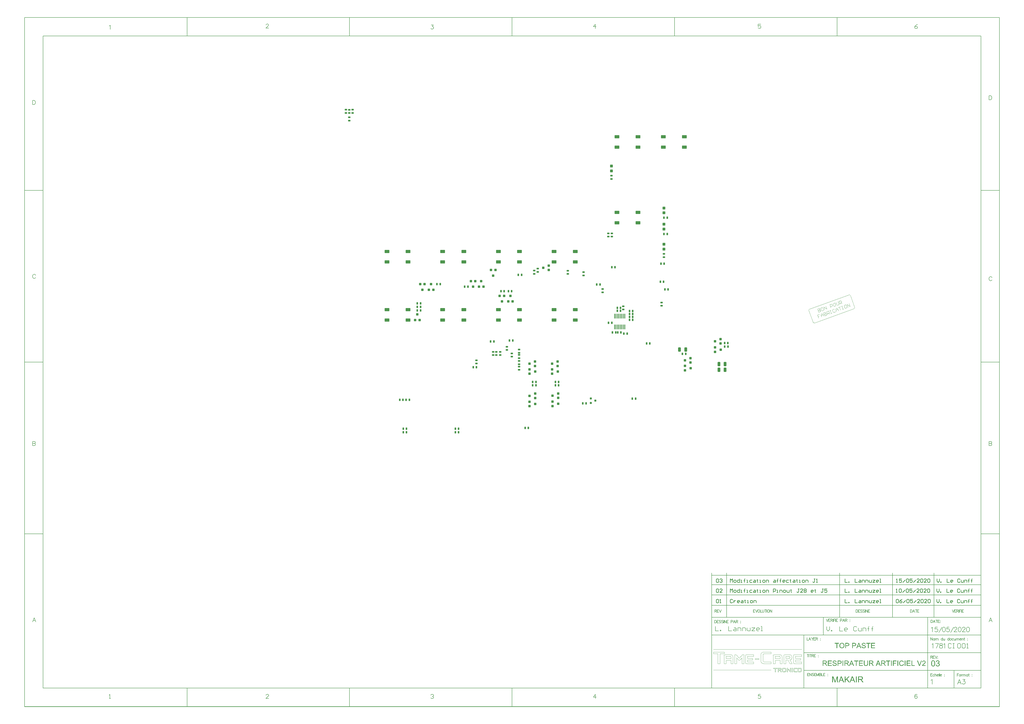
<source format=gtp>
G04*
G04 #@! TF.GenerationSoftware,Altium Limited,Altium Designer,20.0.10 (225)*
G04*
G04 Layer_Color=417716*
%FSLAX44Y44*%
%MOMM*%
G71*
G01*
G75*
%ADD12C,0.1500*%
%ADD13C,0.1016*%
%ADD14C,0.1020*%
%ADD15C,0.1270*%
%ADD16C,0.0127*%
%ADD17C,0.1778*%
%ADD18C,0.2540*%
G04:AMPARAMS|DCode=19|XSize=0.4mm|YSize=1.95mm|CornerRadius=0.05mm|HoleSize=0mm|Usage=FLASHONLY|Rotation=180.000|XOffset=0mm|YOffset=0mm|HoleType=Round|Shape=RoundedRectangle|*
%AMROUNDEDRECTD19*
21,1,0.4000,1.8500,0,0,180.0*
21,1,0.3000,1.9500,0,0,180.0*
1,1,0.1000,-0.1500,0.9250*
1,1,0.1000,0.1500,0.9250*
1,1,0.1000,0.1500,-0.9250*
1,1,0.1000,-0.1500,-0.9250*
%
%ADD19ROUNDEDRECTD19*%
G04:AMPARAMS|DCode=20|XSize=0.8mm|YSize=0.9mm|CornerRadius=0.1mm|HoleSize=0mm|Usage=FLASHONLY|Rotation=0.000|XOffset=0mm|YOffset=0mm|HoleType=Round|Shape=RoundedRectangle|*
%AMROUNDEDRECTD20*
21,1,0.8000,0.7000,0,0,0.0*
21,1,0.6000,0.9000,0,0,0.0*
1,1,0.2000,0.3000,-0.3500*
1,1,0.2000,-0.3000,-0.3500*
1,1,0.2000,-0.3000,0.3500*
1,1,0.2000,0.3000,0.3500*
%
%ADD20ROUNDEDRECTD20*%
G04:AMPARAMS|DCode=21|XSize=0.8mm|YSize=0.9mm|CornerRadius=0.1mm|HoleSize=0mm|Usage=FLASHONLY|Rotation=90.000|XOffset=0mm|YOffset=0mm|HoleType=Round|Shape=RoundedRectangle|*
%AMROUNDEDRECTD21*
21,1,0.8000,0.7000,0,0,90.0*
21,1,0.6000,0.9000,0,0,90.0*
1,1,0.2000,0.3500,0.3000*
1,1,0.2000,0.3500,-0.3000*
1,1,0.2000,-0.3500,-0.3000*
1,1,0.2000,-0.3500,0.3000*
%
%ADD21ROUNDEDRECTD21*%
G04:AMPARAMS|DCode=22|XSize=1.2mm|YSize=1.2mm|CornerRadius=0.15mm|HoleSize=0mm|Usage=FLASHONLY|Rotation=270.000|XOffset=0mm|YOffset=0mm|HoleType=Round|Shape=RoundedRectangle|*
%AMROUNDEDRECTD22*
21,1,1.2000,0.9000,0,0,270.0*
21,1,0.9000,1.2000,0,0,270.0*
1,1,0.3000,-0.4500,-0.4500*
1,1,0.3000,-0.4500,0.4500*
1,1,0.3000,0.4500,0.4500*
1,1,0.3000,0.4500,-0.4500*
%
%ADD22ROUNDEDRECTD22*%
G04:AMPARAMS|DCode=23|XSize=1mm|YSize=0.6mm|CornerRadius=0.075mm|HoleSize=0mm|Usage=FLASHONLY|Rotation=180.000|XOffset=0mm|YOffset=0mm|HoleType=Round|Shape=RoundedRectangle|*
%AMROUNDEDRECTD23*
21,1,1.0000,0.4500,0,0,180.0*
21,1,0.8500,0.6000,0,0,180.0*
1,1,0.1500,-0.4250,0.2250*
1,1,0.1500,0.4250,0.2250*
1,1,0.1500,0.4250,-0.2250*
1,1,0.1500,-0.4250,-0.2250*
%
%ADD23ROUNDEDRECTD23*%
G04:AMPARAMS|DCode=24|XSize=2.1mm|YSize=1.4mm|CornerRadius=0.175mm|HoleSize=0mm|Usage=FLASHONLY|Rotation=0.000|XOffset=0mm|YOffset=0mm|HoleType=Round|Shape=RoundedRectangle|*
%AMROUNDEDRECTD24*
21,1,2.1000,1.0500,0,0,0.0*
21,1,1.7500,1.4000,0,0,0.0*
1,1,0.3500,0.8750,-0.5250*
1,1,0.3500,-0.8750,-0.5250*
1,1,0.3500,-0.8750,0.5250*
1,1,0.3500,0.8750,0.5250*
%
%ADD24ROUNDEDRECTD24*%
G04:AMPARAMS|DCode=25|XSize=1mm|YSize=0.6mm|CornerRadius=0.075mm|HoleSize=0mm|Usage=FLASHONLY|Rotation=90.000|XOffset=0mm|YOffset=0mm|HoleType=Round|Shape=RoundedRectangle|*
%AMROUNDEDRECTD25*
21,1,1.0000,0.4500,0,0,90.0*
21,1,0.8500,0.6000,0,0,90.0*
1,1,0.1500,0.2250,0.4250*
1,1,0.1500,0.2250,-0.4250*
1,1,0.1500,-0.2250,-0.4250*
1,1,0.1500,-0.2250,0.4250*
%
%ADD25ROUNDEDRECTD25*%
G04:AMPARAMS|DCode=26|XSize=1.8mm|YSize=1.14mm|CornerRadius=0.1425mm|HoleSize=0mm|Usage=FLASHONLY|Rotation=90.000|XOffset=0mm|YOffset=0mm|HoleType=Round|Shape=RoundedRectangle|*
%AMROUNDEDRECTD26*
21,1,1.8000,0.8550,0,0,90.0*
21,1,1.5150,1.1400,0,0,90.0*
1,1,0.2850,0.4275,0.7575*
1,1,0.2850,0.4275,-0.7575*
1,1,0.2850,-0.4275,-0.7575*
1,1,0.2850,-0.4275,0.7575*
%
%ADD26ROUNDEDRECTD26*%
G04:AMPARAMS|DCode=27|XSize=1mm|YSize=1mm|CornerRadius=0.125mm|HoleSize=0mm|Usage=FLASHONLY|Rotation=0.000|XOffset=0mm|YOffset=0mm|HoleType=Round|Shape=RoundedRectangle|*
%AMROUNDEDRECTD27*
21,1,1.0000,0.7500,0,0,0.0*
21,1,0.7500,1.0000,0,0,0.0*
1,1,0.2500,0.3750,-0.3750*
1,1,0.2500,-0.3750,-0.3750*
1,1,0.2500,-0.3750,0.3750*
1,1,0.2500,0.3750,0.3750*
%
%ADD27ROUNDEDRECTD27*%
G04:AMPARAMS|DCode=28|XSize=1mm|YSize=1mm|CornerRadius=0.125mm|HoleSize=0mm|Usage=FLASHONLY|Rotation=270.000|XOffset=0mm|YOffset=0mm|HoleType=Round|Shape=RoundedRectangle|*
%AMROUNDEDRECTD28*
21,1,1.0000,0.7500,0,0,270.0*
21,1,0.7500,1.0000,0,0,270.0*
1,1,0.2500,-0.3750,-0.3750*
1,1,0.2500,-0.3750,0.3750*
1,1,0.2500,0.3750,0.3750*
1,1,0.2500,0.3750,-0.3750*
%
%ADD28ROUNDEDRECTD28*%
G36*
X2377159Y-729043D02*
X2377386D01*
X2378001Y-729108D01*
X2378681Y-729205D01*
X2379393Y-729367D01*
X2380171Y-729561D01*
X2380883Y-729821D01*
X2380916D01*
X2380980Y-729853D01*
X2381078Y-729918D01*
X2381207Y-729983D01*
X2381531Y-730144D01*
X2381952Y-730436D01*
X2382438Y-730760D01*
X2382923Y-731181D01*
X2383377Y-731666D01*
X2383798Y-732217D01*
Y-732250D01*
X2383830Y-732282D01*
X2383895Y-732379D01*
X2383960Y-732476D01*
X2384122Y-732800D01*
X2384316Y-733221D01*
X2384543Y-733739D01*
X2384705Y-734354D01*
X2384867Y-735002D01*
X2384931Y-735715D01*
X2382081Y-735941D01*
Y-735909D01*
Y-735844D01*
X2382049Y-735747D01*
X2382017Y-735585D01*
X2381920Y-735229D01*
X2381790Y-734743D01*
X2381596Y-734225D01*
X2381304Y-733707D01*
X2380948Y-733221D01*
X2380495Y-732768D01*
X2380430Y-732735D01*
X2380268Y-732606D01*
X2379944Y-732411D01*
X2379523Y-732217D01*
X2378972Y-732023D01*
X2378325Y-731829D01*
X2377515Y-731699D01*
X2376608Y-731666D01*
X2376155D01*
X2375961Y-731699D01*
X2375702Y-731731D01*
X2375119Y-731796D01*
X2374471Y-731926D01*
X2373823Y-732087D01*
X2373208Y-732347D01*
X2372949Y-732508D01*
X2372690Y-732671D01*
X2372625Y-732703D01*
X2372496Y-732832D01*
X2372301Y-733059D01*
X2372107Y-733318D01*
X2371880Y-733674D01*
X2371686Y-734063D01*
X2371556Y-734516D01*
X2371492Y-735035D01*
Y-735099D01*
Y-735229D01*
X2371524Y-735456D01*
X2371589Y-735715D01*
X2371686Y-736039D01*
X2371848Y-736362D01*
X2372042Y-736686D01*
X2372334Y-737010D01*
X2372366Y-737042D01*
X2372528Y-737140D01*
X2372657Y-737237D01*
X2372787Y-737301D01*
X2372981Y-737399D01*
X2373208Y-737528D01*
X2373499Y-737625D01*
X2373823Y-737755D01*
X2374180Y-737885D01*
X2374601Y-738046D01*
X2375054Y-738176D01*
X2375572Y-738338D01*
X2376155Y-738467D01*
X2376803Y-738629D01*
X2376835D01*
X2376965Y-738662D01*
X2377159Y-738694D01*
X2377386Y-738759D01*
X2377677Y-738824D01*
X2378033Y-738921D01*
X2378390Y-739018D01*
X2378778Y-739115D01*
X2379620Y-739342D01*
X2380430Y-739568D01*
X2380818Y-739698D01*
X2381175Y-739828D01*
X2381499Y-739925D01*
X2381758Y-740054D01*
X2381790D01*
X2381855Y-740087D01*
X2381952Y-740151D01*
X2382081Y-740216D01*
X2382438Y-740411D01*
X2382859Y-740670D01*
X2383345Y-741026D01*
X2383830Y-741414D01*
X2384284Y-741868D01*
X2384672Y-742354D01*
X2384705Y-742418D01*
X2384834Y-742580D01*
X2384964Y-742872D01*
X2385158Y-743260D01*
X2385320Y-743714D01*
X2385482Y-744264D01*
X2385579Y-744880D01*
X2385611Y-745527D01*
Y-745560D01*
Y-745592D01*
Y-745689D01*
Y-745819D01*
X2385547Y-746175D01*
X2385482Y-746628D01*
X2385352Y-747147D01*
X2385190Y-747697D01*
X2384931Y-748280D01*
X2384575Y-748895D01*
Y-748928D01*
X2384543Y-748960D01*
X2384381Y-749154D01*
X2384154Y-749446D01*
X2383830Y-749770D01*
X2383409Y-750158D01*
X2382891Y-750579D01*
X2382308Y-750968D01*
X2381628Y-751324D01*
X2381596D01*
X2381531Y-751357D01*
X2381434Y-751389D01*
X2381304Y-751454D01*
X2381110Y-751518D01*
X2380883Y-751616D01*
X2380365Y-751745D01*
X2379750Y-751907D01*
X2379005Y-752069D01*
X2378195Y-752166D01*
X2377321Y-752199D01*
X2376803D01*
X2376544Y-752166D01*
X2376252D01*
X2375928Y-752134D01*
X2375540Y-752102D01*
X2374730Y-751972D01*
X2373888Y-751842D01*
X2373046Y-751616D01*
X2372236Y-751324D01*
X2372204D01*
X2372139Y-751292D01*
X2372042Y-751227D01*
X2371913Y-751162D01*
X2371524Y-750968D01*
X2371071Y-750676D01*
X2370552Y-750288D01*
X2370002Y-749835D01*
X2369484Y-749284D01*
X2368998Y-748669D01*
Y-748636D01*
X2368933Y-748571D01*
X2368901Y-748474D01*
X2368804Y-748345D01*
X2368739Y-748183D01*
X2368642Y-747989D01*
X2368415Y-747503D01*
X2368188Y-746888D01*
X2367994Y-746207D01*
X2367865Y-745430D01*
X2367800Y-744621D01*
X2370585Y-744361D01*
Y-744394D01*
Y-744426D01*
X2370617Y-744523D01*
Y-744653D01*
X2370682Y-744944D01*
X2370779Y-745365D01*
X2370909Y-745786D01*
X2371038Y-746272D01*
X2371265Y-746726D01*
X2371492Y-747147D01*
X2371524Y-747179D01*
X2371621Y-747309D01*
X2371783Y-747535D01*
X2372042Y-747762D01*
X2372366Y-748053D01*
X2372722Y-748345D01*
X2373208Y-748636D01*
X2373726Y-748895D01*
X2373759D01*
X2373791Y-748928D01*
X2373888Y-748960D01*
X2373985Y-748992D01*
X2374309Y-749090D01*
X2374730Y-749219D01*
X2375248Y-749349D01*
X2375831Y-749446D01*
X2376479Y-749511D01*
X2377191Y-749543D01*
X2377483D01*
X2377807Y-749511D01*
X2378195Y-749478D01*
X2378649Y-749414D01*
X2379167Y-749349D01*
X2379685Y-749219D01*
X2380171Y-749057D01*
X2380235Y-749025D01*
X2380397Y-748960D01*
X2380624Y-748831D01*
X2380916Y-748701D01*
X2381207Y-748474D01*
X2381531Y-748248D01*
X2381855Y-747989D01*
X2382114Y-747665D01*
X2382146Y-747632D01*
X2382211Y-747503D01*
X2382308Y-747341D01*
X2382438Y-747082D01*
X2382567Y-746823D01*
X2382664Y-746499D01*
X2382729Y-746143D01*
X2382762Y-745754D01*
Y-745722D01*
Y-745560D01*
X2382729Y-745365D01*
X2382697Y-745106D01*
X2382600Y-744847D01*
X2382502Y-744523D01*
X2382341Y-744200D01*
X2382114Y-743908D01*
X2382081Y-743876D01*
X2381984Y-743779D01*
X2381855Y-743649D01*
X2381628Y-743455D01*
X2381369Y-743260D01*
X2381013Y-743034D01*
X2380592Y-742807D01*
X2380106Y-742613D01*
X2380074Y-742580D01*
X2379912Y-742548D01*
X2379653Y-742451D01*
X2379491Y-742418D01*
X2379264Y-742354D01*
X2379037Y-742256D01*
X2378746Y-742192D01*
X2378422Y-742094D01*
X2378033Y-741997D01*
X2377645Y-741900D01*
X2377191Y-741771D01*
X2376673Y-741641D01*
X2376123Y-741512D01*
X2376090D01*
X2375993Y-741479D01*
X2375831Y-741447D01*
X2375637Y-741382D01*
X2375378Y-741317D01*
X2375086Y-741253D01*
X2374439Y-741058D01*
X2373726Y-740832D01*
X2372981Y-740605D01*
X2372334Y-740378D01*
X2372042Y-740249D01*
X2371783Y-740119D01*
X2371751D01*
X2371718Y-740087D01*
X2371524Y-739957D01*
X2371232Y-739795D01*
X2370909Y-739536D01*
X2370520Y-739245D01*
X2370131Y-738888D01*
X2369743Y-738467D01*
X2369419Y-738014D01*
X2369386Y-737949D01*
X2369289Y-737787D01*
X2369160Y-737528D01*
X2369030Y-737204D01*
X2368901Y-736783D01*
X2368771Y-736298D01*
X2368674Y-735779D01*
X2368642Y-735229D01*
Y-735197D01*
Y-735164D01*
Y-735067D01*
Y-734937D01*
X2368707Y-734614D01*
X2368771Y-734193D01*
X2368868Y-733707D01*
X2369030Y-733156D01*
X2369257Y-732606D01*
X2369581Y-732055D01*
Y-732023D01*
X2369613Y-731990D01*
X2369775Y-731796D01*
X2370002Y-731537D01*
X2370293Y-731213D01*
X2370682Y-730857D01*
X2371168Y-730468D01*
X2371751Y-730112D01*
X2372398Y-729788D01*
X2372431D01*
X2372496Y-729756D01*
X2372593Y-729723D01*
X2372722Y-729659D01*
X2372884Y-729594D01*
X2373111Y-729529D01*
X2373597Y-729400D01*
X2374212Y-729270D01*
X2374924Y-729140D01*
X2375669Y-729043D01*
X2376511Y-729011D01*
X2376932D01*
X2377159Y-729043D01*
D02*
G37*
G36*
X2425089Y-732055D02*
X2411843D01*
Y-738888D01*
X2424247D01*
Y-741544D01*
X2411843D01*
Y-749154D01*
X2425607D01*
Y-751810D01*
X2408864D01*
Y-729400D01*
X2425089D01*
Y-732055D01*
D02*
G37*
G36*
X2405755D02*
X2398371D01*
Y-751810D01*
X2395392D01*
Y-732055D01*
X2388008D01*
Y-729400D01*
X2405755D01*
Y-732055D01*
D02*
G37*
G36*
X2366407Y-751810D02*
X2363039D01*
X2360416Y-745009D01*
X2351024D01*
X2348595Y-751810D01*
X2345454D01*
X2354004Y-729400D01*
X2357242D01*
X2366407Y-751810D01*
D02*
G37*
G36*
X2336710Y-729432D02*
X2337261Y-729464D01*
X2337844Y-729497D01*
X2338394Y-729561D01*
X2338880Y-729626D01*
X2338945D01*
X2339171Y-729691D01*
X2339463Y-729756D01*
X2339851Y-729853D01*
X2340272Y-730015D01*
X2340726Y-730209D01*
X2341212Y-730436D01*
X2341633Y-730695D01*
X2341697Y-730727D01*
X2341827Y-730825D01*
X2342021Y-731019D01*
X2342280Y-731245D01*
X2342572Y-731537D01*
X2342863Y-731926D01*
X2343187Y-732347D01*
X2343446Y-732832D01*
X2343479Y-732897D01*
X2343543Y-733059D01*
X2343673Y-733351D01*
X2343802Y-733739D01*
X2343900Y-734193D01*
X2344029Y-734711D01*
X2344094Y-735294D01*
X2344126Y-735909D01*
Y-735941D01*
Y-736039D01*
Y-736168D01*
X2344094Y-736395D01*
X2344061Y-736621D01*
X2344029Y-736913D01*
X2343964Y-737237D01*
X2343900Y-737593D01*
X2343673Y-738338D01*
X2343543Y-738727D01*
X2343349Y-739147D01*
X2343122Y-739568D01*
X2342896Y-739957D01*
X2342604Y-740346D01*
X2342280Y-740734D01*
X2342248Y-740767D01*
X2342183Y-740832D01*
X2342086Y-740929D01*
X2341924Y-741026D01*
X2341730Y-741188D01*
X2341471Y-741350D01*
X2341147Y-741544D01*
X2340791Y-741706D01*
X2340370Y-741900D01*
X2339884Y-742094D01*
X2339366Y-742256D01*
X2338750Y-742386D01*
X2338103Y-742515D01*
X2337390Y-742613D01*
X2336581Y-742677D01*
X2335739Y-742710D01*
X2330006D01*
Y-751810D01*
X2327027D01*
Y-729400D01*
X2336224D01*
X2336710Y-729432D01*
D02*
G37*
G36*
X2307110D02*
X2307661Y-729464D01*
X2308244Y-729497D01*
X2308794Y-729561D01*
X2309280Y-729626D01*
X2309345D01*
X2309572Y-729691D01*
X2309863Y-729756D01*
X2310251Y-729853D01*
X2310672Y-730015D01*
X2311126Y-730209D01*
X2311612Y-730436D01*
X2312033Y-730695D01*
X2312097Y-730727D01*
X2312227Y-730825D01*
X2312421Y-731019D01*
X2312680Y-731245D01*
X2312972Y-731537D01*
X2313263Y-731926D01*
X2313587Y-732347D01*
X2313846Y-732832D01*
X2313879Y-732897D01*
X2313943Y-733059D01*
X2314073Y-733351D01*
X2314203Y-733739D01*
X2314300Y-734193D01*
X2314429Y-734711D01*
X2314494Y-735294D01*
X2314526Y-735909D01*
Y-735941D01*
Y-736039D01*
Y-736168D01*
X2314494Y-736395D01*
X2314462Y-736621D01*
X2314429Y-736913D01*
X2314364Y-737237D01*
X2314300Y-737593D01*
X2314073Y-738338D01*
X2313943Y-738727D01*
X2313749Y-739147D01*
X2313522Y-739568D01*
X2313296Y-739957D01*
X2313004Y-740346D01*
X2312680Y-740734D01*
X2312648Y-740767D01*
X2312583Y-740832D01*
X2312486Y-740929D01*
X2312324Y-741026D01*
X2312130Y-741188D01*
X2311871Y-741350D01*
X2311547Y-741544D01*
X2311191Y-741706D01*
X2310770Y-741900D01*
X2310284Y-742094D01*
X2309766Y-742256D01*
X2309150Y-742386D01*
X2308503Y-742515D01*
X2307790Y-742613D01*
X2306981Y-742677D01*
X2306139Y-742710D01*
X2300406D01*
Y-751810D01*
X2297427D01*
Y-729400D01*
X2306624D01*
X2307110Y-729432D01*
D02*
G37*
G36*
X2269997Y-732055D02*
X2262613D01*
Y-751810D01*
X2259634D01*
Y-732055D01*
X2252250D01*
Y-729400D01*
X2269997D01*
Y-732055D01*
D02*
G37*
G36*
X2283404Y-729043D02*
X2283696D01*
X2283987Y-729076D01*
X2284376Y-729140D01*
X2284765Y-729205D01*
X2285607Y-729367D01*
X2286578Y-729626D01*
X2287517Y-730015D01*
X2288003Y-730242D01*
X2288489Y-730501D01*
X2288521Y-730533D01*
X2288586Y-730565D01*
X2288716Y-730663D01*
X2288910Y-730760D01*
X2289104Y-730922D01*
X2289363Y-731116D01*
X2289914Y-731569D01*
X2290497Y-732152D01*
X2291144Y-732865D01*
X2291760Y-733707D01*
X2292278Y-734646D01*
Y-734678D01*
X2292343Y-734775D01*
X2292407Y-734905D01*
X2292472Y-735099D01*
X2292602Y-735358D01*
X2292699Y-735650D01*
X2292828Y-736006D01*
X2292958Y-736395D01*
X2293055Y-736816D01*
X2293185Y-737269D01*
X2293314Y-737787D01*
X2293411Y-738306D01*
X2293541Y-739439D01*
X2293606Y-740670D01*
Y-740702D01*
Y-740832D01*
Y-740993D01*
X2293573Y-741253D01*
Y-741544D01*
X2293541Y-741900D01*
X2293476Y-742289D01*
X2293444Y-742710D01*
X2293282Y-743649D01*
X2293023Y-744685D01*
X2292666Y-745722D01*
X2292472Y-746240D01*
X2292213Y-746758D01*
Y-746790D01*
X2292148Y-746888D01*
X2292084Y-747017D01*
X2291954Y-747211D01*
X2291824Y-747438D01*
X2291662Y-747665D01*
X2291209Y-748280D01*
X2290659Y-748928D01*
X2290011Y-749608D01*
X2289234Y-750256D01*
X2288327Y-750838D01*
X2288295D01*
X2288230Y-750903D01*
X2288068Y-750968D01*
X2287874Y-751065D01*
X2287647Y-751162D01*
X2287388Y-751260D01*
X2287064Y-751389D01*
X2286708Y-751518D01*
X2286319Y-751648D01*
X2285898Y-751778D01*
X2284959Y-751972D01*
X2283955Y-752134D01*
X2282886Y-752199D01*
X2282562D01*
X2282368Y-752166D01*
X2282077D01*
X2281753Y-752102D01*
X2281396Y-752069D01*
X2280975Y-752004D01*
X2280101Y-751810D01*
X2279162Y-751551D01*
X2278190Y-751162D01*
X2277705Y-750936D01*
X2277219Y-750676D01*
X2277186Y-750644D01*
X2277122Y-750612D01*
X2276992Y-750515D01*
X2276798Y-750385D01*
X2276604Y-750256D01*
X2276377Y-750061D01*
X2275826Y-749575D01*
X2275211Y-748992D01*
X2274563Y-748280D01*
X2273980Y-747470D01*
X2273430Y-746531D01*
Y-746499D01*
X2273365Y-746402D01*
X2273300Y-746272D01*
X2273235Y-746078D01*
X2273138Y-745819D01*
X2273041Y-745527D01*
X2272912Y-745203D01*
X2272814Y-744847D01*
X2272685Y-744426D01*
X2272555Y-744005D01*
X2272361Y-743034D01*
X2272231Y-742030D01*
X2272167Y-740929D01*
Y-740896D01*
Y-740864D01*
Y-740670D01*
X2272199Y-740378D01*
Y-739989D01*
X2272264Y-739536D01*
X2272329Y-738986D01*
X2272426Y-738370D01*
X2272555Y-737722D01*
X2272685Y-737042D01*
X2272879Y-736330D01*
X2273138Y-735618D01*
X2273430Y-734873D01*
X2273754Y-734160D01*
X2274175Y-733448D01*
X2274628Y-732800D01*
X2275146Y-732185D01*
X2275179Y-732152D01*
X2275276Y-732055D01*
X2275470Y-731893D01*
X2275697Y-731699D01*
X2275988Y-731440D01*
X2276344Y-731181D01*
X2276765Y-730889D01*
X2277251Y-730598D01*
X2277769Y-730306D01*
X2278352Y-730015D01*
X2279000Y-729756D01*
X2279680Y-729497D01*
X2280425Y-729302D01*
X2281202Y-729140D01*
X2282012Y-729043D01*
X2282886Y-729011D01*
X2283178D01*
X2283404Y-729043D01*
D02*
G37*
G36*
X2251816Y-805233D02*
X2252043D01*
X2252658Y-805298D01*
X2253338Y-805395D01*
X2254051Y-805557D01*
X2254828Y-805751D01*
X2255540Y-806011D01*
X2255573D01*
X2255637Y-806043D01*
X2255735Y-806108D01*
X2255864Y-806172D01*
X2256188Y-806334D01*
X2256609Y-806626D01*
X2257095Y-806950D01*
X2257581Y-807371D01*
X2258034Y-807857D01*
X2258455Y-808407D01*
Y-808439D01*
X2258487Y-808472D01*
X2258552Y-808569D01*
X2258617Y-808666D01*
X2258779Y-808990D01*
X2258973Y-809411D01*
X2259200Y-809929D01*
X2259362Y-810545D01*
X2259524Y-811192D01*
X2259588Y-811905D01*
X2256738Y-812131D01*
Y-812099D01*
Y-812034D01*
X2256706Y-811937D01*
X2256674Y-811775D01*
X2256577Y-811419D01*
X2256447Y-810933D01*
X2256253Y-810415D01*
X2255961Y-809897D01*
X2255605Y-809411D01*
X2255152Y-808958D01*
X2255087Y-808925D01*
X2254925Y-808796D01*
X2254601Y-808601D01*
X2254180Y-808407D01*
X2253630Y-808213D01*
X2252982Y-808018D01*
X2252172Y-807889D01*
X2251265Y-807857D01*
X2250812D01*
X2250618Y-807889D01*
X2250359Y-807921D01*
X2249776Y-807986D01*
X2249128Y-808116D01*
X2248480Y-808278D01*
X2247865Y-808537D01*
X2247606Y-808699D01*
X2247347Y-808860D01*
X2247282Y-808893D01*
X2247153Y-809022D01*
X2246958Y-809249D01*
X2246764Y-809508D01*
X2246537Y-809864D01*
X2246343Y-810253D01*
X2246213Y-810706D01*
X2246149Y-811225D01*
Y-811289D01*
Y-811419D01*
X2246181Y-811646D01*
X2246246Y-811905D01*
X2246343Y-812228D01*
X2246505Y-812552D01*
X2246699Y-812876D01*
X2246991Y-813200D01*
X2247023Y-813232D01*
X2247185Y-813330D01*
X2247314Y-813427D01*
X2247444Y-813492D01*
X2247638Y-813589D01*
X2247865Y-813718D01*
X2248156Y-813815D01*
X2248480Y-813945D01*
X2248837Y-814074D01*
X2249258Y-814236D01*
X2249711Y-814366D01*
X2250229Y-814528D01*
X2250812Y-814657D01*
X2251460Y-814819D01*
X2251492D01*
X2251622Y-814852D01*
X2251816Y-814884D01*
X2252043Y-814949D01*
X2252334Y-815014D01*
X2252690Y-815111D01*
X2253047Y-815208D01*
X2253435Y-815305D01*
X2254277Y-815532D01*
X2255087Y-815759D01*
X2255475Y-815888D01*
X2255832Y-816018D01*
X2256156Y-816115D01*
X2256415Y-816244D01*
X2256447D01*
X2256512Y-816277D01*
X2256609Y-816341D01*
X2256738Y-816406D01*
X2257095Y-816600D01*
X2257516Y-816860D01*
X2258002Y-817216D01*
X2258487Y-817604D01*
X2258941Y-818058D01*
X2259329Y-818544D01*
X2259362Y-818608D01*
X2259491Y-818770D01*
X2259621Y-819062D01*
X2259815Y-819450D01*
X2259977Y-819904D01*
X2260139Y-820454D01*
X2260236Y-821070D01*
X2260269Y-821717D01*
Y-821750D01*
Y-821782D01*
Y-821879D01*
Y-822009D01*
X2260204Y-822365D01*
X2260139Y-822818D01*
X2260009Y-823337D01*
X2259848Y-823887D01*
X2259588Y-824470D01*
X2259232Y-825085D01*
Y-825118D01*
X2259200Y-825150D01*
X2259038Y-825344D01*
X2258811Y-825636D01*
X2258487Y-825960D01*
X2258066Y-826348D01*
X2257548Y-826769D01*
X2256965Y-827158D01*
X2256285Y-827514D01*
X2256253D01*
X2256188Y-827547D01*
X2256091Y-827579D01*
X2255961Y-827644D01*
X2255767Y-827709D01*
X2255540Y-827806D01*
X2255022Y-827935D01*
X2254407Y-828097D01*
X2253662Y-828259D01*
X2252852Y-828356D01*
X2251978Y-828389D01*
X2251460D01*
X2251201Y-828356D01*
X2250909D01*
X2250585Y-828324D01*
X2250197Y-828291D01*
X2249387Y-828162D01*
X2248545Y-828032D01*
X2247703Y-827806D01*
X2246893Y-827514D01*
X2246861D01*
X2246796Y-827482D01*
X2246699Y-827417D01*
X2246570Y-827352D01*
X2246181Y-827158D01*
X2245728Y-826867D01*
X2245210Y-826478D01*
X2244659Y-826024D01*
X2244141Y-825474D01*
X2243655Y-824859D01*
Y-824826D01*
X2243590Y-824762D01*
X2243558Y-824664D01*
X2243461Y-824535D01*
X2243396Y-824373D01*
X2243299Y-824179D01*
X2243072Y-823693D01*
X2242845Y-823077D01*
X2242651Y-822397D01*
X2242522Y-821620D01*
X2242457Y-820810D01*
X2245242Y-820551D01*
Y-820584D01*
Y-820616D01*
X2245274Y-820713D01*
Y-820843D01*
X2245339Y-821134D01*
X2245436Y-821555D01*
X2245566Y-821976D01*
X2245695Y-822462D01*
X2245922Y-822915D01*
X2246149Y-823337D01*
X2246181Y-823369D01*
X2246278Y-823499D01*
X2246440Y-823725D01*
X2246699Y-823952D01*
X2247023Y-824243D01*
X2247379Y-824535D01*
X2247865Y-824826D01*
X2248383Y-825085D01*
X2248416D01*
X2248448Y-825118D01*
X2248545Y-825150D01*
X2248642Y-825182D01*
X2248966Y-825280D01*
X2249387Y-825409D01*
X2249905Y-825539D01*
X2250488Y-825636D01*
X2251136Y-825701D01*
X2251848Y-825733D01*
X2252140D01*
X2252464Y-825701D01*
X2252852Y-825668D01*
X2253306Y-825603D01*
X2253824Y-825539D01*
X2254342Y-825409D01*
X2254828Y-825247D01*
X2254893Y-825215D01*
X2255054Y-825150D01*
X2255281Y-825021D01*
X2255573Y-824891D01*
X2255864Y-824664D01*
X2256188Y-824438D01*
X2256512Y-824179D01*
X2256771Y-823855D01*
X2256803Y-823822D01*
X2256868Y-823693D01*
X2256965Y-823531D01*
X2257095Y-823272D01*
X2257224Y-823013D01*
X2257321Y-822689D01*
X2257386Y-822333D01*
X2257419Y-821944D01*
Y-821912D01*
Y-821750D01*
X2257386Y-821555D01*
X2257354Y-821296D01*
X2257257Y-821037D01*
X2257159Y-820713D01*
X2256998Y-820389D01*
X2256771Y-820098D01*
X2256738Y-820066D01*
X2256641Y-819968D01*
X2256512Y-819839D01*
X2256285Y-819645D01*
X2256026Y-819450D01*
X2255670Y-819224D01*
X2255249Y-818997D01*
X2254763Y-818803D01*
X2254731Y-818770D01*
X2254569Y-818738D01*
X2254310Y-818641D01*
X2254148Y-818608D01*
X2253921Y-818544D01*
X2253694Y-818446D01*
X2253403Y-818382D01*
X2253079Y-818285D01*
X2252690Y-818187D01*
X2252302Y-818090D01*
X2251848Y-817961D01*
X2251330Y-817831D01*
X2250780Y-817702D01*
X2250747D01*
X2250650Y-817669D01*
X2250488Y-817637D01*
X2250294Y-817572D01*
X2250035Y-817507D01*
X2249743Y-817442D01*
X2249096Y-817248D01*
X2248383Y-817021D01*
X2247638Y-816795D01*
X2246991Y-816568D01*
X2246699Y-816439D01*
X2246440Y-816309D01*
X2246408D01*
X2246375Y-816277D01*
X2246181Y-816147D01*
X2245889Y-815985D01*
X2245566Y-815726D01*
X2245177Y-815435D01*
X2244788Y-815078D01*
X2244400Y-814657D01*
X2244076Y-814204D01*
X2244044Y-814139D01*
X2243946Y-813977D01*
X2243817Y-813718D01*
X2243687Y-813394D01*
X2243558Y-812973D01*
X2243428Y-812488D01*
X2243331Y-811969D01*
X2243299Y-811419D01*
Y-811386D01*
Y-811354D01*
Y-811257D01*
Y-811127D01*
X2243363Y-810804D01*
X2243428Y-810383D01*
X2243525Y-809897D01*
X2243687Y-809346D01*
X2243914Y-808796D01*
X2244238Y-808245D01*
Y-808213D01*
X2244270Y-808180D01*
X2244432Y-807986D01*
X2244659Y-807727D01*
X2244950Y-807403D01*
X2245339Y-807047D01*
X2245825Y-806658D01*
X2246408Y-806302D01*
X2247055Y-805978D01*
X2247088D01*
X2247153Y-805946D01*
X2247250Y-805913D01*
X2247379Y-805849D01*
X2247541Y-805784D01*
X2247768Y-805719D01*
X2248254Y-805590D01*
X2248869Y-805460D01*
X2249581Y-805331D01*
X2250326Y-805233D01*
X2251168Y-805201D01*
X2251589D01*
X2251816Y-805233D01*
D02*
G37*
G36*
X2540820D02*
X2541111Y-805266D01*
X2541467Y-805298D01*
X2541824Y-805331D01*
X2542245Y-805428D01*
X2543119Y-805622D01*
X2544091Y-805913D01*
X2544576Y-806108D01*
X2545030Y-806334D01*
X2545483Y-806626D01*
X2545937Y-806917D01*
X2545969Y-806950D01*
X2546034Y-806982D01*
X2546163Y-807079D01*
X2546325Y-807241D01*
X2546487Y-807403D01*
X2546714Y-807630D01*
X2546940Y-807889D01*
X2547200Y-808148D01*
X2547459Y-808472D01*
X2547718Y-808860D01*
X2548009Y-809249D01*
X2548268Y-809670D01*
X2548495Y-810156D01*
X2548754Y-810642D01*
X2548948Y-811160D01*
X2549143Y-811743D01*
X2546228Y-812423D01*
Y-812390D01*
X2546196Y-812326D01*
X2546131Y-812196D01*
X2546066Y-812034D01*
X2546001Y-811840D01*
X2545904Y-811581D01*
X2545645Y-811063D01*
X2545321Y-810480D01*
X2544933Y-809897D01*
X2544447Y-809346D01*
X2543929Y-808860D01*
X2543864Y-808796D01*
X2543670Y-808666D01*
X2543346Y-808504D01*
X2542925Y-808278D01*
X2542374Y-808083D01*
X2541759Y-807889D01*
X2541014Y-807759D01*
X2540204Y-807727D01*
X2539945D01*
X2539783Y-807759D01*
X2539557D01*
X2539298Y-807792D01*
X2538682Y-807889D01*
X2538002Y-808018D01*
X2537290Y-808245D01*
X2536545Y-808569D01*
X2535865Y-808990D01*
X2535832D01*
X2535800Y-809055D01*
X2535573Y-809217D01*
X2535282Y-809476D01*
X2534926Y-809864D01*
X2534505Y-810350D01*
X2534116Y-810901D01*
X2533760Y-811581D01*
X2533436Y-812326D01*
Y-812358D01*
X2533404Y-812423D01*
X2533371Y-812520D01*
X2533339Y-812682D01*
X2533274Y-812876D01*
X2533209Y-813103D01*
X2533112Y-813653D01*
X2532983Y-814301D01*
X2532853Y-815014D01*
X2532788Y-815791D01*
X2532756Y-816633D01*
Y-816665D01*
Y-816762D01*
Y-816924D01*
Y-817119D01*
X2532788Y-817345D01*
Y-817637D01*
X2532821Y-817961D01*
X2532853Y-818317D01*
X2532950Y-819094D01*
X2533112Y-819936D01*
X2533306Y-820778D01*
X2533566Y-821620D01*
Y-821653D01*
X2533598Y-821717D01*
X2533663Y-821814D01*
X2533727Y-821976D01*
X2533922Y-822365D01*
X2534213Y-822818D01*
X2534569Y-823337D01*
X2535023Y-823887D01*
X2535541Y-824373D01*
X2536156Y-824826D01*
X2536189D01*
X2536253Y-824859D01*
X2536351Y-824923D01*
X2536480Y-824988D01*
X2536642Y-825053D01*
X2536836Y-825150D01*
X2537290Y-825344D01*
X2537873Y-825539D01*
X2538520Y-825701D01*
X2539233Y-825830D01*
X2539978Y-825863D01*
X2540204D01*
X2540399Y-825830D01*
X2540625D01*
X2540852Y-825798D01*
X2541435Y-825668D01*
X2542115Y-825506D01*
X2542795Y-825247D01*
X2543508Y-824891D01*
X2543864Y-824697D01*
X2544188Y-824438D01*
X2544220Y-824405D01*
X2544252Y-824373D01*
X2544350Y-824276D01*
X2544479Y-824179D01*
X2544609Y-824017D01*
X2544771Y-823822D01*
X2544965Y-823628D01*
X2545127Y-823369D01*
X2545321Y-823077D01*
X2545548Y-822754D01*
X2545742Y-822430D01*
X2545937Y-822041D01*
X2546098Y-821620D01*
X2546260Y-821167D01*
X2546422Y-820681D01*
X2546552Y-820163D01*
X2549531Y-820908D01*
Y-820940D01*
X2549499Y-821070D01*
X2549434Y-821264D01*
X2549337Y-821523D01*
X2549240Y-821814D01*
X2549110Y-822171D01*
X2548948Y-822559D01*
X2548754Y-822980D01*
X2548301Y-823887D01*
X2547718Y-824794D01*
X2547361Y-825247D01*
X2547005Y-825701D01*
X2546617Y-826089D01*
X2546163Y-826478D01*
X2546131Y-826510D01*
X2546066Y-826575D01*
X2545904Y-826640D01*
X2545742Y-826769D01*
X2545483Y-826931D01*
X2545224Y-827093D01*
X2544868Y-827255D01*
X2544512Y-827417D01*
X2544091Y-827611D01*
X2543637Y-827773D01*
X2543152Y-827935D01*
X2542633Y-828097D01*
X2542083Y-828227D01*
X2541500Y-828291D01*
X2540885Y-828356D01*
X2540237Y-828389D01*
X2539881D01*
X2539621Y-828356D01*
X2539330D01*
X2538974Y-828324D01*
X2538585Y-828259D01*
X2538132Y-828194D01*
X2537193Y-828032D01*
X2536221Y-827773D01*
X2535249Y-827417D01*
X2534796Y-827190D01*
X2534343Y-826931D01*
X2534310Y-826899D01*
X2534246Y-826867D01*
X2534116Y-826769D01*
X2533987Y-826640D01*
X2533792Y-826510D01*
X2533566Y-826316D01*
X2533306Y-826089D01*
X2533047Y-825830D01*
X2532788Y-825539D01*
X2532497Y-825247D01*
X2531914Y-824502D01*
X2531363Y-823628D01*
X2530878Y-822656D01*
Y-822624D01*
X2530813Y-822527D01*
X2530780Y-822365D01*
X2530683Y-822171D01*
X2530618Y-821912D01*
X2530521Y-821588D01*
X2530392Y-821232D01*
X2530295Y-820843D01*
X2530197Y-820422D01*
X2530068Y-819936D01*
X2529906Y-818932D01*
X2529776Y-817799D01*
X2529712Y-816633D01*
Y-816600D01*
Y-816471D01*
Y-816277D01*
X2529744Y-816050D01*
Y-815726D01*
X2529776Y-815402D01*
X2529809Y-814981D01*
X2529874Y-814560D01*
X2530036Y-813621D01*
X2530262Y-812585D01*
X2530586Y-811548D01*
X2531039Y-810545D01*
X2531072Y-810512D01*
X2531104Y-810415D01*
X2531169Y-810285D01*
X2531299Y-810124D01*
X2531428Y-809897D01*
X2531590Y-809638D01*
X2532011Y-809055D01*
X2532562Y-808407D01*
X2533209Y-807759D01*
X2533954Y-807112D01*
X2534828Y-806561D01*
X2534861Y-806529D01*
X2534958Y-806496D01*
X2535088Y-806432D01*
X2535249Y-806334D01*
X2535509Y-806237D01*
X2535768Y-806140D01*
X2536091Y-806011D01*
X2536448Y-805881D01*
X2536836Y-805751D01*
X2537257Y-805622D01*
X2538164Y-805428D01*
X2539200Y-805266D01*
X2540269Y-805201D01*
X2540593D01*
X2540820Y-805233D01*
D02*
G37*
G36*
X2696180Y-804349D02*
X2696661Y-804423D01*
X2697254Y-804534D01*
X2697920Y-804719D01*
X2698587Y-804941D01*
X2699254Y-805238D01*
X2699290D01*
X2699328Y-805275D01*
X2699550Y-805386D01*
X2699883Y-805608D01*
X2700253Y-805867D01*
X2700698Y-806238D01*
X2701142Y-806645D01*
X2701587Y-807126D01*
X2701957Y-807682D01*
X2701994Y-807756D01*
X2702105Y-807941D01*
X2702253Y-808275D01*
X2702438Y-808682D01*
X2702624Y-809163D01*
X2702772Y-809719D01*
X2702883Y-810348D01*
X2702920Y-810978D01*
Y-811052D01*
Y-811274D01*
X2702883Y-811570D01*
X2702809Y-811978D01*
X2702697Y-812459D01*
X2702513Y-812978D01*
X2702290Y-813496D01*
X2701994Y-814015D01*
X2701957Y-814089D01*
X2701846Y-814237D01*
X2701624Y-814496D01*
X2701328Y-814792D01*
X2700957Y-815126D01*
X2700513Y-815496D01*
X2699994Y-815829D01*
X2699365Y-816163D01*
X2699402D01*
X2699476Y-816200D01*
X2699587Y-816237D01*
X2699735Y-816274D01*
X2700142Y-816422D01*
X2700661Y-816644D01*
X2701253Y-816940D01*
X2701846Y-817311D01*
X2702401Y-817792D01*
X2702920Y-818347D01*
X2702957Y-818422D01*
X2703105Y-818644D01*
X2703327Y-819014D01*
X2703549Y-819495D01*
X2703772Y-820088D01*
X2703994Y-820792D01*
X2704142Y-821606D01*
X2704179Y-822495D01*
Y-822532D01*
Y-822643D01*
Y-822829D01*
X2704142Y-823051D01*
X2704105Y-823347D01*
X2704031Y-823680D01*
X2703957Y-824051D01*
X2703883Y-824458D01*
X2703586Y-825347D01*
X2703364Y-825828D01*
X2703142Y-826273D01*
X2702846Y-826754D01*
X2702513Y-827235D01*
X2702142Y-827717D01*
X2701698Y-828161D01*
X2701661Y-828198D01*
X2701587Y-828272D01*
X2701439Y-828383D01*
X2701253Y-828532D01*
X2701031Y-828717D01*
X2700735Y-828902D01*
X2700402Y-829124D01*
X2699994Y-829309D01*
X2699587Y-829531D01*
X2699106Y-829754D01*
X2698624Y-829939D01*
X2698069Y-830124D01*
X2697476Y-830272D01*
X2696846Y-830383D01*
X2696217Y-830457D01*
X2695513Y-830494D01*
X2695180D01*
X2694958Y-830457D01*
X2694661Y-830420D01*
X2694328Y-830383D01*
X2693958Y-830309D01*
X2693550Y-830235D01*
X2692662Y-830013D01*
X2691736Y-829643D01*
X2691254Y-829420D01*
X2690810Y-829161D01*
X2690366Y-828828D01*
X2689921Y-828495D01*
X2689884Y-828458D01*
X2689810Y-828383D01*
X2689699Y-828272D01*
X2689588Y-828124D01*
X2689403Y-827939D01*
X2689218Y-827680D01*
X2688995Y-827421D01*
X2688773Y-827087D01*
X2688551Y-826717D01*
X2688329Y-826347D01*
X2687921Y-825458D01*
X2687588Y-824421D01*
X2687477Y-823866D01*
X2687403Y-823273D01*
X2690551Y-822866D01*
Y-822903D01*
X2690588Y-822977D01*
X2690625Y-823125D01*
X2690662Y-823310D01*
X2690699Y-823532D01*
X2690773Y-823791D01*
X2690958Y-824347D01*
X2691217Y-825014D01*
X2691551Y-825643D01*
X2691921Y-826236D01*
X2692365Y-826754D01*
X2692439Y-826791D01*
X2692588Y-826939D01*
X2692884Y-827124D01*
X2693254Y-827309D01*
X2693698Y-827532D01*
X2694254Y-827717D01*
X2694884Y-827865D01*
X2695550Y-827902D01*
X2695772D01*
X2695920Y-827865D01*
X2696328Y-827828D01*
X2696846Y-827717D01*
X2697439Y-827532D01*
X2698069Y-827272D01*
X2698698Y-826902D01*
X2699290Y-826384D01*
X2699365Y-826310D01*
X2699550Y-826087D01*
X2699772Y-825754D01*
X2700068Y-825310D01*
X2700364Y-824754D01*
X2700587Y-824125D01*
X2700772Y-823384D01*
X2700846Y-822569D01*
Y-822532D01*
Y-822458D01*
Y-822347D01*
X2700809Y-822199D01*
X2700772Y-821792D01*
X2700661Y-821310D01*
X2700513Y-820718D01*
X2700253Y-820125D01*
X2699883Y-819533D01*
X2699402Y-818977D01*
X2699328Y-818903D01*
X2699142Y-818755D01*
X2698846Y-818533D01*
X2698439Y-818273D01*
X2697920Y-818014D01*
X2697291Y-817792D01*
X2696587Y-817644D01*
X2695809Y-817570D01*
X2695476D01*
X2695217Y-817607D01*
X2694884Y-817644D01*
X2694513Y-817718D01*
X2694069Y-817792D01*
X2693587Y-817903D01*
X2693958Y-815126D01*
X2694143D01*
X2694291Y-815163D01*
X2694773D01*
X2695180Y-815089D01*
X2695661Y-815014D01*
X2696217Y-814903D01*
X2696846Y-814718D01*
X2697439Y-814459D01*
X2698069Y-814126D01*
X2698105D01*
X2698142Y-814089D01*
X2698328Y-813941D01*
X2698587Y-813681D01*
X2698883Y-813348D01*
X2699179Y-812867D01*
X2699439Y-812311D01*
X2699624Y-811682D01*
X2699698Y-811311D01*
Y-810904D01*
Y-810867D01*
Y-810830D01*
Y-810608D01*
X2699624Y-810311D01*
X2699550Y-809904D01*
X2699402Y-809460D01*
X2699217Y-808978D01*
X2698920Y-808497D01*
X2698513Y-808052D01*
X2698476Y-808015D01*
X2698291Y-807867D01*
X2698031Y-807682D01*
X2697698Y-807460D01*
X2697254Y-807275D01*
X2696735Y-807089D01*
X2696143Y-806941D01*
X2695476Y-806904D01*
X2695180D01*
X2694846Y-806978D01*
X2694402Y-807052D01*
X2693921Y-807200D01*
X2693439Y-807386D01*
X2692921Y-807682D01*
X2692439Y-808052D01*
X2692402Y-808089D01*
X2692254Y-808275D01*
X2692032Y-808534D01*
X2691773Y-808904D01*
X2691514Y-809386D01*
X2691254Y-809978D01*
X2691032Y-810682D01*
X2690884Y-811496D01*
X2687736Y-810941D01*
Y-810904D01*
X2687773Y-810793D01*
X2687810Y-810645D01*
X2687847Y-810422D01*
X2687921Y-810163D01*
X2688033Y-809867D01*
X2688255Y-809163D01*
X2688625Y-808348D01*
X2689070Y-807534D01*
X2689625Y-806756D01*
X2690328Y-806052D01*
X2690366Y-806015D01*
X2690439Y-805978D01*
X2690551Y-805904D01*
X2690699Y-805793D01*
X2690884Y-805645D01*
X2691143Y-805497D01*
X2691403Y-805349D01*
X2691736Y-805164D01*
X2692477Y-804867D01*
X2693328Y-804571D01*
X2694328Y-804386D01*
X2694846Y-804312D01*
X2695772D01*
X2696180Y-804349D01*
D02*
G37*
G36*
X2618382Y-828000D02*
X2615273D01*
X2606594Y-805590D01*
X2609832D01*
X2615662Y-821879D01*
Y-821912D01*
X2615694Y-821976D01*
X2615726Y-822074D01*
X2615791Y-822203D01*
X2615823Y-822397D01*
X2615888Y-822592D01*
X2616050Y-823077D01*
X2616245Y-823628D01*
X2616439Y-824243D01*
X2616827Y-825539D01*
Y-825506D01*
X2616860Y-825442D01*
X2616892Y-825344D01*
X2616924Y-825215D01*
X2617021Y-824859D01*
X2617184Y-824373D01*
X2617346Y-823822D01*
X2617540Y-823207D01*
X2617766Y-822559D01*
X2618026Y-821879D01*
X2624114Y-805590D01*
X2627126D01*
X2618382Y-828000D01*
D02*
G37*
G36*
X2395120Y-818544D02*
Y-818576D01*
Y-818706D01*
Y-818867D01*
Y-819094D01*
X2395087Y-819386D01*
Y-819709D01*
X2395055Y-820098D01*
X2395022Y-820487D01*
X2394925Y-821361D01*
X2394796Y-822268D01*
X2394601Y-823142D01*
X2394472Y-823563D01*
X2394342Y-823952D01*
Y-823984D01*
X2394310Y-824049D01*
X2394245Y-824146D01*
X2394180Y-824276D01*
X2393986Y-824632D01*
X2393695Y-825085D01*
X2393306Y-825603D01*
X2392853Y-826122D01*
X2392270Y-826672D01*
X2391557Y-827158D01*
X2391525D01*
X2391460Y-827223D01*
X2391363Y-827255D01*
X2391201Y-827352D01*
X2391007Y-827449D01*
X2390748Y-827547D01*
X2390489Y-827644D01*
X2390165Y-827773D01*
X2389809Y-827903D01*
X2389420Y-828000D01*
X2388999Y-828097D01*
X2388513Y-828194D01*
X2388027Y-828259D01*
X2387509Y-828324D01*
X2386343Y-828389D01*
X2386052D01*
X2385825Y-828356D01*
X2385566D01*
X2385242Y-828324D01*
X2384886Y-828291D01*
X2384530Y-828259D01*
X2383720Y-828130D01*
X2382846Y-827935D01*
X2382004Y-827676D01*
X2381194Y-827320D01*
X2381162D01*
X2381097Y-827255D01*
X2381000Y-827190D01*
X2380870Y-827126D01*
X2380514Y-826867D01*
X2380093Y-826510D01*
X2379607Y-826057D01*
X2379154Y-825539D01*
X2378700Y-824891D01*
X2378344Y-824179D01*
Y-824146D01*
X2378312Y-824081D01*
X2378279Y-823952D01*
X2378215Y-823790D01*
X2378150Y-823596D01*
X2378085Y-823337D01*
X2377988Y-823045D01*
X2377923Y-822689D01*
X2377858Y-822300D01*
X2377761Y-821879D01*
X2377697Y-821426D01*
X2377632Y-820940D01*
X2377567Y-820389D01*
X2377535Y-819807D01*
X2377502Y-819191D01*
Y-818544D01*
Y-805590D01*
X2380482D01*
Y-818544D01*
Y-818576D01*
Y-818673D01*
Y-818835D01*
Y-819029D01*
X2380514Y-819256D01*
Y-819548D01*
X2380546Y-820163D01*
X2380611Y-820875D01*
X2380708Y-821588D01*
X2380838Y-822268D01*
X2380903Y-822559D01*
X2381000Y-822851D01*
X2381032Y-822915D01*
X2381097Y-823077D01*
X2381259Y-823304D01*
X2381453Y-823628D01*
X2381680Y-823952D01*
X2382004Y-824308D01*
X2382392Y-824664D01*
X2382846Y-824956D01*
X2382910Y-824988D01*
X2383072Y-825085D01*
X2383364Y-825182D01*
X2383752Y-825312D01*
X2384206Y-825474D01*
X2384789Y-825571D01*
X2385404Y-825668D01*
X2386084Y-825701D01*
X2386408D01*
X2386602Y-825668D01*
X2386894D01*
X2387185Y-825636D01*
X2387898Y-825506D01*
X2388675Y-825344D01*
X2389420Y-825085D01*
X2390132Y-824729D01*
X2390456Y-824502D01*
X2390748Y-824243D01*
X2390780Y-824211D01*
X2390812Y-824179D01*
X2390877Y-824081D01*
X2390974Y-823952D01*
X2391071Y-823758D01*
X2391201Y-823563D01*
X2391331Y-823272D01*
X2391460Y-822980D01*
X2391590Y-822624D01*
X2391687Y-822203D01*
X2391816Y-821717D01*
X2391913Y-821199D01*
X2392011Y-820616D01*
X2392075Y-820001D01*
X2392140Y-819288D01*
Y-818544D01*
Y-805590D01*
X2395120D01*
Y-818544D01*
D02*
G37*
G36*
X2636647Y-805525D02*
X2636906Y-805557D01*
X2637230Y-805590D01*
X2637586Y-805654D01*
X2637942Y-805719D01*
X2638784Y-805946D01*
X2639626Y-806270D01*
X2640047Y-806464D01*
X2640468Y-806691D01*
X2640857Y-806982D01*
X2641213Y-807306D01*
X2641246Y-807338D01*
X2641310Y-807371D01*
X2641375Y-807500D01*
X2641505Y-807630D01*
X2641667Y-807792D01*
X2641829Y-808018D01*
X2641990Y-808245D01*
X2642185Y-808537D01*
X2642509Y-809152D01*
X2642833Y-809929D01*
X2642962Y-810318D01*
X2643027Y-810771D01*
X2643092Y-811225D01*
X2643124Y-811710D01*
Y-811775D01*
Y-811937D01*
X2643092Y-812196D01*
X2643059Y-812552D01*
X2642994Y-812941D01*
X2642865Y-813394D01*
X2642735Y-813880D01*
X2642541Y-814366D01*
X2642509Y-814431D01*
X2642444Y-814593D01*
X2642314Y-814852D01*
X2642120Y-815208D01*
X2641861Y-815596D01*
X2641537Y-816082D01*
X2641148Y-816568D01*
X2640695Y-817119D01*
X2640630Y-817183D01*
X2640468Y-817378D01*
X2640306Y-817540D01*
X2640144Y-817702D01*
X2639950Y-817896D01*
X2639691Y-818155D01*
X2639432Y-818414D01*
X2639108Y-818706D01*
X2638784Y-819029D01*
X2638396Y-819386D01*
X2637975Y-819742D01*
X2637521Y-820163D01*
X2637003Y-820584D01*
X2636485Y-821037D01*
X2636453Y-821070D01*
X2636388Y-821134D01*
X2636258Y-821232D01*
X2636096Y-821361D01*
X2635902Y-821555D01*
X2635675Y-821750D01*
X2635157Y-822171D01*
X2634607Y-822656D01*
X2634088Y-823142D01*
X2633635Y-823563D01*
X2633441Y-823725D01*
X2633279Y-823887D01*
X2633246Y-823920D01*
X2633149Y-824017D01*
X2633020Y-824146D01*
X2632858Y-824341D01*
X2632696Y-824567D01*
X2632502Y-824794D01*
X2632113Y-825344D01*
X2643156D01*
Y-828000D01*
X2628292D01*
Y-827968D01*
Y-827838D01*
Y-827644D01*
X2628324Y-827385D01*
X2628356Y-827093D01*
X2628421Y-826769D01*
X2628486Y-826445D01*
X2628615Y-826089D01*
Y-826057D01*
X2628648Y-826024D01*
X2628712Y-825830D01*
X2628842Y-825539D01*
X2629037Y-825150D01*
X2629296Y-824697D01*
X2629619Y-824179D01*
X2629976Y-823660D01*
X2630429Y-823110D01*
Y-823077D01*
X2630494Y-823045D01*
X2630656Y-822851D01*
X2630947Y-822559D01*
X2631368Y-822138D01*
X2631854Y-821653D01*
X2632469Y-821070D01*
X2633214Y-820422D01*
X2634024Y-819742D01*
X2634056Y-819709D01*
X2634186Y-819612D01*
X2634380Y-819450D01*
X2634607Y-819256D01*
X2634898Y-818997D01*
X2635255Y-818706D01*
X2635611Y-818382D01*
X2636031Y-818025D01*
X2636841Y-817248D01*
X2637651Y-816471D01*
X2638040Y-816082D01*
X2638396Y-815694D01*
X2638719Y-815338D01*
X2638979Y-814981D01*
Y-814949D01*
X2639043Y-814917D01*
X2639108Y-814819D01*
X2639173Y-814690D01*
X2639400Y-814333D01*
X2639659Y-813913D01*
X2639885Y-813394D01*
X2640112Y-812844D01*
X2640242Y-812228D01*
X2640306Y-811646D01*
Y-811613D01*
Y-811581D01*
X2640274Y-811386D01*
X2640242Y-811063D01*
X2640144Y-810706D01*
X2640015Y-810253D01*
X2639788Y-809800D01*
X2639497Y-809346D01*
X2639108Y-808893D01*
X2639043Y-808828D01*
X2638882Y-808699D01*
X2638655Y-808537D01*
X2638299Y-808310D01*
X2637845Y-808116D01*
X2637327Y-807921D01*
X2636712Y-807792D01*
X2636031Y-807759D01*
X2635837D01*
X2635708Y-807792D01*
X2635319Y-807824D01*
X2634866Y-807921D01*
X2634380Y-808051D01*
X2633830Y-808278D01*
X2633311Y-808569D01*
X2632826Y-808958D01*
X2632761Y-809022D01*
X2632631Y-809184D01*
X2632437Y-809443D01*
X2632243Y-809832D01*
X2632016Y-810285D01*
X2631822Y-810868D01*
X2631692Y-811516D01*
X2631627Y-812261D01*
X2628810Y-811969D01*
Y-811937D01*
X2628842Y-811840D01*
Y-811678D01*
X2628875Y-811451D01*
X2628939Y-811192D01*
X2629004Y-810901D01*
X2629101Y-810545D01*
X2629198Y-810188D01*
X2629457Y-809411D01*
X2629846Y-808634D01*
X2630073Y-808245D01*
X2630364Y-807857D01*
X2630656Y-807500D01*
X2630980Y-807176D01*
X2631012Y-807144D01*
X2631077Y-807112D01*
X2631174Y-807014D01*
X2631336Y-806917D01*
X2631530Y-806788D01*
X2631757Y-806658D01*
X2632016Y-806496D01*
X2632340Y-806334D01*
X2632696Y-806172D01*
X2633085Y-806011D01*
X2633506Y-805881D01*
X2633959Y-805751D01*
X2634445Y-805654D01*
X2634963Y-805557D01*
X2635514Y-805525D01*
X2636096Y-805492D01*
X2636420D01*
X2636647Y-805525D01*
D02*
G37*
G36*
X2585641Y-825344D02*
X2596684D01*
Y-828000D01*
X2582661D01*
Y-805590D01*
X2585641D01*
Y-825344D01*
D02*
G37*
G36*
X2578159Y-808245D02*
X2564914D01*
Y-815078D01*
X2577318D01*
Y-817734D01*
X2564914D01*
Y-825344D01*
X2578678D01*
Y-828000D01*
X2561935D01*
Y-805590D01*
X2578159D01*
Y-808245D01*
D02*
G37*
G36*
X2556656Y-828000D02*
X2553677D01*
Y-805590D01*
X2556656D01*
Y-828000D01*
D02*
G37*
G36*
X2525340D02*
X2522360D01*
Y-805590D01*
X2525340D01*
Y-828000D01*
D02*
G37*
G36*
X2518021Y-808245D02*
X2505844D01*
Y-815175D01*
X2516369D01*
Y-817831D01*
X2505844D01*
Y-828000D01*
X2502865D01*
Y-805590D01*
X2518021D01*
Y-808245D01*
D02*
G37*
G36*
X2497489Y-828000D02*
X2494509D01*
Y-805590D01*
X2497489D01*
Y-828000D01*
D02*
G37*
G36*
X2490947Y-808245D02*
X2483563D01*
Y-828000D01*
X2480584D01*
Y-808245D01*
X2473200D01*
Y-805590D01*
X2490947D01*
Y-808245D01*
D02*
G37*
G36*
X2462966Y-805622D02*
X2463258D01*
X2463938Y-805654D01*
X2464650Y-805751D01*
X2465428Y-805849D01*
X2466140Y-806011D01*
X2466496Y-806108D01*
X2466788Y-806205D01*
X2466820D01*
X2466852Y-806237D01*
X2467047Y-806334D01*
X2467338Y-806464D01*
X2467694Y-806691D01*
X2468083Y-806982D01*
X2468504Y-807371D01*
X2468893Y-807824D01*
X2469281Y-808342D01*
Y-808375D01*
X2469314Y-808407D01*
X2469443Y-808601D01*
X2469573Y-808925D01*
X2469767Y-809346D01*
X2469929Y-809832D01*
X2470091Y-810415D01*
X2470188Y-811030D01*
X2470220Y-811710D01*
Y-811743D01*
Y-811807D01*
Y-811937D01*
X2470188Y-812099D01*
Y-812326D01*
X2470156Y-812552D01*
X2470026Y-813103D01*
X2469832Y-813751D01*
X2469573Y-814431D01*
X2469184Y-815111D01*
X2468925Y-815435D01*
X2468666Y-815759D01*
X2468634Y-815791D01*
X2468601Y-815823D01*
X2468504Y-815920D01*
X2468374Y-816018D01*
X2468213Y-816147D01*
X2468018Y-816277D01*
X2467759Y-816439D01*
X2467500Y-816633D01*
X2467176Y-816795D01*
X2466820Y-816957D01*
X2466431Y-817151D01*
X2466010Y-817313D01*
X2465525Y-817442D01*
X2465039Y-817604D01*
X2464488Y-817702D01*
X2463905Y-817799D01*
X2463970Y-817831D01*
X2464100Y-817896D01*
X2464294Y-818025D01*
X2464553Y-818155D01*
X2465136Y-818511D01*
X2465428Y-818738D01*
X2465686Y-818932D01*
X2465751Y-818997D01*
X2465913Y-819159D01*
X2466172Y-819418D01*
X2466496Y-819742D01*
X2466852Y-820195D01*
X2467273Y-820681D01*
X2467694Y-821264D01*
X2468148Y-821912D01*
X2472002Y-828000D01*
X2468310D01*
X2465363Y-823337D01*
Y-823304D01*
X2465298Y-823239D01*
X2465233Y-823142D01*
X2465136Y-823013D01*
X2464909Y-822656D01*
X2464618Y-822203D01*
X2464262Y-821717D01*
X2463905Y-821199D01*
X2463549Y-820713D01*
X2463225Y-820260D01*
X2463193Y-820228D01*
X2463096Y-820098D01*
X2462934Y-819904D01*
X2462707Y-819677D01*
X2462221Y-819191D01*
X2461962Y-818965D01*
X2461703Y-818770D01*
X2461671Y-818738D01*
X2461606Y-818706D01*
X2461476Y-818641D01*
X2461282Y-818544D01*
X2461088Y-818446D01*
X2460861Y-818349D01*
X2460343Y-818187D01*
X2460311D01*
X2460246Y-818155D01*
X2460116D01*
X2459954Y-818123D01*
X2459728Y-818090D01*
X2459469D01*
X2459112Y-818058D01*
X2455291D01*
Y-828000D01*
X2452312D01*
Y-805590D01*
X2462707D01*
X2462966Y-805622D01*
D02*
G37*
G36*
X2449883Y-828000D02*
X2446515D01*
X2443891Y-821199D01*
X2434500D01*
X2432071Y-828000D01*
X2428930D01*
X2437479Y-805590D01*
X2440718D01*
X2449883Y-828000D01*
D02*
G37*
G36*
X2410762Y-805622D02*
X2411053D01*
X2411733Y-805654D01*
X2412446Y-805751D01*
X2413223Y-805849D01*
X2413935Y-806011D01*
X2414292Y-806108D01*
X2414583Y-806205D01*
X2414615D01*
X2414648Y-806237D01*
X2414842Y-806334D01*
X2415134Y-806464D01*
X2415490Y-806691D01*
X2415878Y-806982D01*
X2416299Y-807371D01*
X2416688Y-807824D01*
X2417077Y-808342D01*
Y-808375D01*
X2417109Y-808407D01*
X2417239Y-808601D01*
X2417368Y-808925D01*
X2417562Y-809346D01*
X2417724Y-809832D01*
X2417886Y-810415D01*
X2417983Y-811030D01*
X2418016Y-811710D01*
Y-811743D01*
Y-811807D01*
Y-811937D01*
X2417983Y-812099D01*
Y-812326D01*
X2417951Y-812552D01*
X2417822Y-813103D01*
X2417627Y-813751D01*
X2417368Y-814431D01*
X2416980Y-815111D01*
X2416720Y-815435D01*
X2416461Y-815759D01*
X2416429Y-815791D01*
X2416397Y-815823D01*
X2416299Y-815920D01*
X2416170Y-816018D01*
X2416008Y-816147D01*
X2415814Y-816277D01*
X2415555Y-816439D01*
X2415296Y-816633D01*
X2414972Y-816795D01*
X2414615Y-816957D01*
X2414227Y-817151D01*
X2413806Y-817313D01*
X2413320Y-817442D01*
X2412834Y-817604D01*
X2412284Y-817702D01*
X2411701Y-817799D01*
X2411765Y-817831D01*
X2411895Y-817896D01*
X2412089Y-818025D01*
X2412348Y-818155D01*
X2412931Y-818511D01*
X2413223Y-818738D01*
X2413482Y-818932D01*
X2413547Y-818997D01*
X2413709Y-819159D01*
X2413968Y-819418D01*
X2414292Y-819742D01*
X2414648Y-820195D01*
X2415069Y-820681D01*
X2415490Y-821264D01*
X2415943Y-821912D01*
X2419797Y-828000D01*
X2416105D01*
X2413158Y-823337D01*
Y-823304D01*
X2413093Y-823239D01*
X2413029Y-823142D01*
X2412931Y-823013D01*
X2412705Y-822656D01*
X2412413Y-822203D01*
X2412057Y-821717D01*
X2411701Y-821199D01*
X2411344Y-820713D01*
X2411021Y-820260D01*
X2410988Y-820228D01*
X2410891Y-820098D01*
X2410729Y-819904D01*
X2410502Y-819677D01*
X2410017Y-819191D01*
X2409758Y-818965D01*
X2409499Y-818770D01*
X2409466Y-818738D01*
X2409401Y-818706D01*
X2409272Y-818641D01*
X2409078Y-818544D01*
X2408883Y-818446D01*
X2408656Y-818349D01*
X2408138Y-818187D01*
X2408106D01*
X2408041Y-818155D01*
X2407912D01*
X2407750Y-818123D01*
X2407523Y-818090D01*
X2407264D01*
X2406908Y-818058D01*
X2403086D01*
Y-828000D01*
X2400107D01*
Y-805590D01*
X2410502D01*
X2410762Y-805622D01*
D02*
G37*
G36*
X2372839Y-808245D02*
X2359593D01*
Y-815078D01*
X2371997D01*
Y-817734D01*
X2359593D01*
Y-825344D01*
X2373357D01*
Y-828000D01*
X2356614D01*
Y-805590D01*
X2372839D01*
Y-808245D01*
D02*
G37*
G36*
X2353505D02*
X2346121D01*
Y-828000D01*
X2343142D01*
Y-808245D01*
X2335758D01*
Y-805590D01*
X2353505D01*
Y-808245D01*
D02*
G37*
G36*
X2335045Y-828000D02*
X2331677D01*
X2329054Y-821199D01*
X2319663D01*
X2317234Y-828000D01*
X2314092D01*
X2322642Y-805590D01*
X2325880D01*
X2335045Y-828000D01*
D02*
G37*
G36*
X2304636Y-805622D02*
X2304927D01*
X2305607Y-805654D01*
X2306320Y-805751D01*
X2307097Y-805849D01*
X2307810Y-806011D01*
X2308166Y-806108D01*
X2308457Y-806205D01*
X2308490D01*
X2308522Y-806237D01*
X2308716Y-806334D01*
X2309008Y-806464D01*
X2309364Y-806691D01*
X2309753Y-806982D01*
X2310174Y-807371D01*
X2310562Y-807824D01*
X2310951Y-808342D01*
Y-808375D01*
X2310983Y-808407D01*
X2311113Y-808601D01*
X2311243Y-808925D01*
X2311437Y-809346D01*
X2311599Y-809832D01*
X2311761Y-810415D01*
X2311858Y-811030D01*
X2311890Y-811710D01*
Y-811743D01*
Y-811807D01*
Y-811937D01*
X2311858Y-812099D01*
Y-812326D01*
X2311825Y-812552D01*
X2311696Y-813103D01*
X2311501Y-813751D01*
X2311243Y-814431D01*
X2310854Y-815111D01*
X2310595Y-815435D01*
X2310336Y-815759D01*
X2310303Y-815791D01*
X2310271Y-815823D01*
X2310174Y-815920D01*
X2310044Y-816018D01*
X2309882Y-816147D01*
X2309688Y-816277D01*
X2309429Y-816439D01*
X2309170Y-816633D01*
X2308846Y-816795D01*
X2308490Y-816957D01*
X2308101Y-817151D01*
X2307680Y-817313D01*
X2307194Y-817442D01*
X2306709Y-817604D01*
X2306158Y-817702D01*
X2305575Y-817799D01*
X2305640Y-817831D01*
X2305769Y-817896D01*
X2305964Y-818025D01*
X2306223Y-818155D01*
X2306806Y-818511D01*
X2307097Y-818738D01*
X2307356Y-818932D01*
X2307421Y-818997D01*
X2307583Y-819159D01*
X2307842Y-819418D01*
X2308166Y-819742D01*
X2308522Y-820195D01*
X2308943Y-820681D01*
X2309364Y-821264D01*
X2309818Y-821912D01*
X2313671Y-828000D01*
X2309980D01*
X2307032Y-823337D01*
Y-823304D01*
X2306968Y-823239D01*
X2306903Y-823142D01*
X2306806Y-823013D01*
X2306579Y-822656D01*
X2306288Y-822203D01*
X2305931Y-821717D01*
X2305575Y-821199D01*
X2305219Y-820713D01*
X2304895Y-820260D01*
X2304863Y-820228D01*
X2304765Y-820098D01*
X2304603Y-819904D01*
X2304377Y-819677D01*
X2303891Y-819191D01*
X2303632Y-818965D01*
X2303373Y-818770D01*
X2303340Y-818738D01*
X2303276Y-818706D01*
X2303146Y-818641D01*
X2302952Y-818544D01*
X2302758Y-818446D01*
X2302531Y-818349D01*
X2302013Y-818187D01*
X2301980D01*
X2301916Y-818155D01*
X2301786D01*
X2301624Y-818123D01*
X2301397Y-818090D01*
X2301138D01*
X2300782Y-818058D01*
X2296961D01*
Y-828000D01*
X2293981D01*
Y-805590D01*
X2304377D01*
X2304636Y-805622D01*
D02*
G37*
G36*
X2288703Y-828000D02*
X2285723D01*
Y-805590D01*
X2288703D01*
Y-828000D01*
D02*
G37*
G36*
X2274032Y-805622D02*
X2274583Y-805654D01*
X2275166Y-805687D01*
X2275716Y-805751D01*
X2276202Y-805816D01*
X2276267D01*
X2276493Y-805881D01*
X2276785Y-805946D01*
X2277173Y-806043D01*
X2277594Y-806205D01*
X2278048Y-806399D01*
X2278534Y-806626D01*
X2278955Y-806885D01*
X2279019Y-806917D01*
X2279149Y-807014D01*
X2279343Y-807209D01*
X2279602Y-807436D01*
X2279894Y-807727D01*
X2280185Y-808116D01*
X2280509Y-808537D01*
X2280768Y-809022D01*
X2280801Y-809087D01*
X2280865Y-809249D01*
X2280995Y-809540D01*
X2281124Y-809929D01*
X2281222Y-810383D01*
X2281351Y-810901D01*
X2281416Y-811484D01*
X2281448Y-812099D01*
Y-812131D01*
Y-812228D01*
Y-812358D01*
X2281416Y-812585D01*
X2281384Y-812811D01*
X2281351Y-813103D01*
X2281286Y-813427D01*
X2281222Y-813783D01*
X2280995Y-814528D01*
X2280865Y-814917D01*
X2280671Y-815338D01*
X2280444Y-815759D01*
X2280218Y-816147D01*
X2279926Y-816536D01*
X2279602Y-816924D01*
X2279570Y-816957D01*
X2279505Y-817021D01*
X2279408Y-817119D01*
X2279246Y-817216D01*
X2279052Y-817378D01*
X2278793Y-817540D01*
X2278469Y-817734D01*
X2278113Y-817896D01*
X2277692Y-818090D01*
X2277206Y-818285D01*
X2276688Y-818446D01*
X2276072Y-818576D01*
X2275425Y-818706D01*
X2274712Y-818803D01*
X2273903Y-818867D01*
X2273061Y-818900D01*
X2267328D01*
Y-828000D01*
X2264349D01*
Y-805590D01*
X2273546D01*
X2274032Y-805622D01*
D02*
G37*
G36*
X2238830Y-808245D02*
X2225584D01*
Y-815078D01*
X2237988D01*
Y-817734D01*
X2225584D01*
Y-825344D01*
X2239348D01*
Y-828000D01*
X2222605D01*
Y-805590D01*
X2238830D01*
Y-808245D01*
D02*
G37*
G36*
X2210655Y-805622D02*
X2210946D01*
X2211626Y-805654D01*
X2212339Y-805751D01*
X2213116Y-805849D01*
X2213828Y-806011D01*
X2214185Y-806108D01*
X2214476Y-806205D01*
X2214509D01*
X2214541Y-806237D01*
X2214735Y-806334D01*
X2215027Y-806464D01*
X2215383Y-806691D01*
X2215771Y-806982D01*
X2216192Y-807371D01*
X2216581Y-807824D01*
X2216970Y-808342D01*
Y-808375D01*
X2217002Y-808407D01*
X2217132Y-808601D01*
X2217261Y-808925D01*
X2217455Y-809346D01*
X2217617Y-809832D01*
X2217779Y-810415D01*
X2217876Y-811030D01*
X2217909Y-811710D01*
Y-811743D01*
Y-811807D01*
Y-811937D01*
X2217876Y-812099D01*
Y-812326D01*
X2217844Y-812552D01*
X2217715Y-813103D01*
X2217520Y-813751D01*
X2217261Y-814431D01*
X2216873Y-815111D01*
X2216613Y-815435D01*
X2216354Y-815759D01*
X2216322Y-815791D01*
X2216290Y-815823D01*
X2216192Y-815920D01*
X2216063Y-816018D01*
X2215901Y-816147D01*
X2215707Y-816277D01*
X2215448Y-816439D01*
X2215189Y-816633D01*
X2214865Y-816795D01*
X2214509Y-816957D01*
X2214120Y-817151D01*
X2213699Y-817313D01*
X2213213Y-817442D01*
X2212727Y-817604D01*
X2212177Y-817702D01*
X2211594Y-817799D01*
X2211659Y-817831D01*
X2211788Y-817896D01*
X2211982Y-818025D01*
X2212242Y-818155D01*
X2212825Y-818511D01*
X2213116Y-818738D01*
X2213375Y-818932D01*
X2213440Y-818997D01*
X2213602Y-819159D01*
X2213861Y-819418D01*
X2214185Y-819742D01*
X2214541Y-820195D01*
X2214962Y-820681D01*
X2215383Y-821264D01*
X2215836Y-821912D01*
X2219690Y-828000D01*
X2215998D01*
X2213051Y-823337D01*
Y-823304D01*
X2212986Y-823239D01*
X2212922Y-823142D01*
X2212825Y-823013D01*
X2212598Y-822656D01*
X2212306Y-822203D01*
X2211950Y-821717D01*
X2211594Y-821199D01*
X2211238Y-820713D01*
X2210914Y-820260D01*
X2210881Y-820228D01*
X2210784Y-820098D01*
X2210622Y-819904D01*
X2210396Y-819677D01*
X2209910Y-819191D01*
X2209651Y-818965D01*
X2209392Y-818770D01*
X2209359Y-818738D01*
X2209294Y-818706D01*
X2209165Y-818641D01*
X2208971Y-818544D01*
X2208776Y-818446D01*
X2208550Y-818349D01*
X2208031Y-818187D01*
X2207999D01*
X2207934Y-818155D01*
X2207805D01*
X2207643Y-818123D01*
X2207416Y-818090D01*
X2207157D01*
X2206801Y-818058D01*
X2202979D01*
Y-828000D01*
X2200000D01*
Y-805590D01*
X2210396D01*
X2210655Y-805622D01*
D02*
G37*
G36*
X2676552Y-804349D02*
X2677034Y-804423D01*
X2677589Y-804534D01*
X2678181Y-804682D01*
X2678811Y-804867D01*
X2679404Y-805164D01*
X2679441D01*
X2679478Y-805201D01*
X2679663Y-805312D01*
X2679959Y-805497D01*
X2680330Y-805756D01*
X2680737Y-806127D01*
X2681181Y-806534D01*
X2681589Y-807015D01*
X2681996Y-807571D01*
X2682033Y-807645D01*
X2682181Y-807830D01*
X2682329Y-808163D01*
X2682589Y-808645D01*
X2682811Y-809200D01*
X2683107Y-809830D01*
X2683366Y-810571D01*
X2683589Y-811385D01*
Y-811422D01*
X2683625Y-811496D01*
X2683662Y-811608D01*
X2683700Y-811793D01*
X2683737Y-812015D01*
X2683773Y-812274D01*
X2683848Y-812607D01*
X2683885Y-812978D01*
X2683959Y-813385D01*
X2683996Y-813829D01*
X2684033Y-814348D01*
X2684107Y-814866D01*
X2684144Y-815459D01*
Y-816051D01*
X2684181Y-816718D01*
Y-817422D01*
Y-817459D01*
Y-817607D01*
Y-817866D01*
Y-818162D01*
X2684144Y-818570D01*
Y-819014D01*
X2684107Y-819495D01*
X2684070Y-820014D01*
X2683959Y-821199D01*
X2683773Y-822421D01*
X2683551Y-823606D01*
X2683403Y-824162D01*
X2683218Y-824717D01*
Y-824754D01*
X2683181Y-824828D01*
X2683107Y-824977D01*
X2683033Y-825162D01*
X2682959Y-825421D01*
X2682811Y-825680D01*
X2682515Y-826310D01*
X2682144Y-826976D01*
X2681663Y-827717D01*
X2681107Y-828383D01*
X2680441Y-829013D01*
X2680404D01*
X2680367Y-829087D01*
X2680255Y-829161D01*
X2680107Y-829235D01*
X2679922Y-829346D01*
X2679737Y-829494D01*
X2679182Y-829754D01*
X2678515Y-830013D01*
X2677737Y-830272D01*
X2676812Y-830420D01*
X2675811Y-830494D01*
X2675441D01*
X2675182Y-830457D01*
X2674886Y-830420D01*
X2674515Y-830346D01*
X2674108Y-830272D01*
X2673664Y-830161D01*
X2673219Y-830013D01*
X2672738Y-829865D01*
X2672256Y-829643D01*
X2671775Y-829383D01*
X2671293Y-829087D01*
X2670812Y-828717D01*
X2670368Y-828309D01*
X2669960Y-827865D01*
X2669923Y-827828D01*
X2669849Y-827717D01*
X2669738Y-827532D01*
X2669553Y-827235D01*
X2669368Y-826902D01*
X2669182Y-826458D01*
X2668923Y-825939D01*
X2668701Y-825347D01*
X2668479Y-824680D01*
X2668257Y-823903D01*
X2668034Y-823051D01*
X2667849Y-822088D01*
X2667664Y-821051D01*
X2667553Y-819940D01*
X2667479Y-818718D01*
X2667442Y-817422D01*
Y-817385D01*
Y-817236D01*
Y-816977D01*
Y-816681D01*
X2667479Y-816274D01*
Y-815829D01*
X2667516Y-815348D01*
X2667553Y-814792D01*
X2667664Y-813644D01*
X2667849Y-812422D01*
X2668072Y-811200D01*
X2668220Y-810645D01*
X2668368Y-810089D01*
Y-810052D01*
X2668405Y-809978D01*
X2668479Y-809830D01*
X2668553Y-809645D01*
X2668627Y-809386D01*
X2668775Y-809126D01*
X2669071Y-808497D01*
X2669442Y-807830D01*
X2669923Y-807126D01*
X2670479Y-806423D01*
X2671145Y-805830D01*
X2671182D01*
X2671219Y-805756D01*
X2671331Y-805682D01*
X2671479Y-805608D01*
X2671664Y-805460D01*
X2671886Y-805349D01*
X2672441Y-805053D01*
X2673108Y-804793D01*
X2673886Y-804534D01*
X2674812Y-804386D01*
X2675811Y-804312D01*
X2676145D01*
X2676552Y-804349D01*
D02*
G37*
G36*
X2304952Y-884240D02*
X2316173Y-899461D01*
X2311692D01*
X2302582Y-886536D01*
X2298397Y-890573D01*
Y-899461D01*
X2294990D01*
Y-873834D01*
X2298397D01*
Y-886573D01*
X2311062Y-873834D01*
X2315692D01*
X2304952Y-884240D01*
D02*
G37*
G36*
X2265734Y-899461D02*
X2262475D01*
Y-878019D01*
X2254994Y-899461D01*
X2251958D01*
X2244551Y-877648D01*
Y-899461D01*
X2241292D01*
Y-873834D01*
X2246366D01*
X2252439Y-892017D01*
Y-892054D01*
X2252476Y-892129D01*
X2252513Y-892240D01*
X2252587Y-892425D01*
X2252735Y-892869D01*
X2252920Y-893425D01*
X2253106Y-894054D01*
X2253328Y-894684D01*
X2253513Y-895276D01*
X2253661Y-895795D01*
X2253698Y-895721D01*
X2253735Y-895536D01*
X2253846Y-895202D01*
X2253994Y-894758D01*
X2254180Y-894165D01*
X2254439Y-893462D01*
X2254698Y-892647D01*
X2255031Y-891684D01*
X2261179Y-873834D01*
X2265734D01*
Y-899461D01*
D02*
G37*
G36*
X2365094Y-873871D02*
X2365427D01*
X2366205Y-873908D01*
X2367020Y-874019D01*
X2367908Y-874130D01*
X2368723Y-874315D01*
X2369131Y-874427D01*
X2369464Y-874538D01*
X2369501D01*
X2369538Y-874575D01*
X2369760Y-874686D01*
X2370093Y-874834D01*
X2370501Y-875093D01*
X2370945Y-875426D01*
X2371427Y-875871D01*
X2371871Y-876389D01*
X2372315Y-876982D01*
Y-877019D01*
X2372352Y-877056D01*
X2372501Y-877278D01*
X2372649Y-877648D01*
X2372871Y-878130D01*
X2373056Y-878685D01*
X2373241Y-879352D01*
X2373352Y-880056D01*
X2373389Y-880833D01*
Y-880870D01*
Y-880945D01*
Y-881093D01*
X2373352Y-881278D01*
Y-881537D01*
X2373315Y-881796D01*
X2373167Y-882426D01*
X2372945Y-883167D01*
X2372649Y-883944D01*
X2372204Y-884722D01*
X2371908Y-885092D01*
X2371612Y-885462D01*
X2371575Y-885499D01*
X2371538Y-885537D01*
X2371427Y-885648D01*
X2371279Y-885759D01*
X2371093Y-885907D01*
X2370871Y-886055D01*
X2370575Y-886240D01*
X2370279Y-886462D01*
X2369908Y-886648D01*
X2369501Y-886833D01*
X2369057Y-887055D01*
X2368575Y-887240D01*
X2368020Y-887388D01*
X2367464Y-887573D01*
X2366835Y-887684D01*
X2366168Y-887796D01*
X2366242Y-887833D01*
X2366390Y-887907D01*
X2366612Y-888055D01*
X2366909Y-888203D01*
X2367575Y-888610D01*
X2367908Y-888870D01*
X2368205Y-889092D01*
X2368279Y-889166D01*
X2368464Y-889351D01*
X2368760Y-889647D01*
X2369131Y-890018D01*
X2369538Y-890536D01*
X2370019Y-891092D01*
X2370501Y-891758D01*
X2371019Y-892499D01*
X2375426Y-899461D01*
X2371204D01*
X2367834Y-894128D01*
Y-894091D01*
X2367760Y-894017D01*
X2367686Y-893906D01*
X2367575Y-893758D01*
X2367316Y-893351D01*
X2366983Y-892832D01*
X2366575Y-892277D01*
X2366168Y-891684D01*
X2365760Y-891129D01*
X2365390Y-890610D01*
X2365353Y-890573D01*
X2365242Y-890425D01*
X2365057Y-890203D01*
X2364798Y-889943D01*
X2364242Y-889388D01*
X2363946Y-889129D01*
X2363650Y-888907D01*
X2363613Y-888870D01*
X2363539Y-888832D01*
X2363390Y-888758D01*
X2363168Y-888647D01*
X2362946Y-888536D01*
X2362687Y-888425D01*
X2362094Y-888240D01*
X2362057D01*
X2361983Y-888203D01*
X2361835D01*
X2361650Y-888166D01*
X2361391Y-888129D01*
X2361094D01*
X2360687Y-888092D01*
X2356317D01*
Y-899461D01*
X2352910D01*
Y-873834D01*
X2364798D01*
X2365094Y-873871D01*
D02*
G37*
G36*
X2346874Y-899461D02*
X2343467D01*
Y-873834D01*
X2346874D01*
Y-899461D01*
D02*
G37*
G36*
X2340171D02*
X2336319D01*
X2333320Y-891684D01*
X2322580D01*
X2319802Y-899461D01*
X2316210D01*
X2325987Y-873834D01*
X2329690D01*
X2340171Y-899461D01*
D02*
G37*
G36*
X2292398D02*
X2288546D01*
X2285547Y-891684D01*
X2274807D01*
X2272030Y-899461D01*
X2268437D01*
X2278214Y-873834D01*
X2281917D01*
X2292398Y-899461D01*
D02*
G37*
%LPC*%
G36*
X2355558Y-731731D02*
Y-731764D01*
X2355526Y-731829D01*
Y-731958D01*
X2355461Y-732087D01*
X2355429Y-732314D01*
X2355364Y-732541D01*
X2355234Y-733092D01*
X2355072Y-733739D01*
X2354846Y-734452D01*
X2354619Y-735229D01*
X2354328Y-736039D01*
X2351899Y-742580D01*
X2359477D01*
X2357145Y-736427D01*
Y-736395D01*
X2357113Y-736298D01*
X2357048Y-736136D01*
X2356983Y-735941D01*
X2356886Y-735715D01*
X2356789Y-735423D01*
X2356692Y-735099D01*
X2356562Y-734775D01*
X2356303Y-734031D01*
X2356044Y-733253D01*
X2355785Y-732476D01*
X2355558Y-731731D01*
D02*
G37*
G36*
X2336419Y-732055D02*
X2330006D01*
Y-740054D01*
X2336030D01*
X2336257Y-740022D01*
X2336483D01*
X2336743Y-739989D01*
X2337358Y-739925D01*
X2338038Y-739795D01*
X2338718Y-739601D01*
X2339333Y-739342D01*
X2339625Y-739180D01*
X2339851Y-738986D01*
X2339916Y-738921D01*
X2340046Y-738791D01*
X2340240Y-738532D01*
X2340467Y-738208D01*
X2340693Y-737787D01*
X2340888Y-737269D01*
X2341017Y-736686D01*
X2341082Y-736006D01*
Y-735974D01*
Y-735941D01*
Y-735779D01*
X2341050Y-735488D01*
X2340985Y-735164D01*
X2340920Y-734808D01*
X2340791Y-734387D01*
X2340596Y-733998D01*
X2340370Y-733610D01*
X2340337Y-733577D01*
X2340240Y-733448D01*
X2340078Y-733286D01*
X2339884Y-733059D01*
X2339592Y-732832D01*
X2339268Y-732638D01*
X2338912Y-732444D01*
X2338491Y-732282D01*
X2338459D01*
X2338329Y-732250D01*
X2338135Y-732217D01*
X2337876Y-732152D01*
X2337487Y-732120D01*
X2337001Y-732087D01*
X2336419Y-732055D01*
D02*
G37*
G36*
X2306819D02*
X2300406D01*
Y-740054D01*
X2306430D01*
X2306657Y-740022D01*
X2306884D01*
X2307143Y-739989D01*
X2307758Y-739925D01*
X2308438Y-739795D01*
X2309118Y-739601D01*
X2309733Y-739342D01*
X2310025Y-739180D01*
X2310251Y-738986D01*
X2310316Y-738921D01*
X2310446Y-738791D01*
X2310640Y-738532D01*
X2310867Y-738208D01*
X2311093Y-737787D01*
X2311288Y-737269D01*
X2311417Y-736686D01*
X2311482Y-736006D01*
Y-735974D01*
Y-735941D01*
Y-735779D01*
X2311450Y-735488D01*
X2311385Y-735164D01*
X2311320Y-734808D01*
X2311191Y-734387D01*
X2310996Y-733998D01*
X2310770Y-733610D01*
X2310737Y-733577D01*
X2310640Y-733448D01*
X2310478Y-733286D01*
X2310284Y-733059D01*
X2309993Y-732832D01*
X2309669Y-732638D01*
X2309312Y-732444D01*
X2308891Y-732282D01*
X2308859D01*
X2308729Y-732250D01*
X2308535Y-732217D01*
X2308276Y-732152D01*
X2307887Y-732120D01*
X2307402Y-732087D01*
X2306819Y-732055D01*
D02*
G37*
G36*
X2282886Y-731569D02*
X2282595D01*
X2282368Y-731602D01*
X2282077Y-731634D01*
X2281785Y-731699D01*
X2281429Y-731764D01*
X2281040Y-731829D01*
X2280198Y-732087D01*
X2279745Y-732282D01*
X2279292Y-732476D01*
X2278806Y-732735D01*
X2278352Y-733027D01*
X2277899Y-733351D01*
X2277478Y-733739D01*
X2277446Y-733772D01*
X2277381Y-733836D01*
X2277284Y-733966D01*
X2277122Y-734160D01*
X2276960Y-734387D01*
X2276765Y-734678D01*
X2276571Y-735035D01*
X2276344Y-735456D01*
X2276150Y-735909D01*
X2275923Y-736460D01*
X2275729Y-737042D01*
X2275567Y-737690D01*
X2275405Y-738403D01*
X2275308Y-739212D01*
X2275243Y-740054D01*
X2275211Y-740961D01*
Y-740993D01*
Y-741123D01*
Y-741350D01*
X2275243Y-741641D01*
X2275276Y-741965D01*
X2275341Y-742354D01*
X2275405Y-742807D01*
X2275470Y-743260D01*
X2275729Y-744297D01*
X2275923Y-744815D01*
X2276118Y-745365D01*
X2276377Y-745883D01*
X2276668Y-746402D01*
X2276992Y-746888D01*
X2277381Y-747341D01*
X2277413Y-747373D01*
X2277478Y-747438D01*
X2277608Y-747568D01*
X2277769Y-747697D01*
X2277996Y-747891D01*
X2278255Y-748086D01*
X2278547Y-748280D01*
X2278871Y-748507D01*
X2279259Y-748733D01*
X2279680Y-748928D01*
X2280134Y-749122D01*
X2280619Y-749316D01*
X2281137Y-749446D01*
X2281656Y-749575D01*
X2282238Y-749640D01*
X2282854Y-749673D01*
X2283016D01*
X2283178Y-749640D01*
X2283404D01*
X2283696Y-749608D01*
X2284020Y-749543D01*
X2284408Y-749478D01*
X2284797Y-749381D01*
X2285250Y-749252D01*
X2285671Y-749090D01*
X2286157Y-748928D01*
X2286611Y-748701D01*
X2287064Y-748410D01*
X2287517Y-748118D01*
X2287971Y-747762D01*
X2288392Y-747341D01*
X2288424Y-747309D01*
X2288489Y-747244D01*
X2288586Y-747082D01*
X2288748Y-746888D01*
X2288910Y-746661D01*
X2289072Y-746369D01*
X2289266Y-746013D01*
X2289493Y-745624D01*
X2289687Y-745171D01*
X2289881Y-744653D01*
X2290043Y-744102D01*
X2290238Y-743519D01*
X2290367Y-742872D01*
X2290464Y-742159D01*
X2290529Y-741414D01*
X2290562Y-740637D01*
Y-740605D01*
Y-740508D01*
Y-740378D01*
Y-740184D01*
X2290529Y-739957D01*
Y-739666D01*
X2290497Y-739374D01*
X2290432Y-739018D01*
X2290335Y-738273D01*
X2290173Y-737496D01*
X2289946Y-736654D01*
X2289622Y-735877D01*
Y-735844D01*
X2289590Y-735779D01*
X2289525Y-735682D01*
X2289460Y-735553D01*
X2289234Y-735164D01*
X2288942Y-734711D01*
X2288554Y-734193D01*
X2288068Y-733674D01*
X2287517Y-733156D01*
X2286902Y-732703D01*
X2286870D01*
X2286837Y-732638D01*
X2286740Y-732606D01*
X2286578Y-732508D01*
X2286416Y-732444D01*
X2286222Y-732347D01*
X2285736Y-732120D01*
X2285153Y-731926D01*
X2284473Y-731731D01*
X2283696Y-731602D01*
X2282886Y-731569D01*
D02*
G37*
G36*
X2462351Y-808083D02*
X2455291D01*
Y-815499D01*
X2461962D01*
X2462351Y-815467D01*
X2462804Y-815435D01*
X2463322Y-815402D01*
X2463841Y-815338D01*
X2464359Y-815240D01*
X2464812Y-815111D01*
X2464877Y-815078D01*
X2465006Y-815014D01*
X2465201Y-814917D01*
X2465460Y-814787D01*
X2465751Y-814593D01*
X2466043Y-814366D01*
X2466334Y-814074D01*
X2466561Y-813751D01*
X2466593Y-813718D01*
X2466658Y-813589D01*
X2466755Y-813394D01*
X2466885Y-813135D01*
X2466982Y-812844D01*
X2467079Y-812520D01*
X2467144Y-812131D01*
X2467176Y-811743D01*
Y-811710D01*
Y-811678D01*
X2467144Y-811484D01*
X2467112Y-811192D01*
X2467047Y-810804D01*
X2466885Y-810415D01*
X2466691Y-809961D01*
X2466399Y-809540D01*
X2466010Y-809119D01*
X2465946Y-809087D01*
X2465784Y-808958D01*
X2465525Y-808796D01*
X2465104Y-808601D01*
X2464618Y-808407D01*
X2463970Y-808245D01*
X2463225Y-808116D01*
X2462351Y-808083D01*
D02*
G37*
G36*
X2439034Y-807921D02*
Y-807954D01*
X2439001Y-808018D01*
Y-808148D01*
X2438936Y-808278D01*
X2438904Y-808504D01*
X2438839Y-808731D01*
X2438710Y-809281D01*
X2438548Y-809929D01*
X2438321Y-810642D01*
X2438094Y-811419D01*
X2437803Y-812228D01*
X2435374Y-818770D01*
X2442952D01*
X2440621Y-812617D01*
Y-812585D01*
X2440588Y-812488D01*
X2440523Y-812326D01*
X2440459Y-812131D01*
X2440361Y-811905D01*
X2440264Y-811613D01*
X2440167Y-811289D01*
X2440038Y-810965D01*
X2439778Y-810221D01*
X2439520Y-809443D01*
X2439260Y-808666D01*
X2439034Y-807921D01*
D02*
G37*
G36*
X2410146Y-808083D02*
X2403086D01*
Y-815499D01*
X2409758D01*
X2410146Y-815467D01*
X2410600Y-815435D01*
X2411118Y-815402D01*
X2411636Y-815338D01*
X2412154Y-815240D01*
X2412608Y-815111D01*
X2412672Y-815078D01*
X2412802Y-815014D01*
X2412996Y-814917D01*
X2413255Y-814787D01*
X2413547Y-814593D01*
X2413838Y-814366D01*
X2414130Y-814074D01*
X2414356Y-813751D01*
X2414389Y-813718D01*
X2414453Y-813589D01*
X2414551Y-813394D01*
X2414680Y-813135D01*
X2414777Y-812844D01*
X2414875Y-812520D01*
X2414939Y-812131D01*
X2414972Y-811743D01*
Y-811710D01*
Y-811678D01*
X2414939Y-811484D01*
X2414907Y-811192D01*
X2414842Y-810804D01*
X2414680Y-810415D01*
X2414486Y-809961D01*
X2414194Y-809540D01*
X2413806Y-809119D01*
X2413741Y-809087D01*
X2413579Y-808958D01*
X2413320Y-808796D01*
X2412899Y-808601D01*
X2412413Y-808407D01*
X2411765Y-808245D01*
X2411021Y-808116D01*
X2410146Y-808083D01*
D02*
G37*
G36*
X2324196Y-807921D02*
Y-807954D01*
X2324164Y-808018D01*
Y-808148D01*
X2324099Y-808278D01*
X2324067Y-808504D01*
X2324002Y-808731D01*
X2323873Y-809281D01*
X2323711Y-809929D01*
X2323484Y-810642D01*
X2323257Y-811419D01*
X2322966Y-812228D01*
X2320537Y-818770D01*
X2328115D01*
X2325783Y-812617D01*
Y-812585D01*
X2325751Y-812488D01*
X2325686Y-812326D01*
X2325621Y-812131D01*
X2325524Y-811905D01*
X2325427Y-811613D01*
X2325330Y-811289D01*
X2325200Y-810965D01*
X2324941Y-810221D01*
X2324682Y-809443D01*
X2324423Y-808666D01*
X2324196Y-807921D01*
D02*
G37*
G36*
X2304021Y-808083D02*
X2296961D01*
Y-815499D01*
X2303632D01*
X2304021Y-815467D01*
X2304474Y-815435D01*
X2304992Y-815402D01*
X2305510Y-815338D01*
X2306028Y-815240D01*
X2306482Y-815111D01*
X2306547Y-815078D01*
X2306676Y-815014D01*
X2306871Y-814917D01*
X2307130Y-814787D01*
X2307421Y-814593D01*
X2307713Y-814366D01*
X2308004Y-814074D01*
X2308231Y-813751D01*
X2308263Y-813718D01*
X2308328Y-813589D01*
X2308425Y-813394D01*
X2308555Y-813135D01*
X2308652Y-812844D01*
X2308749Y-812520D01*
X2308814Y-812131D01*
X2308846Y-811743D01*
Y-811710D01*
Y-811678D01*
X2308814Y-811484D01*
X2308781Y-811192D01*
X2308716Y-810804D01*
X2308555Y-810415D01*
X2308360Y-809961D01*
X2308069Y-809540D01*
X2307680Y-809119D01*
X2307615Y-809087D01*
X2307453Y-808958D01*
X2307194Y-808796D01*
X2306773Y-808601D01*
X2306288Y-808407D01*
X2305640Y-808245D01*
X2304895Y-808116D01*
X2304021Y-808083D01*
D02*
G37*
G36*
X2273741Y-808245D02*
X2267328D01*
Y-816244D01*
X2273352D01*
X2273579Y-816212D01*
X2273805D01*
X2274064Y-816180D01*
X2274680Y-816115D01*
X2275360Y-815985D01*
X2276040Y-815791D01*
X2276655Y-815532D01*
X2276947Y-815370D01*
X2277173Y-815175D01*
X2277238Y-815111D01*
X2277368Y-814981D01*
X2277562Y-814722D01*
X2277789Y-814398D01*
X2278015Y-813977D01*
X2278210Y-813459D01*
X2278339Y-812876D01*
X2278404Y-812196D01*
Y-812164D01*
Y-812131D01*
Y-811969D01*
X2278372Y-811678D01*
X2278307Y-811354D01*
X2278242Y-810998D01*
X2278113Y-810577D01*
X2277918Y-810188D01*
X2277692Y-809800D01*
X2277659Y-809767D01*
X2277562Y-809638D01*
X2277400Y-809476D01*
X2277206Y-809249D01*
X2276914Y-809022D01*
X2276591Y-808828D01*
X2276234Y-808634D01*
X2275813Y-808472D01*
X2275781D01*
X2275651Y-808439D01*
X2275457Y-808407D01*
X2275198Y-808342D01*
X2274809Y-808310D01*
X2274324Y-808278D01*
X2273741Y-808245D01*
D02*
G37*
G36*
X2210039Y-808083D02*
X2202979D01*
Y-815499D01*
X2209651D01*
X2210039Y-815467D01*
X2210493Y-815435D01*
X2211011Y-815402D01*
X2211529Y-815338D01*
X2212047Y-815240D01*
X2212501Y-815111D01*
X2212565Y-815078D01*
X2212695Y-815014D01*
X2212889Y-814917D01*
X2213148Y-814787D01*
X2213440Y-814593D01*
X2213731Y-814366D01*
X2214023Y-814074D01*
X2214249Y-813751D01*
X2214282Y-813718D01*
X2214346Y-813589D01*
X2214444Y-813394D01*
X2214573Y-813135D01*
X2214670Y-812844D01*
X2214768Y-812520D01*
X2214832Y-812131D01*
X2214865Y-811743D01*
Y-811710D01*
Y-811678D01*
X2214832Y-811484D01*
X2214800Y-811192D01*
X2214735Y-810804D01*
X2214573Y-810415D01*
X2214379Y-809961D01*
X2214088Y-809540D01*
X2213699Y-809119D01*
X2213634Y-809087D01*
X2213472Y-808958D01*
X2213213Y-808796D01*
X2212792Y-808601D01*
X2212306Y-808407D01*
X2211659Y-808245D01*
X2210914Y-808116D01*
X2210039Y-808083D01*
D02*
G37*
G36*
X2675775Y-806904D02*
X2675552D01*
X2675404Y-806941D01*
X2674997Y-807015D01*
X2674515Y-807126D01*
X2673960Y-807349D01*
X2673367Y-807682D01*
X2673071Y-807904D01*
X2672775Y-808126D01*
X2672516Y-808423D01*
X2672256Y-808756D01*
Y-808793D01*
X2672182Y-808867D01*
X2672108Y-809015D01*
X2671997Y-809200D01*
X2671886Y-809497D01*
X2671738Y-809830D01*
X2671627Y-810237D01*
X2671479Y-810719D01*
X2671331Y-811274D01*
X2671182Y-811904D01*
X2671034Y-812607D01*
X2670923Y-813385D01*
X2670812Y-814274D01*
X2670738Y-815237D01*
X2670701Y-816274D01*
X2670664Y-817422D01*
Y-817496D01*
Y-817681D01*
Y-818014D01*
X2670701Y-818459D01*
Y-818940D01*
X2670738Y-819533D01*
X2670775Y-820162D01*
X2670849Y-820829D01*
X2671034Y-822273D01*
X2671145Y-822977D01*
X2671293Y-823643D01*
X2671442Y-824273D01*
X2671664Y-824865D01*
X2671886Y-825384D01*
X2672145Y-825828D01*
Y-825865D01*
X2672219Y-825902D01*
X2672404Y-826161D01*
X2672738Y-826495D01*
X2673145Y-826865D01*
X2673701Y-827235D01*
X2674330Y-827569D01*
X2675034Y-827828D01*
X2675404Y-827865D01*
X2675811Y-827902D01*
X2676034D01*
X2676182Y-827865D01*
X2676552Y-827791D01*
X2677071Y-827643D01*
X2677626Y-827384D01*
X2678256Y-827013D01*
X2678552Y-826791D01*
X2678848Y-826495D01*
X2679145Y-826199D01*
X2679441Y-825828D01*
Y-825791D01*
X2679515Y-825717D01*
X2679589Y-825606D01*
X2679663Y-825421D01*
X2679811Y-825162D01*
X2679922Y-824828D01*
X2680070Y-824458D01*
X2680219Y-824014D01*
X2680330Y-823458D01*
X2680478Y-822866D01*
X2680626Y-822162D01*
X2680737Y-821421D01*
X2680811Y-820533D01*
X2680885Y-819607D01*
X2680959Y-818570D01*
Y-817422D01*
Y-817385D01*
Y-817348D01*
Y-817162D01*
Y-816829D01*
X2680922Y-816385D01*
Y-815903D01*
X2680885Y-815311D01*
X2680848Y-814681D01*
X2680774Y-813978D01*
X2680589Y-812570D01*
X2680478Y-811867D01*
X2680330Y-811200D01*
X2680181Y-810571D01*
X2679959Y-809978D01*
X2679737Y-809460D01*
X2679478Y-809015D01*
Y-808978D01*
X2679404Y-808941D01*
X2679330Y-808830D01*
X2679218Y-808682D01*
X2678885Y-808348D01*
X2678478Y-807941D01*
X2677922Y-807571D01*
X2677293Y-807238D01*
X2676960Y-807089D01*
X2676589Y-806978D01*
X2676182Y-806941D01*
X2675775Y-806904D01*
D02*
G37*
G36*
X2364390Y-876686D02*
X2356317D01*
Y-885166D01*
X2363946D01*
X2364390Y-885129D01*
X2364909Y-885092D01*
X2365501Y-885055D01*
X2366094Y-884981D01*
X2366686Y-884870D01*
X2367205Y-884722D01*
X2367279Y-884685D01*
X2367427Y-884611D01*
X2367649Y-884500D01*
X2367946Y-884352D01*
X2368279Y-884129D01*
X2368612Y-883870D01*
X2368945Y-883537D01*
X2369205Y-883167D01*
X2369242Y-883129D01*
X2369316Y-882981D01*
X2369427Y-882759D01*
X2369575Y-882463D01*
X2369686Y-882130D01*
X2369797Y-881759D01*
X2369871Y-881315D01*
X2369908Y-880870D01*
Y-880833D01*
Y-880796D01*
X2369871Y-880574D01*
X2369834Y-880241D01*
X2369760Y-879796D01*
X2369575Y-879352D01*
X2369353Y-878834D01*
X2369019Y-878352D01*
X2368575Y-877871D01*
X2368501Y-877834D01*
X2368316Y-877685D01*
X2368020Y-877500D01*
X2367538Y-877278D01*
X2366983Y-877056D01*
X2366242Y-876871D01*
X2365390Y-876723D01*
X2364390Y-876686D01*
D02*
G37*
G36*
X2327764Y-876500D02*
Y-876537D01*
X2327728Y-876612D01*
Y-876760D01*
X2327653Y-876908D01*
X2327616Y-877167D01*
X2327542Y-877426D01*
X2327394Y-878056D01*
X2327209Y-878796D01*
X2326950Y-879611D01*
X2326691Y-880500D01*
X2326357Y-881426D01*
X2323580Y-888907D01*
X2332245D01*
X2329579Y-881870D01*
Y-881833D01*
X2329542Y-881722D01*
X2329468Y-881537D01*
X2329394Y-881315D01*
X2329283Y-881056D01*
X2329172Y-880722D01*
X2329061Y-880352D01*
X2328913Y-879982D01*
X2328616Y-879130D01*
X2328320Y-878241D01*
X2328024Y-877352D01*
X2327764Y-876500D01*
D02*
G37*
G36*
X2279992D02*
Y-876537D01*
X2279955Y-876612D01*
Y-876760D01*
X2279881Y-876908D01*
X2279843Y-877167D01*
X2279769Y-877426D01*
X2279621Y-878056D01*
X2279436Y-878796D01*
X2279177Y-879611D01*
X2278918Y-880500D01*
X2278584Y-881426D01*
X2275807Y-888907D01*
X2284473D01*
X2281806Y-881870D01*
Y-881833D01*
X2281769Y-881722D01*
X2281695Y-881537D01*
X2281621Y-881315D01*
X2281510Y-881056D01*
X2281399Y-880722D01*
X2281288Y-880352D01*
X2281140Y-879982D01*
X2280843Y-879130D01*
X2280547Y-878241D01*
X2280251Y-877352D01*
X2279992Y-876500D01*
D02*
G37*
%LPD*%
D12*
X2754234Y-735126D02*
X2750901Y-731794D01*
X2744237D01*
X2740905Y-735126D01*
Y-748456D01*
X2744237Y-751788D01*
X2750901D01*
X2754234Y-748456D01*
X2760898Y-731794D02*
X2767563D01*
X2764231D01*
Y-751788D01*
X2760898D01*
X2767563D01*
X2796177Y-906630D02*
X2788559Y-886634D01*
X2780942Y-906630D01*
X2783799Y-899965D02*
X2793320D01*
X2802747Y-886634D02*
X2813221D01*
X2807508Y-894252D01*
X2810364D01*
X2812269Y-895204D01*
X2813221Y-896156D01*
X2814173Y-899013D01*
Y-900917D01*
X2813221Y-903773D01*
X2811317Y-905678D01*
X2808460Y-906630D01*
X2805603D01*
X2802747Y-905678D01*
X2801795Y-904726D01*
X2800843Y-902821D01*
X2780792Y-735149D02*
X2784124Y-731816D01*
X2790789D01*
X2794121Y-735149D01*
Y-748478D01*
X2790789Y-751810D01*
X2784124D01*
X2780792Y-748478D01*
Y-735149D01*
X2800786D02*
X2804118Y-731816D01*
X2810782D01*
X2814115Y-735149D01*
Y-748478D01*
X2810782Y-751810D01*
X2804118D01*
X2800786Y-748478D01*
Y-735149D01*
X2820779Y-751810D02*
X2827444D01*
X2824111D01*
Y-731816D01*
X2820779Y-735149D01*
X2216792Y-658366D02*
Y-671695D01*
X2223457Y-678360D01*
X2230121Y-671695D01*
Y-658366D01*
X2236785Y-678360D02*
Y-675028D01*
X2240118D01*
Y-678360D01*
X2236785D01*
X2273440Y-658366D02*
Y-678360D01*
X2286769D01*
X2303431D02*
X2296766D01*
X2293434Y-675028D01*
Y-668363D01*
X2296766Y-665031D01*
X2303431D01*
X2306763Y-668363D01*
Y-671695D01*
X2293434D01*
X2346750Y-661699D02*
X2343418Y-658366D01*
X2336753D01*
X2333421Y-661699D01*
Y-675028D01*
X2336753Y-678360D01*
X2343418D01*
X2346750Y-675028D01*
X2353415Y-665031D02*
Y-675028D01*
X2356747Y-678360D01*
X2366744D01*
Y-665031D01*
X2373408Y-678360D02*
Y-665031D01*
X2383405D01*
X2386737Y-668363D01*
Y-678360D01*
X2396734D02*
Y-661699D01*
Y-668363D01*
X2393402D01*
X2400066D01*
X2396734D01*
Y-661699D01*
X2400066Y-658366D01*
X2413395Y-678360D02*
Y-661699D01*
Y-668363D01*
X2410063D01*
X2416727D01*
X2413395D01*
Y-661699D01*
X2416727Y-658366D01*
X1738042Y-657616D02*
Y-677610D01*
X1751371D01*
X1758035D02*
Y-674278D01*
X1761368D01*
Y-677610D01*
X1758035D01*
X1794690Y-657616D02*
Y-677610D01*
X1808019D01*
X1818016Y-664281D02*
X1824681D01*
X1828013Y-667613D01*
Y-677610D01*
X1818016D01*
X1814684Y-674278D01*
X1818016Y-670946D01*
X1828013D01*
X1834677Y-677610D02*
Y-664281D01*
X1844674D01*
X1848006Y-667613D01*
Y-677610D01*
X1854671D02*
Y-664281D01*
X1864668D01*
X1868000Y-667613D01*
Y-677610D01*
X1874665Y-664281D02*
Y-674278D01*
X1877997Y-677610D01*
X1887994D01*
Y-664281D01*
X1894658D02*
X1907987D01*
X1894658Y-677610D01*
X1907987D01*
X1924648D02*
X1917984D01*
X1914652Y-674278D01*
Y-667613D01*
X1917984Y-664281D01*
X1924648D01*
X1927981Y-667613D01*
Y-670946D01*
X1914652D01*
X1934645Y-677610D02*
X1941310D01*
X1937978D01*
Y-657616D01*
X1934645D01*
X2668292Y-665173D02*
X2670197Y-664221D01*
X2673053Y-661364D01*
Y-681360D01*
X2694382Y-661364D02*
X2684860D01*
X2683908Y-669934D01*
X2684860Y-668982D01*
X2687716Y-668029D01*
X2690573D01*
X2693430Y-668982D01*
X2695334Y-670886D01*
X2696286Y-673743D01*
Y-675647D01*
X2695334Y-678503D01*
X2693430Y-680408D01*
X2690573Y-681360D01*
X2687716D01*
X2684860Y-680408D01*
X2683908Y-679456D01*
X2682956Y-677551D01*
X2700761Y-684217D02*
X2714092Y-661364D01*
X2721138D02*
X2718281Y-662316D01*
X2716377Y-665173D01*
X2715425Y-669934D01*
Y-672790D01*
X2716377Y-677551D01*
X2718281Y-680408D01*
X2721138Y-681360D01*
X2723042D01*
X2725899Y-680408D01*
X2727803Y-677551D01*
X2728755Y-672790D01*
Y-669934D01*
X2727803Y-665173D01*
X2725899Y-662316D01*
X2723042Y-661364D01*
X2721138D01*
X2744657D02*
X2735135D01*
X2734183Y-669934D01*
X2735135Y-668982D01*
X2737991Y-668029D01*
X2740848D01*
X2743705Y-668982D01*
X2745609Y-670886D01*
X2746561Y-673743D01*
Y-675647D01*
X2745609Y-678503D01*
X2743705Y-680408D01*
X2740848Y-681360D01*
X2737991D01*
X2735135Y-680408D01*
X2734183Y-679456D01*
X2733231Y-677551D01*
X2751036Y-684217D02*
X2764367Y-661364D01*
X2766652Y-666125D02*
Y-665173D01*
X2767604Y-663269D01*
X2768556Y-662316D01*
X2770461Y-661364D01*
X2774269D01*
X2776174Y-662316D01*
X2777126Y-663269D01*
X2778078Y-665173D01*
Y-667077D01*
X2777126Y-668982D01*
X2775222Y-671838D01*
X2765700Y-681360D01*
X2779030D01*
X2789219Y-661364D02*
X2786362Y-662316D01*
X2784458Y-665173D01*
X2783506Y-669934D01*
Y-672790D01*
X2784458Y-677551D01*
X2786362Y-680408D01*
X2789219Y-681360D01*
X2791123D01*
X2793979Y-680408D01*
X2795884Y-677551D01*
X2796836Y-672790D01*
Y-669934D01*
X2795884Y-665173D01*
X2793979Y-662316D01*
X2791123Y-661364D01*
X2789219D01*
X2802263Y-666125D02*
Y-665173D01*
X2803216Y-663269D01*
X2804168Y-662316D01*
X2806072Y-661364D01*
X2809881D01*
X2811785Y-662316D01*
X2812737Y-663269D01*
X2813690Y-665173D01*
Y-667077D01*
X2812737Y-668982D01*
X2810833Y-671838D01*
X2801311Y-681360D01*
X2814642D01*
X2824830Y-661364D02*
X2821974Y-662316D01*
X2820069Y-665173D01*
X2819117Y-669934D01*
Y-672790D01*
X2820069Y-677551D01*
X2821974Y-680408D01*
X2824830Y-681360D01*
X2826734D01*
X2829591Y-680408D01*
X2831495Y-677551D01*
X2832448Y-672790D01*
Y-669934D01*
X2831495Y-665173D01*
X2829591Y-662316D01*
X2826734Y-661364D01*
X2824830D01*
X2670792Y-735623D02*
X2672697Y-734671D01*
X2675553Y-731814D01*
Y-751810D01*
X2698786Y-731814D02*
X2689264Y-751810D01*
X2685456Y-731814D02*
X2698786D01*
X2708022D02*
X2705166Y-732766D01*
X2704213Y-734671D01*
Y-736575D01*
X2705166Y-738480D01*
X2707070Y-739432D01*
X2710879Y-740384D01*
X2713735Y-741336D01*
X2715640Y-743240D01*
X2716592Y-745145D01*
Y-748001D01*
X2715640Y-749906D01*
X2714688Y-750858D01*
X2711831Y-751810D01*
X2708022D01*
X2705166Y-750858D01*
X2704213Y-749906D01*
X2703261Y-748001D01*
Y-745145D01*
X2704213Y-743240D01*
X2706118Y-741336D01*
X2708974Y-740384D01*
X2712783Y-739432D01*
X2714688Y-738480D01*
X2715640Y-736575D01*
Y-734671D01*
X2714688Y-732766D01*
X2711831Y-731814D01*
X2708022D01*
X2721067Y-735623D02*
X2722971Y-734671D01*
X2725828Y-731814D01*
Y-751810D01*
X2666942Y-890443D02*
X2668846Y-889491D01*
X2671703Y-886634D01*
Y-906630D01*
D13*
X2143426Y709165D02*
G03*
X2140429Y702761I1704J-4701D01*
G01*
X2319528Y767674D02*
G03*
X2313124Y770671I-4701J-1704D01*
G01*
X2334762Y710972D02*
G03*
X2337759Y717376I-1704J4701D01*
G01*
X2158660Y652463D02*
G03*
X2165064Y649466I4701J1704D01*
G01*
X2140429Y702761D02*
X2158660Y652463D01*
X2143426Y709165D02*
X2313124Y770671D01*
X2319528Y767674D02*
X2337759Y717376D01*
X2165064Y649466D02*
X2334762Y710972D01*
X1729542Y-757360D02*
X2109542D01*
D14*
X2038988Y-854578D02*
G03*
X2039236Y-854501I-1158J4172D01*
G01*
X2038734Y-854640D02*
G03*
X2038988Y-854578I-916J4277D01*
G01*
X2038480Y-854687D02*
G03*
X2038734Y-854640I-671J4368D01*
G01*
X2038240Y-854717D02*
G03*
X2038480Y-854687I-438J4443D01*
G01*
X2038022Y-854733D02*
G03*
X2038240Y-854717I-225J4505D01*
G01*
X2037822Y-854739D02*
G03*
X2038022Y-854734I-27J4557D01*
G01*
X2083296Y-811548D02*
G03*
X2083330Y-811554I142J705D01*
G01*
X2083268Y-811542D02*
G03*
X2083296Y-811548I168J692D01*
G01*
X2083246Y-811536D02*
G03*
X2083268Y-811542I189J679D01*
G01*
X2083226Y-811530D02*
G03*
X2083246Y-811536I206J667D01*
G01*
X2083209Y-811525D02*
G03*
X2083226Y-811530I222J654D01*
G01*
X2083193Y-811519D02*
G03*
X2083209Y-811525I235J642D01*
G01*
X2083179Y-811514D02*
G03*
X2083193Y-811519I247J630D01*
G01*
X2083167Y-811508D02*
G03*
X2083179Y-811514I257J618D01*
G01*
X2083155Y-811504D02*
G03*
X2083167Y-811509I266J607D01*
G01*
X2083144Y-811499D02*
G03*
X2083155Y-811504I275J596D01*
G01*
X2083133Y-811494D02*
G03*
X2083144Y-811499I282J585D01*
G01*
X2082882Y-811247D02*
G03*
X2082885Y-811253I342J143D01*
G01*
X2082880Y-811241D02*
G03*
X2082882Y-811247I341J136D01*
G01*
X2082877Y-811235D02*
G03*
X2082880Y-811241I340J127D01*
G01*
X2082875Y-811228D02*
G03*
X2082877Y-811234I339J119D01*
G01*
X2082872Y-811221D02*
G03*
X2082875Y-811228I338J111D01*
G01*
X2082870Y-811213D02*
G03*
X2082873Y-811221I337J103D01*
G01*
X2082868Y-811205D02*
G03*
X2082870Y-811213I336J93D01*
G01*
X2082865Y-811196D02*
G03*
X2082868Y-811205I334J83D01*
G01*
X2082863Y-811186D02*
G03*
X2082865Y-811196I333J73D01*
G01*
X2082861Y-811174D02*
G03*
X2082863Y-811186I332J60D01*
G01*
X2082858Y-811159D02*
G03*
X2082861Y-811174I331J44D01*
G01*
X2082855Y-811116D02*
G03*
X2082858Y-811159I330J0D01*
G01*
X1946910Y-811109D02*
G03*
X1947251Y-811217I2121J6143D01*
G01*
Y-811217D02*
G03*
X1947611Y-811308I1798J6314D01*
G01*
X1947611Y-811308D02*
G03*
X1947970Y-811378I1453J6471D01*
G01*
X1947970Y-811378D02*
G03*
X1948317Y-811427I1106J6608D01*
G01*
X1948317Y-811427D02*
G03*
X1948640Y-811456I766J6725D01*
G01*
X1948640Y-811456D02*
G03*
X1948949Y-811469I447J6823D01*
G01*
X1948949Y-811469D02*
G03*
X1949089Y-811471I140J6890D01*
G01*
X2036140Y-780256D02*
G03*
X2035944Y-780261I-0J-3842D01*
G01*
Y-780261D02*
G03*
X2035717Y-780279I193J-3798D01*
G01*
X2035717Y-780279D02*
G03*
X2035414Y-780326I417J-3742D01*
G01*
X2082858Y-787468D02*
G03*
X2082855Y-787511I326J-43D01*
G01*
X2082861Y-787453D02*
G03*
X2082858Y-787468I328J-58D01*
G01*
X2082863Y-787442D02*
G03*
X2082861Y-787453I329J-70D01*
G01*
X2082865Y-787432D02*
G03*
X2082863Y-787442I330J-81D01*
G01*
X2082867Y-787423D02*
G03*
X2082865Y-787432I331J-91D01*
G01*
X2082870Y-787415D02*
G03*
X2082867Y-787423I333J-100D01*
G01*
X2082872Y-787408D02*
G03*
X2082870Y-787415I334J-109D01*
G01*
X2082874Y-787401D02*
G03*
X2082872Y-787408I335J-116D01*
G01*
X2082877Y-787394D02*
G03*
X2082874Y-787401I336J-124D01*
G01*
X2082879Y-787387D02*
G03*
X2082877Y-787394I337J-132D01*
G01*
X2082882Y-787381D02*
G03*
X2082879Y-787387I338J-140D01*
G01*
X2082884Y-787375D02*
G03*
X2082882Y-787381I340J-147D01*
G01*
X2083144Y-787128D02*
G03*
X2083133Y-787133I272J-590D01*
G01*
X2083155Y-787123D02*
G03*
X2083144Y-787128I264J-602D01*
G01*
X2083168Y-787118D02*
G03*
X2083155Y-787123I254J-613D01*
G01*
X2083182Y-787112D02*
G03*
X2083168Y-787118I243J-625D01*
G01*
X2083197Y-787107D02*
G03*
X2083182Y-787112I231J-637D01*
G01*
X2083213Y-787101D02*
G03*
X2083196Y-787107I216J-650D01*
G01*
X2083232Y-787095D02*
G03*
X2083213Y-787101I200J-662D01*
G01*
X2083253Y-787089D02*
G03*
X2083232Y-787095I181J-675D01*
G01*
X2083278Y-787083D02*
G03*
X2083253Y-787089I157J-689D01*
G01*
X2083309Y-787076D02*
G03*
X2083278Y-787083I128J-702D01*
G01*
X2083350Y-787070D02*
G03*
X2083309Y-787076I88J-715D01*
G01*
X2036596Y-852343D02*
G03*
X2036700Y-852340I0J2371D01*
G01*
Y-852340D02*
G03*
X2036809Y-852333I-102J2344D01*
G01*
X2036809Y-852333D02*
G03*
X2036923Y-852320I-209J2314D01*
G01*
X2036923Y-852320D02*
G03*
X2037045Y-852299I-320J2277D01*
G01*
X2037045Y-852299D02*
G03*
X2037168Y-852272I-438J2234D01*
G01*
X2037168Y-852272D02*
G03*
X2037287Y-852238I-555J2185D01*
G01*
X2037287D02*
G03*
X2037401Y-852199I-667J2130D01*
G01*
X2037401Y-852199D02*
G03*
X2037505Y-852157I-773J2069D01*
G01*
Y-852157D02*
G03*
X2037597Y-852115I-868J2007D01*
G01*
X2037597Y-852115D02*
G03*
X2037682Y-852071I-951J1945D01*
G01*
X2037682Y-852071D02*
G03*
X2037758Y-852027I-1025J1883D01*
G01*
X2037758Y-852027D02*
G03*
X2037827Y-851984I-1091J1821D01*
G01*
Y-851984D02*
G03*
X2037891Y-851941I-1148J1760D01*
G01*
X2037891Y-851941D02*
G03*
X2037951Y-851897I-1200J1698D01*
G01*
X2037951Y-851897D02*
G03*
X2038007Y-851853I-1247J1637D01*
G01*
X2038007D02*
G03*
X2038058Y-851809I-1289J1577D01*
G01*
X2038058Y-851809D02*
G03*
X2038106Y-851766I-1327J1518D01*
G01*
X2038106Y-851766D02*
G03*
X2038150Y-851724I-1361J1460D01*
G01*
X2038150Y-851724D02*
G03*
X2038193Y-851680I-1391J1403D01*
G01*
Y-851680D02*
G03*
X2038232Y-851638I-1419J1346D01*
G01*
X2038232Y-851638D02*
G03*
X2038269Y-851594I-1443J1291D01*
G01*
X2038269Y-851594D02*
G03*
X2038306Y-851550I-1466J1234D01*
G01*
X2038306Y-851550D02*
G03*
X2038340Y-851505I-1487J1178D01*
G01*
X2038340Y-851505D02*
G03*
X2038374Y-851459I-1506J1121D01*
G01*
X2038374Y-851458D02*
G03*
X2038406Y-851411I-1524J1064D01*
G01*
X2038406Y-851411D02*
G03*
X2038438Y-851360I-1540J1006D01*
G01*
X2038438Y-851360D02*
G03*
X2038468Y-851309I-1556J946D01*
G01*
X2038468Y-851309D02*
G03*
X2038498Y-851254I-1570J885D01*
G01*
Y-851254D02*
G03*
X2038527Y-851195I-1584J822D01*
G01*
X2038527D02*
G03*
X2038556Y-851129I-1597J755D01*
G01*
X2038556Y-851129D02*
G03*
X2038586Y-851054I-1610J683D01*
G01*
X2038586Y-851054D02*
G03*
X2038618Y-850960I-1623J601D01*
G01*
X2038618Y-850960D02*
G03*
X2038658Y-850803I-1637J502D01*
G01*
X2038658Y-850803D02*
G03*
X2038693Y-850493I-1672J343D01*
G01*
X2038693Y-850493D02*
G03*
X2038693Y-850459I-1725J34D01*
G01*
X2038693Y-841900D02*
G03*
X2038689Y-841785I-1719J0D01*
G01*
X2038689Y-841785D02*
G03*
X2038606Y-841361I-1704J-114D01*
G01*
Y-841361D02*
G03*
X2038575Y-841274I-1649J-547D01*
G01*
X2038575Y-841274D02*
G03*
X2038544Y-841202I-1635J-641D01*
G01*
X2038544Y-841202D02*
G03*
X2038515Y-841140I-1621J-720D01*
G01*
X2038515Y-841140D02*
G03*
X2038485Y-841081I-1608J-790D01*
G01*
X2038485D02*
G03*
X2038455Y-841026I-1595J-858D01*
G01*
X2038454D02*
G03*
X2038423Y-840975I-1580J-922D01*
G01*
X2038424Y-840975D02*
G03*
X2038391Y-840925I-1565J-983D01*
G01*
Y-840925D02*
G03*
X2038358Y-840878I-1548J-1044D01*
G01*
X2038358Y-840878D02*
G03*
X2038324Y-840832I-1531J-1102D01*
G01*
X2038324Y-840832D02*
G03*
X2038289Y-840787I-1513J-1160D01*
G01*
X2038289Y-840787D02*
G03*
X2038251Y-840743I-1492J-1217D01*
G01*
X2038252Y-840743D02*
G03*
X2038211Y-840698I-1470J-1274D01*
G01*
X2038211Y-840698D02*
G03*
X2038169Y-840654I-1445J-1333D01*
G01*
X2038169Y-840654D02*
G03*
X2038126Y-840611I-1418J-1391D01*
G01*
X2038126Y-840611D02*
G03*
X2038079Y-840568I-1389J-1449D01*
G01*
Y-840568D02*
G03*
X2038030Y-840525I-1355J-1508D01*
G01*
X2038031Y-840525D02*
G03*
X2037978Y-840482I-1320J-1566D01*
G01*
Y-840483D02*
G03*
X2037921Y-840440I-1280J-1625D01*
G01*
X2037921Y-840440D02*
G03*
X2037861Y-840397I-1236J-1685D01*
G01*
X2037861Y-840397D02*
G03*
X2037793Y-840352I-1187J-1746D01*
G01*
D02*
G03*
X2037717Y-840307I-1131J-1809D01*
G01*
X2037717Y-840307D02*
G03*
X2037634Y-840262I-1067J-1873D01*
G01*
X2037634Y-840262D02*
G03*
X2037543Y-840218I-994J-1938D01*
G01*
D02*
G03*
X2037443Y-840175I-912J-2003D01*
G01*
X2037443Y-840175D02*
G03*
X2037334Y-840135I-820J-2066D01*
G01*
X2037334Y-840135D02*
G03*
X2037215Y-840099I-718J-2127D01*
G01*
X2037215Y-840099D02*
G03*
X2037091Y-840068I-606J-2186D01*
G01*
X2037091Y-840068D02*
G03*
X2036966Y-840045I-486J-2239D01*
G01*
X2036966Y-840045D02*
G03*
X2036846Y-840029I-366J-2286D01*
G01*
Y-840029D02*
G03*
X2036734Y-840020I-248J-2326D01*
G01*
X2036734Y-840020D02*
G03*
X2036631Y-840016I-137J-2359D01*
G01*
X2037995Y-837624D02*
G03*
X2037795Y-837619I-201J-4559D01*
G01*
X2038207Y-837638D02*
G03*
X2037995Y-837624I-410J-4498D01*
G01*
X2038441Y-837666D02*
G03*
X2038207Y-837638I-640J-4425D01*
G01*
X2038690Y-837709D02*
G03*
X2038441Y-837665I-882J-4337D01*
G01*
X2038945Y-837769D02*
G03*
X2038690Y-837709I-1129J-4234D01*
G01*
X2039194Y-837843D02*
G03*
X2038945Y-837769I-1366J-4117D01*
G01*
X1949089Y-775773D02*
G03*
X1948789Y-775780I-0J-6874D01*
G01*
X1948789D02*
G03*
X1948473Y-775801I297J-6797D01*
G01*
X1948473D02*
G03*
X1948143Y-775839I606J-6708D01*
G01*
X1948143Y-775839D02*
G03*
X1947789Y-775899I928J-6603D01*
G01*
X1947789Y-775899D02*
G03*
X1947435Y-775978I1268J-6478D01*
G01*
D02*
G03*
X1947088Y-776076I1606J-6334D01*
G01*
X1947088Y-776076D02*
G03*
X1946760Y-776189I1933J-6173D01*
G01*
X2105455Y-854637D02*
G03*
X2105715Y-854571I-940J4263D01*
G01*
X2105195Y-854686D02*
G03*
X2105455Y-854637I-690J4356D01*
G01*
X2104956Y-854717D02*
G03*
X2105195Y-854686I-457J4431D01*
G01*
X2104732Y-854734D02*
G03*
X2104956Y-854717I-238J4494D01*
G01*
X2104532Y-854741D02*
G03*
X2104732Y-854734I-40J4546D01*
G01*
X2096158Y-854736D02*
G03*
X2096359Y-854741I201J4557D01*
G01*
X2095947Y-854722D02*
G03*
X2096158Y-854736I410J4496D01*
G01*
X2095719Y-854695D02*
G03*
X2095947Y-854722I634J4425D01*
G01*
X2095477Y-854654D02*
G03*
X2095719Y-854695I870J4339D01*
G01*
X2095227Y-854596D02*
G03*
X2095476Y-854654I1111J4238D01*
G01*
X2094978Y-854523D02*
G03*
X2095227Y-854596I1349J4123D01*
G01*
X2083375Y-811559D02*
G03*
X2083440Y-811562I65J731D01*
G01*
X2083330Y-811554D02*
G03*
X2083375Y-811559I109J719D01*
G01*
X2060853Y-854738D02*
G03*
X2060929Y-854739I76J2118D01*
G01*
X2060784Y-854734D02*
G03*
X2060853Y-854738I144J2093D01*
G01*
X2060721Y-854729D02*
G03*
X2060784Y-854734I206J2067D01*
G01*
X2060661Y-854722D02*
G03*
X2060721Y-854729I264J2040D01*
G01*
X2060607Y-854714D02*
G03*
X2060661Y-854722I315J2011D01*
G01*
X2060556Y-854706D02*
G03*
X2060607Y-854714I363J1982D01*
G01*
X2060510Y-854696D02*
G03*
X2060556Y-854706I406J1953D01*
G01*
X2060466Y-854687D02*
G03*
X2060509Y-854696I445J1924D01*
G01*
X2060425Y-854677D02*
G03*
X2060466Y-854687I482J1895D01*
G01*
X2060387Y-854667D02*
G03*
X2060425Y-854677I515J1866D01*
G01*
X2060351Y-854657D02*
G03*
X2060387Y-854667I546J1837D01*
G01*
X2060317Y-854646D02*
G03*
X2060351Y-854657I575J1807D01*
G01*
X2060284Y-854635D02*
G03*
X2060317Y-854646I601J1778D01*
G01*
X2060254Y-854625D02*
G03*
X2060284Y-854635I626J1750D01*
G01*
X2078012Y-854735D02*
G03*
X2078213Y-854739I201J4559D01*
G01*
X2077801Y-854720D02*
G03*
X2078012Y-854735I410J4498D01*
G01*
X2077573Y-854694D02*
G03*
X2077801Y-854720I634J4426D01*
G01*
X2077330Y-854652D02*
G03*
X2077573Y-854694I870J4341D01*
G01*
X2077081Y-854594D02*
G03*
X2077330Y-854652I1111J4240D01*
G01*
X2076832Y-854521D02*
G03*
X2077081Y-854594I1349J4125D01*
G01*
X2029463Y-854735D02*
G03*
X2029664Y-854739I201J4562D01*
G01*
X2029251Y-854720D02*
G03*
X2029463Y-854735I410J4501D01*
G01*
X2029023Y-854694D02*
G03*
X2029251Y-854720I634J4429D01*
G01*
X2028781Y-854652D02*
G03*
X2029023Y-854694I870J4343D01*
G01*
X2028531Y-854594D02*
G03*
X2028781Y-854652I1111J4242D01*
G01*
X2028288Y-854523D02*
G03*
X2028531Y-854594I1343J4129D01*
G01*
X1935774Y-813602D02*
G03*
X1935978Y-813874I8655J6289D01*
G01*
X1935579Y-813325D02*
G03*
X1935774Y-813602I8763J5949D01*
G01*
X1935384Y-813027D02*
G03*
X1935579Y-813325I8869J5591D01*
G01*
X1935200Y-812724D02*
G03*
X1935384Y-813027I8963J5231D01*
G01*
X1935019Y-812399D02*
G03*
X1935200Y-812724I9053J4853D01*
G01*
X1934842Y-812054D02*
G03*
X1935019Y-812399I9138J4458D01*
G01*
X1934664Y-811670D02*
G03*
X1934842Y-812054I9223J4030D01*
G01*
X1934485Y-811232D02*
G03*
X1934664Y-811670I9308J3551D01*
G01*
X1934296Y-810688D02*
G03*
X1934485Y-811232I9402J2971D01*
G01*
X1934057Y-809783D02*
G03*
X1934296Y-810688I9541J2035D01*
G01*
X1945237Y-810233D02*
G03*
X1945412Y-810358I3592J4869D01*
G01*
X1945412D02*
G03*
X1945609Y-810487I3451J5045D01*
G01*
Y-810487D02*
G03*
X1945819Y-810613I3289J5228D01*
G01*
X1945819Y-810613D02*
G03*
X1946051Y-810740I3110J5409D01*
G01*
X1946051Y-810740D02*
G03*
X1946306Y-810866I2907J5592D01*
G01*
X1946306Y-810866D02*
G03*
X1946595Y-810991I2679J5776D01*
G01*
X1946595Y-810991D02*
G03*
X1946910Y-811109I2415J5962D01*
G01*
X1941462Y-769516D02*
G03*
X1940800Y-769763I4014J-11751D01*
G01*
X1942179Y-769295D02*
G03*
X1941462Y-769516I3338J-12092D01*
G01*
X1942916Y-769115D02*
G03*
X1942179Y-769295I2635J-12396D01*
G01*
X1943634Y-768984D02*
G03*
X1942916Y-769115I1943J-12653D01*
G01*
X1944310Y-768898D02*
G03*
X1943634Y-768984I1287J-12867D01*
G01*
X1944940Y-768850D02*
G03*
X1944310Y-768898I670J-13046D01*
G01*
X1945521Y-768833D02*
G03*
X1944940Y-768850I96J-13198D01*
G01*
X1876823Y-811560D02*
G03*
X1876887Y-811562I64J732D01*
G01*
X1876778Y-811554D02*
G03*
X1876823Y-811559I108J719D01*
G01*
X1876744Y-811548D02*
G03*
X1876778Y-811554I141J706D01*
G01*
X1876716Y-811542D02*
G03*
X1876744Y-811548I167J692D01*
G01*
X1876694Y-811536D02*
G03*
X1876716Y-811542I188J679D01*
G01*
X1876674Y-811531D02*
G03*
X1876694Y-811536I205J667D01*
G01*
X1876657Y-811525D02*
G03*
X1876674Y-811531I221J654D01*
G01*
X1876641Y-811519D02*
G03*
X1876657Y-811525I235J642D01*
G01*
X1876627Y-811514D02*
G03*
X1876641Y-811519I246J630D01*
G01*
X1876614Y-811509D02*
G03*
X1876627Y-811514I256J619D01*
G01*
X1876602Y-811504D02*
G03*
X1876614Y-811509I266J608D01*
G01*
X1876591Y-811499D02*
G03*
X1876602Y-811504I275J596D01*
G01*
X1876580Y-811494D02*
G03*
X1876591Y-811499I282J585D01*
G01*
X1876329Y-811247D02*
G03*
X1876332Y-811253I342J143D01*
G01*
X1876327Y-811241D02*
G03*
X1876329Y-811247I341J136D01*
G01*
X1876324Y-811234D02*
G03*
X1876327Y-811241I340J127D01*
G01*
X1876322Y-811228D02*
G03*
X1876324Y-811235I339J119D01*
G01*
X1876319Y-811221D02*
G03*
X1876322Y-811228I338J111D01*
G01*
X1876317Y-811213D02*
G03*
X1876319Y-811221I337J103D01*
G01*
X1876315Y-811205D02*
G03*
X1876317Y-811213I336J93D01*
G01*
X1876312Y-811196D02*
G03*
X1876315Y-811205I335J83D01*
G01*
X1876310Y-811186D02*
G03*
X1876312Y-811196I333J73D01*
G01*
X1876308Y-811174D02*
G03*
X1876310Y-811186I333J60D01*
G01*
X1876305Y-811159D02*
G03*
X1876308Y-811174I331J44D01*
G01*
X1876302Y-811116D02*
G03*
X1876305Y-811159I330J0D01*
G01*
X2083407Y-787065D02*
G03*
X2083350Y-787070I32J-728D01*
G01*
X2083440Y-787065D02*
G03*
X2083407Y-787065I0J-733D01*
G01*
X2103293Y-852343D02*
G03*
X2103397Y-852340I0J2371D01*
G01*
X2103397Y-852340D02*
G03*
X2103506Y-852333I-102J2344D01*
G01*
Y-852333D02*
G03*
X2103620Y-852320I-209J2314D01*
G01*
X2103620Y-852320D02*
G03*
X2103742Y-852299I-320J2277D01*
G01*
X2103742Y-852299D02*
G03*
X2103864Y-852272I-438J2234D01*
G01*
X2103864Y-852272D02*
G03*
X2103984Y-852238I-555J2185D01*
G01*
X2103984D02*
G03*
X2104097Y-852199I-667J2130D01*
G01*
X2104097Y-852199D02*
G03*
X2104201Y-852157I-773J2069D01*
G01*
Y-852157D02*
G03*
X2104294Y-852115I-868J2007D01*
G01*
X2104294Y-852115D02*
G03*
X2104378Y-852071I-951J1945D01*
G01*
X2104378Y-852071D02*
G03*
X2104455Y-852027I-1025J1883D01*
G01*
Y-852027D02*
G03*
X2104524Y-851984I-1091J1821D01*
G01*
X2104523Y-851984D02*
G03*
X2104588Y-851941I-1148J1760D01*
G01*
X2104588Y-851941D02*
G03*
X2104648Y-851897I-1200J1698D01*
G01*
X2104648Y-851897D02*
G03*
X2104703Y-851853I-1247J1637D01*
G01*
X2104704D02*
G03*
X2104755Y-851809I-1289J1577D01*
G01*
X2104755Y-851809D02*
G03*
X2104803Y-851766I-1327J1518D01*
G01*
X2104803Y-851766D02*
G03*
X2104847Y-851724I-1361J1460D01*
G01*
X2104847Y-851724D02*
G03*
X2104889Y-851680I-1391J1403D01*
G01*
X2104889Y-851680D02*
G03*
X2104928Y-851638I-1419J1346D01*
G01*
X2104928Y-851638D02*
G03*
X2104966Y-851594I-1443J1291D01*
G01*
X2104966Y-851594D02*
G03*
X2105002Y-851550I-1466J1234D01*
G01*
X2105002Y-851550D02*
G03*
X2105037Y-851505I-1487J1178D01*
G01*
Y-851505D02*
G03*
X2105070Y-851459I-1506J1121D01*
G01*
X2105070Y-851458D02*
G03*
X2105102Y-851411I-1524J1064D01*
G01*
X2105102Y-851411D02*
G03*
X2105134Y-851360I-1540J1006D01*
G01*
X2105134Y-851360D02*
G03*
X2105165Y-851309I-1556J946D01*
G01*
X2105165Y-851309D02*
G03*
X2105195Y-851254I-1570J885D01*
G01*
Y-851254D02*
G03*
X2105224Y-851195I-1584J822D01*
G01*
D02*
G03*
X2105253Y-851129I-1597J755D01*
G01*
X2105253Y-851129D02*
G03*
X2105283Y-851054I-1610J683D01*
G01*
X2105283Y-851054D02*
G03*
X2105315Y-850960I-1623J601D01*
G01*
X2105314Y-850960D02*
G03*
X2105355Y-850803I-1637J502D01*
G01*
X2105355Y-850803D02*
G03*
X2105389Y-850493I-1672J343D01*
G01*
Y-850493D02*
G03*
X2105390Y-850459I-1725J34D01*
G01*
X2103523Y-840029D02*
G03*
X2103414Y-840020I-228J-2336D01*
G01*
X2103414Y-840021D02*
G03*
X2103314Y-840018I-121J-2368D01*
G01*
X2105390Y-841901D02*
G03*
X2105386Y-841796I-1725J0D01*
G01*
X2105386Y-841796D02*
G03*
X2105293Y-841334I-1707J-105D01*
G01*
X2105293D02*
G03*
X2105261Y-841250I-1645J-577D01*
G01*
X2105261Y-841250D02*
G03*
X2105230Y-841178I-1630J-668D01*
G01*
X2105230Y-841178D02*
G03*
X2105200Y-841116I-1616J-747D01*
G01*
X2105200Y-841116D02*
G03*
X2105169Y-841058I-1602J-817D01*
G01*
Y-841058D02*
G03*
X2105137Y-841004I-1587J-884D01*
G01*
X2105137Y-841004D02*
G03*
X2105106Y-840953I-1572J-948D01*
G01*
X2105106Y-840953D02*
G03*
X2105072Y-840903I-1556J-1010D01*
G01*
X2105072Y-840903D02*
G03*
X2105039Y-840857I-1538J-1070D01*
G01*
X2105039Y-840857D02*
G03*
X2105004Y-840812I-1520J-1128D01*
G01*
X2105004Y-840812D02*
G03*
X2104968Y-840767I-1501J-1186D01*
G01*
X2104968Y-840767D02*
G03*
X2104930Y-840724I-1480J-1243D01*
G01*
X2104930Y-840724D02*
G03*
X2104889Y-840679I-1457J-1299D01*
G01*
X2104889Y-840679D02*
G03*
X2104847Y-840636I-1431J-1358D01*
G01*
X2104847D02*
G03*
X2104803Y-840593I-1402J-1416D01*
G01*
X2104803Y-840593D02*
G03*
X2104755Y-840550I-1372J-1473D01*
G01*
X2104755D02*
G03*
X2104704Y-840507I-1338J-1532D01*
G01*
X2104703Y-840507D02*
G03*
X2104648Y-840463I-1300J-1592D01*
G01*
X2104648Y-840463D02*
G03*
X2104588Y-840419I-1258J-1653D01*
G01*
Y-840419D02*
G03*
X2104524Y-840375I-1210J-1715D01*
G01*
X2104524Y-840375D02*
G03*
X2104455Y-840332I-1158J-1777D01*
G01*
X2104455Y-840332D02*
G03*
X2104378Y-840289I-1100J-1838D01*
G01*
X2104378D02*
G03*
X2104294Y-840245I-1034J-1901D01*
G01*
X2104294D02*
G03*
X2104201Y-840203I-960J-1965D01*
G01*
Y-840203D02*
G03*
X2104100Y-840162I-876J-2028D01*
G01*
Y-840162D02*
G03*
X2103990Y-840124I-783J-2090D01*
G01*
X2103990Y-840124D02*
G03*
X2103874Y-840090I-680J-2149D01*
G01*
Y-840090D02*
G03*
X2103755Y-840063I-569J-2205D01*
G01*
X2103755D02*
G03*
X2103637Y-840042I-455J-2255D01*
G01*
X2103637Y-840043D02*
G03*
X2103523Y-840029I-340J-2298D01*
G01*
X2104692Y-837625D02*
G03*
X2104491Y-837621I-201J-4560D01*
G01*
X2104904Y-837640D02*
G03*
X2104692Y-837625I-410J-4499D01*
G01*
X2105131Y-837666D02*
G03*
X2104904Y-837640I-634J-4428D01*
G01*
X2105374Y-837708D02*
G03*
X2105131Y-837666I-870J-4342D01*
G01*
X2105623Y-837766D02*
G03*
X2105374Y-837708I-1111J-4242D01*
G01*
X2105866Y-837837D02*
G03*
X2105623Y-837766I-1343J-4128D01*
G01*
X2106097Y-837919D02*
G03*
X2105866Y-837837I-1560J-4005D01*
G01*
X2106309Y-838008D02*
G03*
X2106097Y-837919I-1756J-3876D01*
G01*
X2106497Y-838100D02*
G03*
X2106309Y-838008I-1927J-3746D01*
G01*
X2106201Y-854400D02*
G03*
X2106409Y-854306I-1642J3903D01*
G01*
X2105968Y-854490D02*
G03*
X2106201Y-854400I-1425J4033D01*
G01*
X2105715Y-854571D02*
G03*
X2105968Y-854490I-1188J4155D01*
G01*
X2108549Y-851290D02*
G03*
X2108557Y-851060I-3370J230D01*
G01*
X2108382Y-852129D02*
G03*
X2108549Y-851290I-3181J1067D01*
G01*
X2108320Y-852299D02*
G03*
X2108382Y-852129I-3175J1255D01*
G01*
X2108259Y-852444D02*
G03*
X2108320Y-852299I-3146J1413D01*
G01*
X2108199Y-852571D02*
G03*
X2108259Y-852444I-3119J1554D01*
G01*
X2108137Y-852690D02*
G03*
X2108199Y-852571I-3089J1689D01*
G01*
X2108073Y-852801D02*
G03*
X2108137Y-852690I-3058J1818D01*
G01*
X2108009Y-852906D02*
G03*
X2108073Y-852801I-3025J1942D01*
G01*
X2107941Y-853008D02*
G03*
X2108009Y-852905I-2989J2064D01*
G01*
X2107872Y-853103D02*
G03*
X2107941Y-853008I-2952J2181D01*
G01*
X2107801Y-853196D02*
G03*
X2107872Y-853103I-2910J2296D01*
G01*
X2107727Y-853288D02*
G03*
X2107801Y-853196I-2865J2411D01*
G01*
X2107646Y-853381D02*
G03*
X2107727Y-853287I-2814J2529D01*
G01*
X2107561Y-853472D02*
G03*
X2107646Y-853381I-2759J2646D01*
G01*
X2107469Y-853564D02*
G03*
X2107561Y-853472I-2696J2766D01*
G01*
X2107374Y-853654D02*
G03*
X2107470Y-853564I-2628J2885D01*
G01*
X2107271Y-853745D02*
G03*
X2107374Y-853654I-2552J3005D01*
G01*
X2107160Y-853836D02*
G03*
X2107271Y-853745I-2467J3127D01*
G01*
X2107041Y-853926D02*
G03*
X2107160Y-853836I-2373J3249D01*
G01*
X2106907Y-854020D02*
G03*
X2107040Y-853926I-2263J3376D01*
G01*
X2106759Y-854115D02*
G03*
X2106907Y-854020I-2139J3506D01*
G01*
X2106595Y-854210D02*
G03*
X2106759Y-854115I-1997J3636D01*
G01*
X2106409Y-854306D02*
G03*
X2106595Y-854210I-1831J3770D01*
G01*
X2095460Y-850459D02*
G03*
X2095464Y-850573I1719J-0D01*
G01*
X2095464Y-850573D02*
G03*
X2095547Y-850998I1703J114D01*
G01*
X2095547Y-850997D02*
G03*
X2095579Y-851085I1649J547D01*
G01*
X2095579Y-851085D02*
G03*
X2095609Y-851156I1634J641D01*
G01*
X2095609Y-851157D02*
G03*
X2095638Y-851219I1621J720D01*
G01*
X2095638Y-851219D02*
G03*
X2095668Y-851277I1608J790D01*
G01*
X2095668D02*
G03*
X2095699Y-851332I1594J858D01*
G01*
X2095699Y-851332D02*
G03*
X2095730Y-851383I1580J922D01*
G01*
X2095730Y-851383D02*
G03*
X2095762Y-851434I1565J983D01*
G01*
X2095762Y-851434D02*
G03*
X2095795Y-851480I1548J1044D01*
G01*
X2095795Y-851480D02*
G03*
X2095829Y-851526I1531J1102D01*
G01*
X2095829Y-851526D02*
G03*
X2095865Y-851571I1512J1160D01*
G01*
X2095865Y-851571D02*
G03*
X2095901Y-851615I1492J1217D01*
G01*
X2095901Y-851615D02*
G03*
X2095940Y-851658I1470J1274D01*
G01*
X2095940Y-851658D02*
G03*
X2095982Y-851702I1446J1330D01*
G01*
Y-851702D02*
G03*
X2096025Y-851745I1419J1389D01*
G01*
X2096025Y-851745D02*
G03*
X2096072Y-851789I1390J1446D01*
G01*
X2096072Y-851789D02*
G03*
X2096120Y-851831I1357J1505D01*
G01*
X2096120Y-851831D02*
G03*
X2096173Y-851874I1322J1564D01*
G01*
Y-851874D02*
G03*
X2096229Y-851917I1282J1623D01*
G01*
X2096229Y-851917D02*
G03*
X2096290Y-851960I1238J1683D01*
G01*
X2096290Y-851960D02*
G03*
X2096358Y-852004I1190J1744D01*
G01*
D02*
G03*
X2096431Y-852048I1133J1807D01*
G01*
X2096431Y-852048D02*
G03*
X2096511Y-852092I1072J1869D01*
G01*
X2096511Y-852092D02*
G03*
X2096599Y-852135I1001J1932D01*
G01*
X2096599Y-852135D02*
G03*
X2096699Y-852178I922J1996D01*
G01*
D02*
G03*
X2096808Y-852219I831J2060D01*
G01*
X2096808Y-852219D02*
G03*
X2096926Y-852256I730J2122D01*
G01*
X2096926Y-852256D02*
G03*
X2097047Y-852287I618J2182D01*
G01*
X2097047Y-852287D02*
G03*
X2097168Y-852310I502J2235D01*
G01*
X2097168Y-852310D02*
G03*
X2097287Y-852327I385J2281D01*
G01*
X2097287Y-852327D02*
G03*
X2097399Y-852337I268J2322D01*
G01*
X2097399Y-852337D02*
G03*
X2097502Y-852342I158J2356D01*
G01*
X2097502D02*
G03*
X2097558Y-852343I55J2380D01*
G01*
X2094342Y-854256D02*
G03*
X2094530Y-854348I1939J3736D01*
G01*
X2094170Y-854162D02*
G03*
X2094342Y-854256I2091J3604D01*
G01*
X2094014Y-854066D02*
G03*
X2094170Y-854162I2226J3473D01*
G01*
X2093873Y-853972D02*
G03*
X2094014Y-854066I2343J3343D01*
G01*
X2093747Y-853880D02*
G03*
X2093873Y-853972I2446J3216D01*
G01*
X2093629Y-853787D02*
G03*
X2093747Y-853880I2539J3090D01*
G01*
X2093524Y-853698D02*
G03*
X2093629Y-853787I2618J2970D01*
G01*
X2093428Y-853609D02*
G03*
X2093524Y-853698I2688J2852D01*
G01*
X2093334Y-853518D02*
G03*
X2093428Y-853609I2755J2732D01*
G01*
X2093248Y-853429D02*
G03*
X2093334Y-853518I2813J2615D01*
G01*
X2093165Y-853337D02*
G03*
X2093248Y-853429I2867J2496D01*
G01*
X2093089Y-853247D02*
G03*
X2093165Y-853337I2914J2381D01*
G01*
X2093017Y-853155D02*
G03*
X2093089Y-853247I2958J2265D01*
G01*
X2092947Y-853060D02*
G03*
X2093016Y-853155I2998J2148D01*
G01*
X2092880Y-852964D02*
G03*
X2092947Y-853060I3035J2031D01*
G01*
X2092814Y-852861D02*
G03*
X2092880Y-852964I3071J1907D01*
G01*
X2092751Y-852756D02*
G03*
X2092813Y-852861I3103J1783D01*
G01*
X2092689Y-852643D02*
G03*
X2092751Y-852756I3133J1652D01*
G01*
X2092628Y-852523D02*
G03*
X2092689Y-852643I3162J1516D01*
G01*
X2092568Y-852391D02*
G03*
X2092628Y-852523I3190J1368D01*
G01*
X2092507Y-852239D02*
G03*
X2092568Y-852391I3219J1202D01*
G01*
X2092442Y-852045D02*
G03*
X2092507Y-852239I3252J996D01*
G01*
X2092353Y-851686D02*
G03*
X2092442Y-852045I3305J626D01*
G01*
X2092295Y-851145D02*
G03*
X2092353Y-851686I3356J83D01*
G01*
X2092294Y-851060D02*
G03*
X2092295Y-851145I3393J-0D01*
G01*
X2106669Y-838193D02*
G03*
X2106497Y-838100I-2080J-3614D01*
G01*
X2106821Y-838285D02*
G03*
X2106669Y-838193I-2210J-3486D01*
G01*
X2106957Y-838375D02*
G03*
X2106821Y-838285I-2324J-3361D01*
G01*
X2107084Y-838466D02*
G03*
X2106957Y-838375I-2428J-3236D01*
G01*
X2107198Y-838555D02*
G03*
X2107084Y-838467I-2517J-3115D01*
G01*
X2107303Y-838643D02*
G03*
X2107198Y-838555I-2598J-2995D01*
G01*
X2107401Y-838731D02*
G03*
X2107303Y-838643I-2669J-2878D01*
G01*
X2107495Y-838821D02*
G03*
X2107401Y-838731I-2737J-2759D01*
G01*
X2107582Y-838910D02*
G03*
X2107495Y-838821I-2796J-2642D01*
G01*
X2107665Y-839002D02*
G03*
X2107582Y-838910I-2851J-2524D01*
G01*
X2107746Y-839096D02*
G03*
X2107666Y-839002I-2902J-2404D01*
G01*
X2107819Y-839187D02*
G03*
X2107746Y-839096I-2946J-2287D01*
G01*
X2107890Y-839281D02*
G03*
X2107819Y-839187I-2987J-2171D01*
G01*
X2107957Y-839377D02*
G03*
X2107890Y-839281I-3025J-2053D01*
G01*
X2108024Y-839480D02*
G03*
X2107957Y-839377I-3061J-1930D01*
G01*
X2108088Y-839585D02*
G03*
X2108024Y-839480I-3094J-1805D01*
G01*
X2108151Y-839696D02*
G03*
X2108088Y-839584I-3126J-1675D01*
G01*
X2108212Y-839816D02*
G03*
X2108151Y-839696I-3155J-1539D01*
G01*
X2108273Y-839948D02*
G03*
X2108212Y-839816I-3185J-1391D01*
G01*
X2108335Y-840100D02*
G03*
X2108273Y-839948I-3214J-1226D01*
G01*
X2108402Y-840293D02*
G03*
X2108335Y-840100I-3249J-1020D01*
G01*
X2108492Y-840646D02*
G03*
X2108402Y-840293I-3304J-656D01*
G01*
X2108555Y-841198D02*
G03*
X2108492Y-840646I-3359J-102D01*
G01*
X2108556Y-841302D02*
G03*
X2108555Y-841199I-3399J0D01*
G01*
X2097558Y-840017D02*
G03*
X2097457Y-840020I-0J-2380D01*
G01*
X2097457Y-840020D02*
G03*
X2097351Y-840026I99J-2353D01*
G01*
X2097351Y-840026D02*
G03*
X2097240Y-840039I203J-2323D01*
G01*
Y-840039D02*
G03*
X2097125Y-840057I311J-2287D01*
G01*
X2097125Y-840058D02*
G03*
X2097008Y-840082I422J-2246D01*
G01*
X2097008Y-840083D02*
G03*
X2096891Y-840114I533J-2199D01*
G01*
X2096891Y-840114D02*
G03*
X2096780Y-840151I644J-2145D01*
G01*
Y-840151D02*
G03*
X2096678Y-840190I747J-2087D01*
G01*
Y-840190D02*
G03*
X2096585Y-840231I841J-2027D01*
G01*
X2096585Y-840231D02*
G03*
X2096500Y-840274I925J-1966D01*
G01*
X2096500D02*
G03*
X2096422Y-840316I1000J-1904D01*
G01*
Y-840316D02*
G03*
X2096353Y-840359I1066J-1843D01*
G01*
X2096353D02*
G03*
X2096288Y-840401I1125J-1783D01*
G01*
X2096288Y-840401D02*
G03*
X2096227Y-840444I1177J-1722D01*
G01*
X2096227Y-840444D02*
G03*
X2096170Y-840488I1226J-1662D01*
G01*
X2096171Y-840488D02*
G03*
X2096118Y-840530I1269J-1602D01*
G01*
X2096118D02*
G03*
X2096070Y-840573I1308J-1543D01*
G01*
X2096070Y-840573D02*
G03*
X2096025Y-840614I1342J-1486D01*
G01*
X2096025Y-840614D02*
G03*
X2095982Y-840657I1373J-1430D01*
G01*
X2095982D02*
G03*
X2095940Y-840701I1402J-1373D01*
G01*
Y-840701D02*
G03*
X2095902Y-840744I1429J-1315D01*
G01*
X2095902Y-840744D02*
G03*
X2095865Y-840788I1452J-1259D01*
G01*
X2095865Y-840788D02*
G03*
X2095829Y-840833I1475J-1203D01*
G01*
Y-840833D02*
G03*
X2095795Y-840879I1495J-1147D01*
G01*
X2095795Y-840879D02*
G03*
X2095762Y-840926I1513J-1090D01*
G01*
X2095762Y-840926D02*
G03*
X2095730Y-840976I1530J-1032D01*
G01*
X2095730Y-840976D02*
G03*
X2095699Y-841027I1547J-972D01*
G01*
X2095699Y-841027D02*
G03*
X2095668Y-841082I1562J-912D01*
G01*
X2095668Y-841082D02*
G03*
X2095638Y-841141I1577J-848D01*
G01*
X2095638Y-841141D02*
G03*
X2095607Y-841206I1590J-781D01*
G01*
X2095607D02*
G03*
X2095576Y-841280I1604J-709D01*
G01*
Y-841280D02*
G03*
X2095544Y-841370I1618J-628D01*
G01*
Y-841370D02*
G03*
X2095505Y-841509I1633J-532D01*
G01*
Y-841509D02*
G03*
X2095460Y-841867I1664J-391D01*
G01*
X2095460Y-841867D02*
G03*
X2095460Y-841901I1731J-34D01*
G01*
X2092301Y-841090D02*
G03*
X2092294Y-841302I3386J-212D01*
G01*
X2092491Y-840165D02*
G03*
X2092301Y-841090I3167J-1135D01*
G01*
X2092557Y-839997D02*
G03*
X2092491Y-840165I3162J-1324D01*
G01*
X2092621Y-839853D02*
G03*
X2092557Y-839997I3131J-1481D01*
G01*
X2092683Y-839727D02*
G03*
X2092621Y-839853I3102J-1622D01*
G01*
X2092748Y-839610D02*
G03*
X2092683Y-839727I3069J-1757D01*
G01*
X2092814Y-839499D02*
G03*
X2092748Y-839610I3036J-1885D01*
G01*
X2092880Y-839396D02*
G03*
X2092813Y-839499I3001J-2008D01*
G01*
X2092950Y-839295D02*
G03*
X2092880Y-839396I2962J-2130D01*
G01*
X2093024Y-839197D02*
G03*
X2092950Y-839295I2919J-2251D01*
G01*
X2093101Y-839100D02*
G03*
X2093024Y-839196I2873J-2371D01*
G01*
X2093181Y-839006D02*
G03*
X2093100Y-839100I2823J-2490D01*
G01*
X2093264Y-838914D02*
G03*
X2093181Y-839006I2769J-2607D01*
G01*
X2093351Y-838825D02*
G03*
X2093264Y-838914I2711J-2723D01*
G01*
X2093445Y-838735D02*
G03*
X2093351Y-838825I2644J-2842D01*
G01*
X2093547Y-838643D02*
G03*
X2093445Y-838735I2570J-2963D01*
G01*
X2093657Y-838551D02*
G03*
X2093547Y-838643I2487J-3086D01*
G01*
X2093775Y-838459D02*
G03*
X2093657Y-838551I2394J-3210D01*
G01*
X2093903Y-838368D02*
G03*
X2093775Y-838459I2291J-3334D01*
G01*
X2094045Y-838275D02*
G03*
X2093903Y-838368I2173J-3462D01*
G01*
X2094202Y-838181D02*
G03*
X2094045Y-838275I2039J-3592D01*
G01*
X2094374Y-838088D02*
G03*
X2094202Y-838181I1887J-3722D01*
G01*
X2094564Y-837998D02*
G03*
X2094374Y-838088I1717J-3850D01*
G01*
X2094777Y-837910D02*
G03*
X2094564Y-837998I1522J-3977D01*
G01*
X2095008Y-837829D02*
G03*
X2094777Y-837910I1306J-4099D01*
G01*
X2095251Y-837759D02*
G03*
X2095008Y-837829I1076J-4211D01*
G01*
X2095495Y-837704D02*
G03*
X2095251Y-837759I843J-4308D01*
G01*
X2095738Y-837664D02*
G03*
X2095495Y-837704I609J-4393D01*
G01*
X2095967Y-837638D02*
G03*
X2095739Y-837664I387J-4464D01*
G01*
X2096172Y-837625D02*
G03*
X2095966Y-837638I186J-4523D01*
G01*
X2096359Y-837621D02*
G03*
X2096172Y-837625I-0J-4572D01*
G01*
X2094742Y-854438D02*
G03*
X2094978Y-854523I1572J3997D01*
G01*
X2094530Y-854348D02*
G03*
X2094742Y-854438I1768J3867D01*
G01*
X2067256Y-788965D02*
G03*
X2067236Y-788408I-8047J0D01*
G01*
X2041025Y-787562D02*
G03*
X2041023Y-787599I419J-37D01*
G01*
X2057115Y-787603D02*
G03*
X2057006Y-787544I-1822J-3246D01*
G01*
X2057216Y-787662D02*
G03*
X2057115Y-787603I-1904J-3154D01*
G01*
X2057306Y-787718D02*
G03*
X2057216Y-787662I-1975J-3066D01*
G01*
X2057394Y-787776D02*
G03*
X2057306Y-787718I-2043J-2976D01*
G01*
X2057475Y-787834D02*
G03*
X2057394Y-787776I-2103J-2888D01*
G01*
X2057551Y-787890D02*
G03*
X2057475Y-787834I-2157J-2802D01*
G01*
X2057620Y-787945D02*
G03*
X2057551Y-787890I-2205J-2719D01*
G01*
X2057688Y-788002D02*
G03*
X2057620Y-787945I-2251J-2635D01*
G01*
X2057754Y-788060D02*
G03*
X2057688Y-788002I-2293J-2550D01*
G01*
X2057815Y-788116D02*
G03*
X2057754Y-788060I-2330J-2467D01*
G01*
X2057874Y-788173D02*
G03*
X2057815Y-788116I-2366J-2385D01*
G01*
X2057932Y-788232D02*
G03*
X2057874Y-788173I-2399J-2302D01*
G01*
X2057984Y-788288D02*
G03*
X2057932Y-788232I-2427J-2222D01*
G01*
X2058035Y-788344D02*
G03*
X2057984Y-788287I-2453J-2143D01*
G01*
X2058085Y-788402D02*
G03*
X2058035Y-788344I-2478J-2063D01*
G01*
X2058132Y-788461D02*
G03*
X2058085Y-788402I-2501J-1983D01*
G01*
X2058179Y-788521D02*
G03*
X2058132Y-788461I-2522J-1903D01*
G01*
X2058224Y-788583D02*
G03*
X2058179Y-788521I-2541J-1823D01*
G01*
X2058267Y-788644D02*
G03*
X2058224Y-788583I-2558J-1742D01*
G01*
X2058309Y-788708D02*
G03*
X2058267Y-788645I-2574J-1662D01*
G01*
X2058351Y-788775D02*
G03*
X2058309Y-788707I-2591J-1577D01*
G01*
X2058392Y-788845D02*
G03*
X2058351Y-788775I-2605J-1491D01*
G01*
X2058431Y-788915D02*
G03*
X2058392Y-788845I-2617J-1406D01*
G01*
X2058816Y-802713D02*
G03*
X2059450Y-802627I-1072J10268D01*
G01*
X2059450Y-802627D02*
G03*
X2060137Y-802488I-1688J10079D01*
G01*
X2060137Y-802488D02*
G03*
X2060832Y-802295I-2352J9841D01*
G01*
X2060832Y-802295D02*
G03*
X2061490Y-802062I-3016J9554D01*
G01*
X2061490D02*
G03*
X2062075Y-801809I-3638J9229D01*
G01*
Y-801809D02*
G03*
X2062591Y-801548I-4181J8887D01*
G01*
X2062590D02*
G03*
X2063029Y-801294I-4650J8539D01*
G01*
X2063029Y-801294D02*
G03*
X2063419Y-801041I-5038J8201D01*
G01*
X2063419Y-801041D02*
G03*
X2063763Y-800796I-5373J7869D01*
G01*
X2063763Y-800796D02*
G03*
X2064073Y-800553I-5658J7545D01*
G01*
X2064073Y-800553D02*
G03*
X2064352Y-800315I-5908J7228D01*
G01*
X2064352Y-800315D02*
G03*
X2064611Y-800077I-6124J6920D01*
G01*
X2064611Y-800077D02*
G03*
X2064842Y-799848I-6318J6614D01*
G01*
Y-799848D02*
G03*
X2065064Y-799612I-6483J6320D01*
G01*
X2065064Y-799612D02*
G03*
X2065268Y-799379I-6636J6022D01*
G01*
Y-799379D02*
G03*
X2065464Y-799139I-6771J5730D01*
G01*
X2065464Y-799139D02*
G03*
X2065643Y-798904I-6896J5434D01*
G01*
X2065643Y-798904D02*
G03*
X2065814Y-798663I-7005J5147D01*
G01*
X2065814Y-798663D02*
G03*
X2065984Y-798405I-7103J4856D01*
G01*
X2065983Y-798405D02*
G03*
X2066143Y-798142I-7197J4552D01*
G01*
X2066143D02*
G03*
X2066299Y-797863I-7282J4245D01*
G01*
X2066299Y-797863D02*
G03*
X2066450Y-797566I-7363J3925D01*
G01*
X2066450Y-797566D02*
G03*
X2066599Y-797240I-7437J3591D01*
G01*
X2066599Y-797240D02*
G03*
X2066747Y-796871I-7510J3232D01*
G01*
X2066747Y-796871D02*
G03*
X2066904Y-796408I-7581J2835D01*
G01*
X2066904Y-796408D02*
G03*
X2067118Y-795542I-7655J2347D01*
G01*
X2067118Y-795542D02*
G03*
X2067254Y-794236I-7852J1477D01*
G01*
X2067254Y-794236D02*
G03*
X2067256Y-794062I-8072J174D01*
G01*
X2048101Y-802775D02*
G03*
X2047886Y-802770I-215J-4179D01*
G01*
X2048302Y-802790D02*
G03*
X2048101Y-802775I-413J-4121D01*
G01*
X2048488Y-802813D02*
G03*
X2048302Y-802790I-595J-4057D01*
G01*
X2048659Y-802842D02*
G03*
X2048488Y-802813I-761J-3988D01*
G01*
X2048817Y-802876D02*
G03*
X2048659Y-802842I-910J-3915D01*
G01*
X2048964Y-802913D02*
G03*
X2048817Y-802876I-1049J-3838D01*
G01*
X2049099Y-802952D02*
G03*
X2048964Y-802913I-1173J-3760D01*
G01*
X2049223Y-802993D02*
G03*
X2049099Y-802952I-1286J-3682D01*
G01*
X2049342Y-803037D02*
G03*
X2049223Y-802993I-1392J-3601D01*
G01*
X2049452Y-803082D02*
G03*
X2049342Y-803037I-1488J-3521D01*
G01*
X2049557Y-803128D02*
G03*
X2049452Y-803082I-1577J-3439D01*
G01*
X2049656Y-803175D02*
G03*
X2049557Y-803128I-1661J-3357D01*
G01*
X2049750Y-803223D02*
G03*
X2049656Y-803175I-1738J-3275D01*
G01*
X2049839Y-803272D02*
G03*
X2049750Y-803223I-1810J-3193D01*
G01*
X2049927Y-803323D02*
G03*
X2049839Y-803272I-1879J-3110D01*
G01*
X2050010Y-803375D02*
G03*
X2049927Y-803323I-1943J-3027D01*
G01*
X2050091Y-803428D02*
G03*
X2050010Y-803375I-2004J-2943D01*
G01*
X2050167Y-803482D02*
G03*
X2050091Y-803428I-2060J-2860D01*
G01*
X2050242Y-803537D02*
G03*
X2050167Y-803482I-2114J-2776D01*
G01*
X2050315Y-803594D02*
G03*
X2050242Y-803537I-2166J-2691D01*
G01*
X2050386Y-803653D02*
G03*
X2050314Y-803594I-2216J-2605D01*
G01*
X2050455Y-803714D02*
G03*
X2050386Y-803653I-2263J-2518D01*
G01*
X2050526Y-803779D02*
G03*
X2050455Y-803714I-2311J-2428D01*
G01*
X2050594Y-803846D02*
G03*
X2050526Y-803779I-2356J-2336D01*
G01*
X2050663Y-803918D02*
G03*
X2050594Y-803846I-2401J-2241D01*
G01*
X2050732Y-803994D02*
G03*
X2050663Y-803918I-2446J-2142D01*
G01*
X2050801Y-804075D02*
G03*
X2050732Y-803994I-2490J-2039D01*
G01*
X2050871Y-804164D02*
G03*
X2050801Y-804075I-2535J-1930D01*
G01*
X2050945Y-804265D02*
G03*
X2050871Y-804165I-2584J-1810D01*
G01*
X2051024Y-804384D02*
G03*
X2050945Y-804265I-2637J-1672D01*
G01*
X2051089Y-804491D02*
G03*
X2051024Y-804384I-2679J-1551D01*
G01*
X2058759Y-793018D02*
G03*
X2058768Y-792787I-2750J231D01*
G01*
X2058672Y-793510D02*
G03*
X2058759Y-793018I-2654J722D01*
G01*
X2058630Y-793649D02*
G03*
X2058672Y-793510I-2650J871D01*
G01*
X2058590Y-793762D02*
G03*
X2058630Y-793649I-2638J993D01*
G01*
X2058552Y-793859D02*
G03*
X2058590Y-793762I-2626J1101D01*
G01*
X2058513Y-793946D02*
G03*
X2058552Y-793859I-2615J1199D01*
G01*
X2058475Y-794027D02*
G03*
X2058513Y-793946I-2603J1292D01*
G01*
X2058436Y-794103D02*
G03*
X2058475Y-794027I-2591J1381D01*
G01*
X2058395Y-794177D02*
G03*
X2058436Y-794103I-2577J1470D01*
G01*
X2058354Y-794246D02*
G03*
X2058395Y-794177I-2563J1555D01*
G01*
X2058312Y-794315D02*
G03*
X2058354Y-794247I-2548J1639D01*
G01*
X2058267Y-794382D02*
G03*
X2058311Y-794314I-2530J1724D01*
G01*
X2058224Y-794444D02*
G03*
X2058267Y-794382I-2514J1804D01*
G01*
X2058179Y-794505D02*
G03*
X2058224Y-794444I-2495J1883D01*
G01*
X2058132Y-794565D02*
G03*
X2058179Y-794505I-2474J1963D01*
G01*
X2058084Y-794624D02*
G03*
X2058132Y-794565I-2451J2042D01*
G01*
X2058035Y-794682D02*
G03*
X2058085Y-794624I-2427J2121D01*
G01*
X2057984Y-794739D02*
G03*
X2058035Y-794682I-2401J2199D01*
G01*
X2057928Y-794798D02*
G03*
X2057984Y-794739I-2370J2282D01*
G01*
X2057870Y-794857D02*
G03*
X2057928Y-794798I-2338J2365D01*
G01*
X2057811Y-794914D02*
G03*
X2057870Y-794856I-2303J2447D01*
G01*
X2057750Y-794969D02*
G03*
X2057811Y-794914I-2266J2528D01*
G01*
X2057684Y-795027D02*
G03*
X2057750Y-794969I-2224J2612D01*
G01*
X2057616Y-795084D02*
G03*
X2057684Y-795027I-2179J2696D01*
G01*
X2057542Y-795142D02*
G03*
X2057616Y-795084I-2128J2782D01*
G01*
X2057467Y-795198D02*
G03*
X2057543Y-795142I-2075J2867D01*
G01*
X2057385Y-795256D02*
G03*
X2057467Y-795198I-2014J2954D01*
G01*
X2057297Y-795314D02*
G03*
X2057385Y-795255I-1947J3043D01*
G01*
X2057202Y-795372D02*
G03*
X2057297Y-795314I-1873J3134D01*
G01*
X2057101Y-795431D02*
G03*
X2057202Y-795372I-1791J3225D01*
G01*
X2056992Y-795489D02*
G03*
X2057101Y-795431I-1701J3317D01*
G01*
X2056876Y-795546D02*
G03*
X2056992Y-795489I-1602J3408D01*
G01*
X2056747Y-795603D02*
G03*
X2056876Y-795546I-1489J3500D01*
G01*
X2056605Y-795661D02*
G03*
X2056747Y-795603I-1363J3593D01*
G01*
X2056449Y-795716D02*
G03*
X2056605Y-795661I-1221J3686D01*
G01*
X2056279Y-795768D02*
G03*
X2056449Y-795716I-1064J3776D01*
G01*
X2056100Y-795814D02*
G03*
X2056279Y-795768I-896J3860D01*
G01*
X2055906Y-795854D02*
G03*
X2056100Y-795814I-711J3940D01*
G01*
X2055708Y-795885D02*
G03*
X2055906Y-795854I-520J4011D01*
G01*
X2055513Y-795905D02*
G03*
X2055708Y-795885I-330J4073D01*
G01*
X2055326Y-795916D02*
G03*
X2055513Y-795905I-146J4125D01*
G01*
X2055178Y-795919D02*
G03*
X2055326Y-795916I0J4166D01*
G01*
X2058470Y-788990D02*
G03*
X2058431Y-788915I-2630J-1317D01*
G01*
X2058509Y-789071D02*
G03*
X2058470Y-788990I-2642J-1222D01*
G01*
X2058548Y-789158D02*
G03*
X2058509Y-789071I-2653J-1123D01*
G01*
X2058587Y-789255D02*
G03*
X2058548Y-789158I-2665J-1014D01*
G01*
X2058625Y-789363D02*
G03*
X2058587Y-789255I-2677J-895D01*
G01*
X2058667Y-789497D02*
G03*
X2058625Y-789363I-2691J-752D01*
G01*
X2058716Y-789703D02*
G03*
X2058667Y-789497I-2712J-540D01*
G01*
X2058768Y-790239D02*
G03*
X2058716Y-789702I-2750J1D01*
G01*
X2065552Y-784000D02*
G03*
X2065363Y-783760I-7022J-5350D01*
G01*
X2065363Y-783760D02*
G03*
X2065165Y-783527I-6903J-5646D01*
G01*
X2065165D02*
G03*
X2064950Y-783290I-6774J-5940D01*
G01*
X2064950Y-783290D02*
G03*
X2064716Y-783051I-6628J-6241D01*
G01*
X2064716Y-783051D02*
G03*
X2064473Y-782819I-6460J-6548D01*
G01*
X2064473Y-782819D02*
G03*
X2064198Y-782578I-6280J-6849D01*
G01*
X2064198Y-782578D02*
G03*
X2063903Y-782337I-6068J-7164D01*
G01*
X2063903Y-782338D02*
G03*
X2063574Y-782092I-5832J-7480D01*
G01*
X2063574Y-782092D02*
G03*
X2063197Y-781837I-5559J-7805D01*
G01*
X2063197Y-781837D02*
G03*
X2062768Y-781577I-5236J-8144D01*
G01*
Y-781577D02*
G03*
X2062272Y-781312I-4857J-8491D01*
G01*
X2062272Y-781312D02*
G03*
X2061705Y-781051I-4406J-8846D01*
G01*
X2061705Y-781051D02*
G03*
X2061060Y-780805I-3877J-9199D01*
G01*
X2061060Y-780805D02*
G03*
X2060364Y-780595I-3265J-9540D01*
G01*
X2060364D02*
G03*
X2059661Y-780436I-2595J-9848D01*
G01*
X2059661Y-780436D02*
G03*
X2059014Y-780335I-1911J-10109D01*
G01*
X2059014Y-780335D02*
G03*
X2058431Y-780279I-1277J-10314D01*
G01*
X2058431Y-780279D02*
G03*
X2057917Y-780257I-701J-10476D01*
G01*
X2057917D02*
G03*
X2057728Y-780256I-189J-10574D01*
G01*
X2077971Y-780212D02*
G03*
X2077776Y-780217I-0J-3843D01*
G01*
X2065903Y-784496D02*
G03*
X2065732Y-784245I-7229J-4747D01*
G01*
X2065732Y-784245D02*
G03*
X2065552Y-783999I-7130J-5050D01*
G01*
X2067236Y-788408D02*
G03*
X2066838Y-786411I-7976J-554D01*
G01*
X2066838Y-786411D02*
G03*
X2066681Y-785983I-7708J-2592D01*
G01*
X2066681D02*
G03*
X2066529Y-785629I-7630J-3051D01*
G01*
X2066529Y-785629D02*
G03*
X2066380Y-785318I-7555J-3441D01*
G01*
X2066380Y-785318D02*
G03*
X2066225Y-785026I-7481J-3789D01*
G01*
X2066224Y-785026D02*
G03*
X2066065Y-784752I-7402J-4124D01*
G01*
X2041036Y-787497D02*
G03*
X2041025Y-787562I407J-102D01*
G01*
X2041042Y-787476D02*
G03*
X2041036Y-787497I407J-124D01*
G01*
X2041047Y-787460D02*
G03*
X2041042Y-787476I406J-142D01*
G01*
X2041052Y-787446D02*
G03*
X2041047Y-787460I404J-157D01*
G01*
X2041057Y-787433D02*
G03*
X2041052Y-787446I404J-171D01*
G01*
X2041062Y-787422D02*
G03*
X2041057Y-787433I403J-184D01*
G01*
X2041068Y-787411D02*
G03*
X2041062Y-787422I402J-197D01*
G01*
X2041073Y-787400D02*
G03*
X2041068Y-787411I401J-210D01*
G01*
X2041078Y-787391D02*
G03*
X2041073Y-787400I399J-222D01*
G01*
X2041084Y-787381D02*
G03*
X2041078Y-787391I398J-234D01*
G01*
X2041089Y-787372D02*
G03*
X2041084Y-787381I397J-245D01*
G01*
X2041095Y-787363D02*
G03*
X2041089Y-787372I396J-256D01*
G01*
X2041100Y-787355D02*
G03*
X2041095Y-787363I394J-268D01*
G01*
X2041106Y-787346D02*
G03*
X2041100Y-787355I392J-279D01*
G01*
X2041112Y-787338D02*
G03*
X2041106Y-787346I390J-290D01*
G01*
X2041119Y-787329D02*
G03*
X2041112Y-787338I388J-302D01*
G01*
X2041125Y-787321D02*
G03*
X2041119Y-787329I386J-313D01*
G01*
X2041132Y-787313D02*
G03*
X2041125Y-787321I384J-325D01*
G01*
X2041139Y-787305D02*
G03*
X2041132Y-787313I381J-336D01*
G01*
X2041146Y-787298D02*
G03*
X2041139Y-787305I378J-348D01*
G01*
X2041153Y-787290D02*
G03*
X2041146Y-787298I375J-359D01*
G01*
X2041160Y-787282D02*
G03*
X2041153Y-787290I371J-371D01*
G01*
X2041168Y-787275D02*
G03*
X2041160Y-787282I368J-382D01*
G01*
X2041176Y-787267D02*
G03*
X2041168Y-787275I364J-393D01*
G01*
X2041184Y-787260D02*
G03*
X2041176Y-787267I360J-405D01*
G01*
X2041192Y-787253D02*
G03*
X2041184Y-787260I355J-416D01*
G01*
X2041201Y-787246D02*
G03*
X2041192Y-787253I350J-428D01*
G01*
X2041210Y-787238D02*
G03*
X2041201Y-787246I345J-439D01*
G01*
X2041219Y-787231D02*
G03*
X2041210Y-787238I339J-451D01*
G01*
X2041229Y-787224D02*
G03*
X2041219Y-787231I333J-463D01*
G01*
X2041239Y-787216D02*
G03*
X2041229Y-787224I326J-476D01*
G01*
X2041250Y-787209D02*
G03*
X2041239Y-787217I318J-487D01*
G01*
X2041261Y-787202D02*
G03*
X2041250Y-787210I310J-500D01*
G01*
X2041273Y-787195D02*
G03*
X2041261Y-787202I302J-512D01*
G01*
X2041286Y-787188D02*
G03*
X2041273Y-787195I292J-524D01*
G01*
X2041299Y-787181D02*
G03*
X2041286Y-787188I282J-537D01*
G01*
X2041314Y-787173D02*
G03*
X2041299Y-787181I270J-550D01*
G01*
X2041329Y-787166D02*
G03*
X2041314Y-787173I258J-563D01*
G01*
X2041345Y-787159D02*
G03*
X2041329Y-787166I245J-576D01*
G01*
X2041362Y-787152D02*
G03*
X2041345Y-787159I230J-589D01*
G01*
X2041381Y-787145D02*
G03*
X2041362Y-787152I213J-602D01*
G01*
X2041401Y-787138D02*
G03*
X2041381Y-787145I195J-615D01*
G01*
X2041423Y-787132D02*
G03*
X2041401Y-787138I176J-628D01*
G01*
X2041447Y-787126D02*
G03*
X2041423Y-787132I154J-640D01*
G01*
X2041472Y-787120D02*
G03*
X2041447Y-787126I131J-652D01*
G01*
X2041499Y-787115D02*
G03*
X2041472Y-787120I105J-664D01*
G01*
X2041526Y-787111D02*
G03*
X2041499Y-787115I78J-674D01*
G01*
X2041555Y-787109D02*
G03*
X2041526Y-787111I50J-684D01*
G01*
X2041584Y-787107D02*
G03*
X2041555Y-787109I22J-693D01*
G01*
X2041606Y-787107D02*
G03*
X2041584Y-787107I-0J-699D01*
G01*
X2055361Y-787111D02*
G03*
X2055178Y-787107I-183J-4156D01*
G01*
X2055547Y-787123D02*
G03*
X2055361Y-787111I-367J-4102D01*
G01*
X2055742Y-787145D02*
G03*
X2055547Y-787123I-559J-4038D01*
G01*
X2055940Y-787178D02*
G03*
X2055742Y-787145I-750J-3965D01*
G01*
X2056128Y-787218D02*
G03*
X2055940Y-787178I-931J-3885D01*
G01*
X2056306Y-787265D02*
G03*
X2056128Y-787218I-1100J-3799D01*
G01*
X2056470Y-787317D02*
G03*
X2056306Y-787265I-1253J-3710D01*
G01*
X2056620Y-787371D02*
G03*
X2056470Y-787317I-1391J-3619D01*
G01*
X2056762Y-787429D02*
G03*
X2056620Y-787371I-1519J-3525D01*
G01*
X2056890Y-787487D02*
G03*
X2056762Y-787429I-1631J-3431D01*
G01*
X2057006Y-787544D02*
G03*
X2056890Y-787487I-1731J-3339D01*
G01*
X2066065Y-784752D02*
G03*
X2065903Y-784496I-7317J-4443D01*
G01*
X2077776Y-780217D02*
G03*
X2077542Y-780236I193J-3799D01*
G01*
X2077542Y-780236D02*
G03*
X2077234Y-780284I423J-3742D01*
G01*
X2077234Y-780284D02*
G03*
X2076794Y-780399I724J-3657D01*
G01*
X2076794Y-780399D02*
G03*
X2076284Y-780610I1152J-3508D01*
G01*
Y-780610D02*
G03*
X2075914Y-780825I1646J-3265D01*
G01*
X2075914D02*
G03*
X2075654Y-781014I1996J-3019D01*
G01*
X2075654D02*
G03*
X2075460Y-781180I2234J-2802D01*
G01*
X2075460Y-781180D02*
G03*
X2075302Y-781335I2403J-2609D01*
G01*
X2075302Y-781335D02*
G03*
X2075168Y-781482I2535J-2430D01*
G01*
X2075168D02*
G03*
X2075050Y-781629I2643J-2259D01*
G01*
X2075050Y-781629D02*
G03*
X2074942Y-781777I2733J-2092D01*
G01*
X2074942Y-781777D02*
G03*
X2074843Y-781930I2812J-1924D01*
G01*
X2074844Y-781930D02*
G03*
X2074753Y-782089I2881J-1753D01*
G01*
X2074753Y-782089D02*
G03*
X2074664Y-782267I2942J-1578D01*
G01*
X2074664D02*
G03*
X2074576Y-782475I3000J-1386D01*
G01*
X2074576Y-782475D02*
G03*
X2074474Y-782790I3056J-1165D01*
G01*
X2074474D02*
G03*
X2074364Y-783548I3142J-846D01*
G01*
X2074364Y-783548D02*
G03*
X2074362Y-783638I3296J-90D01*
G01*
X2074149Y-851149D02*
G03*
X2074210Y-851702I3358J89D01*
G01*
X2074148Y-851058D02*
G03*
X2074149Y-851149I3396J-0D01*
G01*
X2041854Y-851276D02*
G03*
X2041861Y-851058I-3377J218D01*
G01*
X2041677Y-852155D02*
G03*
X2041853Y-851276I-3175J1096D01*
G01*
X2041613Y-852325D02*
G03*
X2041677Y-852155I-3169J1284D01*
G01*
X2041551Y-852470D02*
G03*
X2041613Y-852325I-3140J1442D01*
G01*
X2041490Y-852596D02*
G03*
X2041551Y-852470I-3111J1583D01*
G01*
X2041427Y-852714D02*
G03*
X2041490Y-852596I-3081J1717D01*
G01*
X2041362Y-852825D02*
G03*
X2041427Y-852714I-3048J1847D01*
G01*
X2041297Y-852929D02*
G03*
X2041362Y-852825I-3015J1970D01*
G01*
X2041228Y-853031D02*
G03*
X2041297Y-852929I-2977J2092D01*
G01*
X2041159Y-853126D02*
G03*
X2041228Y-853031I-2939J2208D01*
G01*
X2041087Y-853218D02*
G03*
X2041159Y-853126I-2897J2323D01*
G01*
X2041008Y-853313D02*
G03*
X2041087Y-853218I-2848J2442D01*
G01*
X2040926Y-853406D02*
G03*
X2041008Y-853313I-2796J2561D01*
G01*
X2040841Y-853496D02*
G03*
X2040926Y-853406I-2739J2678D01*
G01*
X2040748Y-853588D02*
G03*
X2040841Y-853496I-2675J2797D01*
G01*
X2040652Y-853677D02*
G03*
X2040748Y-853588I-2607J2915D01*
G01*
X2040548Y-853767D02*
G03*
X2040652Y-853677I-2529J3034D01*
G01*
X2040436Y-853857D02*
G03*
X2040548Y-853766I-2443J3155D01*
G01*
X2040310Y-853950D02*
G03*
X2040436Y-853857I-2343J3281D01*
G01*
X2040175Y-854042D02*
G03*
X2040310Y-853950I-2232J3408D01*
G01*
X2040026Y-854136D02*
G03*
X2040176Y-854042I-2106J3536D01*
G01*
X2039861Y-854229D02*
G03*
X2040026Y-854136I-1962J3665D01*
G01*
X2039674Y-854323D02*
G03*
X2039861Y-854229I-1795J3797D01*
G01*
X2049372Y-842843D02*
G03*
X2049352Y-842823I-128J-110D01*
G01*
X2049352Y-842823D02*
G03*
X2049329Y-842807I-107J-128D01*
G01*
X2049329Y-842807D02*
G03*
X2049266Y-842786I-83J-143D01*
G01*
X2049266Y-842786D02*
G03*
X2049256Y-842785I-20J-167D01*
G01*
X2049256Y-842785D02*
G03*
X2049248Y-842785I-10J-170D01*
G01*
X2049245Y-842785D02*
G03*
X2049237Y-842785I0J-174D01*
G01*
Y-842785D02*
G03*
X2049227Y-842785I8J-172D01*
G01*
Y-842785D02*
G03*
X2049211Y-842788I18J-170D01*
G01*
X2049211Y-842788D02*
G03*
X2049131Y-842828I34J-167D01*
G01*
X2049131Y-842828D02*
G03*
X2049089Y-842887I114J-128D01*
G01*
X2049089Y-842887D02*
G03*
X2049075Y-842943I156J-68D01*
G01*
D02*
G03*
X2049075Y-842953I172J-12D01*
G01*
X2049075Y-842953D02*
G03*
X2049075Y-842955I174J-2D01*
G01*
X2047556Y-837620D02*
G03*
X2047490Y-837619I-65J-2131D01*
G01*
X2047615Y-837623D02*
G03*
X2047556Y-837620I-124J-2107D01*
G01*
X2047673Y-837627D02*
G03*
X2047615Y-837623I-180J-2082D01*
G01*
X2047726Y-837633D02*
G03*
X2047673Y-837627I-232J-2056D01*
G01*
X2047778Y-837639D02*
G03*
X2047726Y-837633I-281J-2028D01*
G01*
X2047826Y-837646D02*
G03*
X2047778Y-837639I-326J-2001D01*
G01*
X2047872Y-837654D02*
G03*
X2047826Y-837646I-369J-1973D01*
G01*
X2047915Y-837663D02*
G03*
X2047872Y-837654I-409J-1944D01*
G01*
X2047955Y-837672D02*
G03*
X2047915Y-837663I-445J-1915D01*
G01*
X2047994Y-837681D02*
G03*
X2047956Y-837672I-479J-1887D01*
G01*
X2048031Y-837691D02*
G03*
X2047994Y-837681I-511J-1858D01*
G01*
X2048065Y-837701D02*
G03*
X2048031Y-837691I-540J-1830D01*
G01*
X2048098Y-837711D02*
G03*
X2048065Y-837701I-568J-1801D01*
G01*
X2048129Y-837721D02*
G03*
X2048098Y-837711I-593J-1773D01*
G01*
X2048160Y-837731D02*
G03*
X2048129Y-837721I-618J-1745D01*
G01*
X2059048Y-849524D02*
G03*
X2059052Y-849529I130J115D01*
G01*
Y-849529D02*
G03*
X2059056Y-849533I125J118D01*
G01*
Y-849533D02*
G03*
X2059061Y-849538I119J121D01*
G01*
Y-849538D02*
G03*
X2059067Y-849543I113J124D01*
G01*
X2059067Y-849543D02*
G03*
X2059074Y-849549I106J128D01*
G01*
X2059074Y-849549D02*
G03*
X2059085Y-849556I98J133D01*
G01*
X2059085Y-849556D02*
G03*
X2059130Y-849575I86J139D01*
G01*
X2059130Y-849575D02*
G03*
X2059138Y-849577I43J161D01*
G01*
X2059138D02*
G03*
X2059145Y-849579I34J165D01*
G01*
X2059145Y-849578D02*
G03*
X2059151Y-849579I28J168D01*
G01*
X2059151Y-849579D02*
G03*
X2059157Y-849580I22J170D01*
G01*
X2059157D02*
G03*
X2059162Y-849580I16J173D01*
G01*
X2059162Y-849581D02*
G03*
X2059167Y-849581I11J175D01*
G01*
X2059167Y-849581D02*
G03*
X2059171Y-849581I7J177D01*
G01*
X2059173Y-849581D02*
G03*
X2059182Y-849581I0J178D01*
G01*
X2059182Y-849581D02*
G03*
X2059192Y-849580I-8J176D01*
G01*
X2059192D02*
G03*
X2059207Y-849578I-18J173D01*
G01*
X2059207Y-849578D02*
G03*
X2059315Y-849508I-33J170D01*
G01*
X2059315Y-849508D02*
G03*
X2059328Y-849487I-139J99D01*
G01*
X2059328Y-849487D02*
G03*
X2059346Y-849413I-150J77D01*
G01*
X2059346Y-849413D02*
G03*
X2059346Y-849410I-172J3D01*
G01*
X2074155Y-841082D02*
G03*
X2074148Y-841300I3378J-218D01*
G01*
X2039424Y-837927D02*
G03*
X2039194Y-837843I-1582J-3992D01*
G01*
X2039635Y-838017D02*
G03*
X2039424Y-837927I-1778J-3862D01*
G01*
X2039823Y-838110D02*
G03*
X2039635Y-838017I-1948J-3731D01*
G01*
X2039995Y-838204D02*
G03*
X2039823Y-838110I-2100J-3598D01*
G01*
X2040145Y-838296D02*
G03*
X2039995Y-838204I-2229J-3470D01*
G01*
X2040281Y-838388D02*
G03*
X2040145Y-838296I-2342J-3344D01*
G01*
X2040407Y-838480D02*
G03*
X2040281Y-838388I-2445J-3218D01*
G01*
X2040520Y-838569D02*
G03*
X2040407Y-838480I-2534J-3096D01*
G01*
X2040625Y-838658D02*
G03*
X2040520Y-838569I-2613J-2976D01*
G01*
X2040722Y-838746D02*
G03*
X2040625Y-838658I-2684J-2858D01*
G01*
X2040816Y-838837D02*
G03*
X2040722Y-838746I-2751J-2739D01*
G01*
X2040902Y-838926D02*
G03*
X2040816Y-838837I-2809J-2621D01*
G01*
X2040985Y-839018D02*
G03*
X2040902Y-838926I-2863J-2503D01*
G01*
X2041061Y-839108D02*
G03*
X2040985Y-839018I-2910J-2387D01*
G01*
X2041134Y-839200D02*
G03*
X2041061Y-839108I-2954J-2271D01*
G01*
X2041204Y-839294D02*
G03*
X2041134Y-839200I-2995J-2155D01*
G01*
X2041271Y-839390D02*
G03*
X2041204Y-839294I-3032J-2037D01*
G01*
X2041338Y-839493D02*
G03*
X2041271Y-839390I-3068J-1913D01*
G01*
X2041401Y-839599D02*
G03*
X2041338Y-839493I-3099J-1789D01*
G01*
X2041463Y-839711D02*
G03*
X2041401Y-839599I-3130J-1658D01*
G01*
X2041524Y-839831D02*
G03*
X2041463Y-839711I-3159J-1522D01*
G01*
X2041584Y-839963D02*
G03*
X2041523Y-839831I-3188J-1374D01*
G01*
X2041645Y-840115D02*
G03*
X2041584Y-839963I-3217J-1208D01*
G01*
X2041711Y-840309D02*
G03*
X2041645Y-840115I-3250J-1002D01*
G01*
X2041802Y-840674D02*
G03*
X2041711Y-840309I-3305J-626D01*
G01*
X2041859Y-841203D02*
G03*
X2041802Y-840674I-3356J-96D01*
G01*
X2041861Y-841300D02*
G03*
X2041859Y-841203I-3394J0D01*
G01*
X2039464Y-854415D02*
G03*
X2039674Y-854323I-1604J3929D01*
G01*
X2039236Y-854501D02*
G03*
X2039464Y-854415I-1392J4054D01*
G01*
X2077756Y-851615D02*
G03*
X2077794Y-851658I1470J1274D01*
G01*
Y-851658D02*
G03*
X2077836Y-851702I1446J1330D01*
G01*
X2077836Y-851702D02*
G03*
X2077879Y-851745I1419J1389D01*
G01*
X2077879Y-851745D02*
G03*
X2077926Y-851789I1390J1446D01*
G01*
X2077926Y-851789D02*
G03*
X2077975Y-851831I1357J1506D01*
G01*
X2077975Y-851831D02*
G03*
X2078027Y-851874I1322J1564D01*
G01*
X2078027Y-851874D02*
G03*
X2078084Y-851917I1282J1623D01*
G01*
Y-851917D02*
G03*
X2078145Y-851960I1238J1683D01*
G01*
X2078145Y-851960D02*
G03*
X2078212Y-852004I1190J1744D01*
G01*
X2078213D02*
G03*
X2078285Y-852048I1133J1807D01*
G01*
X2078285D02*
G03*
X2078365Y-852092I1072J1869D01*
G01*
X2078365Y-852092D02*
G03*
X2078454Y-852135I1001J1933D01*
G01*
X2078454D02*
G03*
X2078554Y-852178I922J1996D01*
G01*
X2078553Y-852178D02*
G03*
X2078662Y-852219I831J2060D01*
G01*
X2078662Y-852219D02*
G03*
X2078780Y-852256I730J2123D01*
G01*
X2078780Y-852256D02*
G03*
X2078901Y-852287I618J2182D01*
G01*
Y-852286D02*
G03*
X2079025Y-852311I502J2235D01*
G01*
Y-852311D02*
G03*
X2079145Y-852328I382J2283D01*
G01*
Y-852328D02*
G03*
X2079257Y-852338I265J2323D01*
G01*
X2079257Y-852338D02*
G03*
X2079360Y-852342I155J2357D01*
G01*
X2079360Y-852342D02*
G03*
X2079412Y-852343I52J2380D01*
G01*
X2078032Y-837623D02*
G03*
X2077820Y-837636I179J-4517D01*
G01*
X2078213Y-837619D02*
G03*
X2078032Y-837623I-0J-4565D01*
G01*
X2079412Y-840016D02*
G03*
X2079312Y-840018I-0J-2375D01*
G01*
X2079312Y-840018D02*
G03*
X2079206Y-840025I99J-2349D01*
G01*
X2079206Y-840025D02*
G03*
X2079092Y-840038I203J-2319D01*
G01*
X2079092D02*
G03*
X2078973Y-840057I314J-2283D01*
G01*
X2078973Y-840057D02*
G03*
X2078850Y-840084I428J-2240D01*
G01*
X2078850Y-840084D02*
G03*
X2078730Y-840117I546J-2191D01*
G01*
Y-840117D02*
G03*
X2078617Y-840156I659J-2136D01*
G01*
X2078617Y-840156D02*
G03*
X2078512Y-840198I765J-2076D01*
G01*
X2078512Y-840198D02*
G03*
X2078419Y-840240I860J-2014D01*
G01*
X2078419Y-840240D02*
G03*
X2078335Y-840283I944J-1952D01*
G01*
X2078335Y-840283D02*
G03*
X2078258Y-840326I1018J-1890D01*
G01*
X2078258Y-840326D02*
G03*
X2078189Y-840369I1084J-1828D01*
G01*
X2078189Y-840369D02*
G03*
X2078124Y-840413I1141J-1767D01*
G01*
X2078124Y-840413D02*
G03*
X2078064Y-840456I1194J-1706D01*
G01*
X2078064Y-840456D02*
G03*
X2078008Y-840500I1241J-1646D01*
G01*
Y-840500D02*
G03*
X2077956Y-840543I1284J-1585D01*
G01*
X2077956Y-840543D02*
G03*
X2077908Y-840586I1322J-1526D01*
G01*
X2077908Y-840586D02*
G03*
X2077864Y-840628I1356J-1468D01*
G01*
Y-840628D02*
G03*
X2077822Y-840671I1386J-1412D01*
G01*
X2077821Y-840672D02*
G03*
X2077782Y-840714I1414J-1355D01*
G01*
X2077782Y-840714D02*
G03*
X2077744Y-840757I1439J-1299D01*
G01*
X2077314Y-850459D02*
G03*
X2077318Y-850573I1719J-0D01*
G01*
X2077318Y-850573D02*
G03*
X2077402Y-850998I1703J114D01*
G01*
X2077402Y-850997D02*
G03*
X2077433Y-851085I1649J547D01*
G01*
X2077433Y-851085D02*
G03*
X2077463Y-851157I1634J641D01*
G01*
X2077463Y-851156D02*
G03*
X2077492Y-851219I1620J720D01*
G01*
X2077492Y-851219D02*
G03*
X2077522Y-851277I1608J790D01*
G01*
X2077522D02*
G03*
X2077553Y-851332I1594J858D01*
G01*
Y-851332D02*
G03*
X2077584Y-851383I1580J922D01*
G01*
X2077584Y-851383D02*
G03*
X2077617Y-851433I1565J983D01*
G01*
X2077617Y-851434D02*
G03*
X2077650Y-851480I1548J1044D01*
G01*
Y-851480D02*
G03*
X2077684Y-851526I1531J1102D01*
G01*
X2077684D02*
G03*
X2077719Y-851571I1512J1160D01*
G01*
X2077719Y-851571D02*
G03*
X2077756Y-851615I1492J1217D01*
G01*
X2076201Y-854257D02*
G03*
X2076390Y-854349I1933J3741D01*
G01*
X2076029Y-854163D02*
G03*
X2076201Y-854257I2085J3609D01*
G01*
X2075878Y-854072D02*
G03*
X2076029Y-854163I2216J3482D01*
G01*
X2075742Y-853981D02*
G03*
X2075878Y-854072I2330J3356D01*
G01*
X2075615Y-853889D02*
G03*
X2075742Y-853981I2433J3231D01*
G01*
X2075497Y-853797D02*
G03*
X2075615Y-853889I2526J3106D01*
G01*
X2075392Y-853708D02*
G03*
X2075497Y-853797I2606J2985D01*
G01*
X2075290Y-853617D02*
G03*
X2075392Y-853708I2681J2863D01*
G01*
X2075197Y-853526D02*
G03*
X2075290Y-853617I2747J2743D01*
G01*
X2075110Y-853436D02*
G03*
X2075197Y-853526I2806J2626D01*
G01*
X2075027Y-853344D02*
G03*
X2075110Y-853436I2860J2507D01*
G01*
X2074951Y-853255D02*
G03*
X2075027Y-853344I2908J2392D01*
G01*
X2074878Y-853163D02*
G03*
X2074951Y-853255I2952J2276D01*
G01*
X2074807Y-853069D02*
G03*
X2074878Y-853163I2993J2160D01*
G01*
X2074740Y-852973D02*
G03*
X2074807Y-853069I3030J2042D01*
G01*
X2074673Y-852870D02*
G03*
X2074740Y-852973I3066J1919D01*
G01*
X2074610Y-852765D02*
G03*
X2074673Y-852870I3098J1794D01*
G01*
X2074548Y-852653D02*
G03*
X2074610Y-852765I3129J1664D01*
G01*
X2074487Y-852533D02*
G03*
X2074548Y-852653I3158J1527D01*
G01*
X2074427Y-852400D02*
G03*
X2074487Y-852533I3187J1380D01*
G01*
X2074365Y-852249D02*
G03*
X2074427Y-852400I3217J1214D01*
G01*
X2074299Y-852055D02*
G03*
X2074365Y-852249I3250J1008D01*
G01*
X2074210Y-851702D02*
G03*
X2074299Y-852055I3304J644D01*
G01*
X2074333Y-840197D02*
G03*
X2074155Y-841082I3174J-1101D01*
G01*
X2074397Y-840028D02*
G03*
X2074333Y-840197I3169J-1289D01*
G01*
X2074460Y-839883D02*
G03*
X2074397Y-840028I3139J-1447D01*
G01*
X2074521Y-839758D02*
G03*
X2074460Y-839883I3111J-1588D01*
G01*
X2074584Y-839639D02*
G03*
X2074521Y-839757I3079J-1723D01*
G01*
X2074649Y-839528D02*
G03*
X2074584Y-839639I3047J-1852D01*
G01*
X2074715Y-839425D02*
G03*
X2074649Y-839528I3013J-1975D01*
G01*
X2074784Y-839323D02*
G03*
X2074715Y-839425I2975J-2097D01*
G01*
X2074856Y-839223D02*
G03*
X2074784Y-839323I2934J-2219D01*
G01*
X2074932Y-839126D02*
G03*
X2074856Y-839223I2889J-2339D01*
G01*
X2075011Y-839032D02*
G03*
X2074932Y-839126I2841J-2459D01*
G01*
X2075094Y-838939D02*
G03*
X2075011Y-839032I2788J-2577D01*
G01*
X2075180Y-838849D02*
G03*
X2075094Y-838939I2731J-2693D01*
G01*
X2075273Y-838758D02*
G03*
X2075180Y-838850I2666J-2812D01*
G01*
X2075374Y-838666D02*
G03*
X2075273Y-838758I2593J-2934D01*
G01*
X2075479Y-838577D02*
G03*
X2075374Y-838666I2515J-3054D01*
G01*
X2075596Y-838484D02*
G03*
X2075479Y-838577I2423J-3178D01*
G01*
X2075722Y-838391D02*
G03*
X2075596Y-838484I2322J-3304D01*
G01*
X2075863Y-838297D02*
G03*
X2075722Y-838391I2206J-3433D01*
G01*
X2076019Y-838201D02*
G03*
X2075863Y-838296I2073J-3564D01*
G01*
X2076190Y-838107D02*
G03*
X2076019Y-838201I1923J-3695D01*
G01*
X2076384Y-838012D02*
G03*
X2076190Y-838107I1749J-3828D01*
G01*
X2076596Y-837922D02*
G03*
X2076384Y-838012I1556J-3957D01*
G01*
X2076832Y-837837D02*
G03*
X2076596Y-837922I1335J-4083D01*
G01*
X2077081Y-837764D02*
G03*
X2076832Y-837837I1100J-4198D01*
G01*
X2077337Y-837705D02*
G03*
X2077081Y-837764I855J-4299D01*
G01*
X2077586Y-837663D02*
G03*
X2077337Y-837705I615J-4386D01*
G01*
X2077820Y-837636D02*
G03*
X2077586Y-837663I387J-4458D01*
G01*
X2077744Y-840757D02*
G03*
X2077708Y-840801I1462J-1243D01*
G01*
X2077708Y-840801D02*
G03*
X2077673Y-840846I1483J-1187D01*
G01*
X2077673Y-840846D02*
G03*
X2077639Y-840893I1503J-1130D01*
G01*
X2077639Y-840893D02*
G03*
X2077607Y-840940I1521J-1073D01*
G01*
X2077607Y-840940D02*
G03*
X2077575Y-840990I1537J-1015D01*
G01*
X2077575Y-840990D02*
G03*
X2077544Y-841042I1553J-955D01*
G01*
D02*
G03*
X2077514Y-841097I1568J-894D01*
G01*
X2077514Y-841097D02*
G03*
X2077484Y-841156I1582J-831D01*
G01*
X2077484Y-841156D02*
G03*
X2077455Y-841221I1595J-764D01*
G01*
X2077455Y-841221D02*
G03*
X2077425Y-841296I1608J-692D01*
G01*
Y-841296D02*
G03*
X2077393Y-841386I1621J-610D01*
G01*
X2077393Y-841387D02*
G03*
X2077355Y-841529I1635J-514D01*
G01*
X2077355Y-841529D02*
G03*
X2077315Y-841875I1666J-370D01*
G01*
X2077315Y-841875D02*
G03*
X2077315Y-841900I1727J-25D01*
G01*
X2076602Y-854438D02*
G03*
X2076832Y-854521I1566J4001D01*
G01*
X2076390Y-854349D02*
G03*
X2076602Y-854438I1762J3871D01*
G01*
X2074362Y-814989D02*
G03*
X2074369Y-815198I3287J-0D01*
G01*
X2074369Y-815198D02*
G03*
X2074621Y-816263I3251J206D01*
G01*
X2074621Y-816263D02*
G03*
X2074708Y-816453I3059J1294D01*
G01*
X2074708Y-816453D02*
G03*
X2074800Y-816624I3002J1500D01*
G01*
X2074800Y-816624D02*
G03*
X2074895Y-816779I2941J1688D01*
G01*
Y-816779D02*
G03*
X2074998Y-816930I2875J1863D01*
G01*
X2074998Y-816930D02*
G03*
X2075113Y-817079I2800J2034D01*
G01*
X2075113Y-817079D02*
G03*
X2075243Y-817230I2713J2206D01*
G01*
Y-817230D02*
G03*
X2075393Y-817385I2610J2381D01*
G01*
Y-817385D02*
G03*
X2075574Y-817548I2485J2562D01*
G01*
Y-817548D02*
G03*
X2075806Y-817729I2328J2754D01*
G01*
X2075806Y-817729D02*
G03*
X2076129Y-817935I2117J2964D01*
G01*
X2076129Y-817935D02*
G03*
X2076604Y-818160I1812J3202D01*
G01*
X2076604Y-818160D02*
G03*
X2077094Y-818313I1349J3461D01*
G01*
Y-818313D02*
G03*
X2077444Y-818379I869J3650D01*
G01*
Y-818379D02*
G03*
X2077705Y-818407I524J3754D01*
G01*
X2077705Y-818407D02*
G03*
X2077912Y-818415I266J3821D01*
G01*
X2024814Y-788924D02*
G03*
X2024794Y-788366I-8048J0D01*
G01*
X2014773Y-787623D02*
G03*
X2014671Y-787563I-1908J-3147D01*
G01*
X2014867Y-787682D02*
G03*
X2014773Y-787623I-1983J-3056D01*
G01*
X2014955Y-787740D02*
G03*
X2014867Y-787682I-2050J-2965D01*
G01*
X2015036Y-787798D02*
G03*
X2014955Y-787741I-2110J-2877D01*
G01*
X2015111Y-787855D02*
G03*
X2015036Y-787798I-2164J-2791D01*
G01*
X2015184Y-787914D02*
G03*
X2015111Y-787855I-2215J-2703D01*
G01*
X2015252Y-787970D02*
G03*
X2015184Y-787914I-2259J-2619D01*
G01*
X2015318Y-788029D02*
G03*
X2015252Y-787970I-2302J-2533D01*
G01*
X2015378Y-788085D02*
G03*
X2015318Y-788029I-2339J-2451D01*
G01*
X2015437Y-788142D02*
G03*
X2015378Y-788085I-2374J-2369D01*
G01*
X2015494Y-788201D02*
G03*
X2015437Y-788142I-2406J-2285D01*
G01*
X2015546Y-788257D02*
G03*
X2015494Y-788201I-2434J-2206D01*
G01*
X2015597Y-788315D02*
G03*
X2015546Y-788258I-2460J-2127D01*
G01*
X2015646Y-788373D02*
G03*
X2015597Y-788315I-2485J-2047D01*
G01*
X2015694Y-788432D02*
G03*
X2015646Y-788373I-2507J-1967D01*
G01*
X2015740Y-788493D02*
G03*
X2015694Y-788432I-2528J-1887D01*
G01*
X2015785Y-788554D02*
G03*
X2015740Y-788493I-2547J-1806D01*
G01*
X2015828Y-788616D02*
G03*
X2015785Y-788554I-2565J-1726D01*
G01*
X2015872Y-788683D02*
G03*
X2015828Y-788616I-2582J-1641D01*
G01*
X2015914Y-788752D02*
G03*
X2015872Y-788683I-2598J-1556D01*
G01*
X2015954Y-788821D02*
G03*
X2015914Y-788752I-2612J-1470D01*
G01*
X2015995Y-788896D02*
G03*
X2015954Y-788821I-2625J-1380D01*
G01*
X2016033Y-788972D02*
G03*
X2015995Y-788896I-2637J-1291D01*
G01*
X2016072Y-789053D02*
G03*
X2016033Y-788972I-2649J-1196D01*
G01*
X2016111Y-789145D02*
G03*
X2016072Y-789053I-2662J-1092D01*
G01*
X2016151Y-789248D02*
G03*
X2016111Y-789145I-2674J-978D01*
G01*
X2016192Y-789366D02*
G03*
X2016151Y-789248I-2687J-850D01*
G01*
X2016236Y-789520D02*
G03*
X2016192Y-789366I-2703J-687D01*
G01*
X2016320Y-790201D02*
G03*
X2016236Y-789520I-2757J1D01*
G01*
X2023109Y-783957D02*
G03*
X2022920Y-783717I-7024J-5353D01*
G01*
X2022920Y-783717D02*
G03*
X2022722Y-783484I-6905J-5649D01*
G01*
X2022722Y-783484D02*
G03*
X2022507Y-783247I-6776J-5943D01*
G01*
Y-783247D02*
G03*
X2022273Y-783008I-6630J-6245D01*
G01*
X2022273Y-783007D02*
G03*
X2022029Y-782776I-6462J-6551D01*
G01*
X2022029Y-782776D02*
G03*
X2021755Y-782534I-6282J-6853D01*
G01*
X2021755Y-782534D02*
G03*
X2021459Y-782294I-6070J-7168D01*
G01*
X2021459Y-782294D02*
G03*
X2021130Y-782049I-5834J-7484D01*
G01*
X2021130Y-782049D02*
G03*
X2020753Y-781793I-5561J-7810D01*
G01*
X2020753Y-781793D02*
G03*
X2020324Y-781533I-5238J-8149D01*
G01*
X2020324Y-781533D02*
G03*
X2019828Y-781268I-4859J-8496D01*
G01*
X2019828Y-781268D02*
G03*
X2019260Y-781007I-4408J-8851D01*
G01*
X2019260Y-781007D02*
G03*
X2018615Y-780761I-3878J-9204D01*
G01*
X2018615Y-780761D02*
G03*
X2017919Y-780551I-3266J-9545D01*
G01*
Y-780551D02*
G03*
X2017215Y-780392I-2596J-9854D01*
G01*
Y-780392D02*
G03*
X2016568Y-780291I-1911J-10114D01*
G01*
X2016568Y-780291D02*
G03*
X2015985Y-780235I-1277J-10319D01*
G01*
X2015985Y-780235D02*
G03*
X2015471Y-780214I-701J-10480D01*
G01*
Y-780214D02*
G03*
X2015282Y-780212I-189J-10578D01*
G01*
X2033638Y-781216D02*
G03*
X2033475Y-781375I2395J-2616D01*
G01*
X2035414Y-780326D02*
G03*
X2034990Y-780434I712J-3658D01*
G01*
X2034990Y-780434D02*
G03*
X2034483Y-780639I1125J-3516D01*
G01*
Y-780639D02*
G03*
X2034101Y-780857I1616J-3279D01*
G01*
X2034101Y-780857D02*
G03*
X2033836Y-781048I1978J-3031D01*
G01*
X2033836Y-781048D02*
G03*
X2033638Y-781216I2221J-2811D01*
G01*
X2023460Y-784453D02*
G03*
X2023289Y-784202I-7230J-4750D01*
G01*
X2023289Y-784202D02*
G03*
X2023109Y-783957I-7132J-5053D01*
G01*
X2024794Y-788366D02*
G03*
X2024395Y-786369I-7977J-554D01*
G01*
X2024396Y-786369D02*
G03*
X2024238Y-785941I-7709J-2593D01*
G01*
Y-785941D02*
G03*
X2024086Y-785586I-7631J-3052D01*
G01*
X2024086D02*
G03*
X2023937Y-785275I-7556J-3442D01*
G01*
X2023937Y-785276D02*
G03*
X2023782Y-784984I-7483J-3791D01*
G01*
Y-784984D02*
G03*
X2023622Y-784710I-7404J-4126D01*
G01*
X1995105Y-787521D02*
G03*
X1995103Y-787557I419J-36D01*
G01*
X1995116Y-787453D02*
G03*
X1995105Y-787521I406J-104D01*
G01*
X1995122Y-787432D02*
G03*
X1995116Y-787453I406J-126D01*
G01*
X1995127Y-787416D02*
G03*
X1995122Y-787432I405J-143D01*
G01*
X1995132Y-787402D02*
G03*
X1995127Y-787416I404J-159D01*
G01*
X1995138Y-787389D02*
G03*
X1995132Y-787402I403J-173D01*
G01*
X1995143Y-787378D02*
G03*
X1995137Y-787389I402J-186D01*
G01*
X1995148Y-787367D02*
G03*
X1995143Y-787378I401J-199D01*
G01*
X1995153Y-787357D02*
G03*
X1995148Y-787367I400J-211D01*
G01*
X1995159Y-787347D02*
G03*
X1995153Y-787357I399J-223D01*
G01*
X1995164Y-787337D02*
G03*
X1995158Y-787347I398J-235D01*
G01*
X1995169Y-787328D02*
G03*
X1995164Y-787337I397J-247D01*
G01*
X1995175Y-787320D02*
G03*
X1995169Y-787328I395J-258D01*
G01*
X1995181Y-787311D02*
G03*
X1995175Y-787320I393J-269D01*
G01*
X1995187Y-787303D02*
G03*
X1995181Y-787311I392J-281D01*
G01*
X1995193Y-787294D02*
G03*
X1995187Y-787303I390J-292D01*
G01*
X1995199Y-787286D02*
G03*
X1995193Y-787294I388J-303D01*
G01*
X1995206Y-787278D02*
G03*
X1995199Y-787286I385J-315D01*
G01*
X1995213Y-787270D02*
G03*
X1995206Y-787278I383J-326D01*
G01*
X1995219Y-787262D02*
G03*
X1995213Y-787270I380J-338D01*
G01*
X1995226Y-787254D02*
G03*
X1995219Y-787262I377J-349D01*
G01*
X1995234Y-787246D02*
G03*
X1995226Y-787254I374J-361D01*
G01*
X1995241Y-787239D02*
G03*
X1995234Y-787246I371J-372D01*
G01*
X1995249Y-787231D02*
G03*
X1995241Y-787239I367J-384D01*
G01*
X1995257Y-787224D02*
G03*
X1995249Y-787231I363J-395D01*
G01*
X1995264Y-787217D02*
G03*
X1995257Y-787224I359J-406D01*
G01*
X1995273Y-787210D02*
G03*
X1995265Y-787217I354J-418D01*
G01*
X1995282Y-787202D02*
G03*
X1995273Y-787210I349J-430D01*
G01*
X1995291Y-787195D02*
G03*
X1995282Y-787202I344J-441D01*
G01*
X1995300Y-787188D02*
G03*
X1995291Y-787195I338J-453D01*
G01*
X1995310Y-787181D02*
G03*
X1995300Y-787188I332J-465D01*
G01*
X1995320Y-787174D02*
G03*
X1995310Y-787181I325J-477D01*
G01*
X1995331Y-787167D02*
G03*
X1995320Y-787174I318J-489D01*
G01*
X1995342Y-787160D02*
G03*
X1995331Y-787167I310J-501D01*
G01*
X1995354Y-787152D02*
G03*
X1995342Y-787160I301J-513D01*
G01*
X1995366Y-787145D02*
G03*
X1995354Y-787152I292J-526D01*
G01*
X1995379Y-787138D02*
G03*
X1995366Y-787145I282J-538D01*
G01*
X1995393Y-787131D02*
G03*
X1995379Y-787138I271J-551D01*
G01*
X1995408Y-787124D02*
G03*
X1995393Y-787131I259J-564D01*
G01*
X1995424Y-787117D02*
G03*
X1995408Y-787124I245J-576D01*
G01*
X1995441Y-787110D02*
G03*
X1995424Y-787117I231J-589D01*
G01*
X1995459Y-787103D02*
G03*
X1995441Y-787110I215J-602D01*
G01*
X1995479Y-787097D02*
G03*
X1995459Y-787103I198J-615D01*
G01*
X1995500Y-787090D02*
G03*
X1995479Y-787097I178J-628D01*
G01*
X1995523Y-787084D02*
G03*
X1995500Y-787090I157J-640D01*
G01*
X1995547Y-787079D02*
G03*
X1995523Y-787084I135J-653D01*
G01*
X1995573Y-787074D02*
G03*
X1995547Y-787079I111J-664D01*
G01*
X1995599Y-787070D02*
G03*
X1995573Y-787074I85J-675D01*
G01*
X1995627Y-787067D02*
G03*
X1995599Y-787070I58J-684D01*
G01*
X1995656Y-787065D02*
G03*
X1995627Y-787067I30J-693D01*
G01*
X1995683Y-787065D02*
G03*
X1995656Y-787065I3J-701D01*
G01*
X2012913Y-787069D02*
G03*
X2012730Y-787065I-183J-4154D01*
G01*
X2013100Y-787081D02*
G03*
X2012913Y-787069I-367J-4099D01*
G01*
X2013295Y-787103D02*
G03*
X2013100Y-787081I-559J-4036D01*
G01*
X2013492Y-787136D02*
G03*
X2013295Y-787103I-750J-3963D01*
G01*
X2013680Y-787176D02*
G03*
X2013492Y-787136I-931J-3883D01*
G01*
X2013858Y-787223D02*
G03*
X2013680Y-787176I-1100J-3797D01*
G01*
X2014022Y-787275D02*
G03*
X2013858Y-787223I-1253J-3707D01*
G01*
X2014178Y-787331D02*
G03*
X2014022Y-787275I-1396J-3614D01*
G01*
X2014319Y-787389D02*
G03*
X2014178Y-787331I-1523J-3519D01*
G01*
X2014447Y-787447D02*
G03*
X2014319Y-787389I-1636J-3425D01*
G01*
X2014563Y-787505D02*
G03*
X2014447Y-787447I-1735J-3332D01*
G01*
X2014671Y-787563D02*
G03*
X2014563Y-787505I-1826J-3240D01*
G01*
X2023622Y-784710D02*
G03*
X2023460Y-784453I-7319J-4445D01*
G01*
X2033475Y-781375D02*
G03*
X2033338Y-781526I2531J-2432D01*
G01*
X2033338Y-781526D02*
G03*
X2033220Y-781673I2642J-2258D01*
G01*
X2033220Y-781673D02*
G03*
X2033113Y-781821I2733J-2090D01*
G01*
X2033113Y-781821D02*
G03*
X2033014Y-781974I2811J-1923D01*
G01*
X2033014D02*
G03*
X2032921Y-782137I2881J-1752D01*
G01*
X2032921Y-782137D02*
G03*
X2032832Y-782315I2944J-1572D01*
G01*
X2032832Y-782315D02*
G03*
X2032743Y-782529I3001J-1380D01*
G01*
X2032743D02*
G03*
X2032638Y-782859I3058J-1154D01*
G01*
X2032638Y-782859D02*
G03*
X2032534Y-783580I3149J-820D01*
G01*
X2032534Y-783580D02*
G03*
X2032533Y-783681I3295J-102D01*
G01*
X2029336Y-851751D02*
G03*
X2029383Y-851795I1385J1454D01*
G01*
X2029383D02*
G03*
X2029434Y-851839I1352J1513D01*
G01*
X2029434Y-851839D02*
G03*
X2029489Y-851883I1315J1573D01*
G01*
X2029489Y-851883D02*
G03*
X2029549Y-851928I1273J1635D01*
G01*
X2029549Y-851928D02*
G03*
X2029612Y-851972I1226J1697D01*
G01*
X2029612Y-851972D02*
G03*
X2029681Y-852016I1174J1759D01*
G01*
X2029681Y-852016D02*
G03*
X2029757Y-852060I1117J1821D01*
G01*
X2029757Y-852060D02*
G03*
X2029840Y-852105I1052J1885D01*
G01*
X2029840D02*
G03*
X2029932Y-852148I978J1949D01*
G01*
X2028765Y-850459D02*
G03*
X2028769Y-850573I1720J-0D01*
G01*
X2028769Y-850573D02*
G03*
X2028853Y-851001I1705J114D01*
G01*
X2028853Y-851000D02*
G03*
X2028885Y-851088I1649J550D01*
G01*
X2028885Y-851088D02*
G03*
X2028915Y-851159I1635J644D01*
G01*
Y-851159D02*
G03*
X2028945Y-851224I1621J723D01*
G01*
X2028945Y-851224D02*
G03*
X2028976Y-851283I1607J796D01*
G01*
X2028976Y-851283D02*
G03*
X2029006Y-851337I1594J863D01*
G01*
X2029006Y-851337D02*
G03*
X2029038Y-851388I1579J927D01*
G01*
X2029037Y-851388D02*
G03*
X2029070Y-851439I1564J989D01*
G01*
X2029070Y-851439D02*
G03*
X2029103Y-851485I1547J1050D01*
G01*
X2029103Y-851485D02*
G03*
X2029137Y-851531I1529J1108D01*
G01*
X2029137Y-851531D02*
G03*
X2029173Y-851576I1510J1165D01*
G01*
X2029173Y-851576D02*
G03*
X2029210Y-851620I1490J1222D01*
G01*
X2029210Y-851620D02*
G03*
X2029251Y-851665I1468J1279D01*
G01*
Y-851665D02*
G03*
X2029293Y-851709I1442J1338D01*
G01*
X2029293Y-851709D02*
G03*
X2029336Y-851751I1415J1396D01*
G01*
X2027656Y-854260D02*
G03*
X2027845Y-854352I1928J3746D01*
G01*
X2027484Y-854166D02*
G03*
X2027657Y-854260I2081J3614D01*
G01*
X2027333Y-854075D02*
G03*
X2027484Y-854166I2211J3487D01*
G01*
X2027197Y-853985D02*
G03*
X2027333Y-854075I2325J3362D01*
G01*
X2027070Y-853893D02*
G03*
X2027197Y-853985I2429J3236D01*
G01*
X2026951Y-853801D02*
G03*
X2027070Y-853893I2523J3111D01*
G01*
X2026846Y-853712D02*
G03*
X2026951Y-853801I2602J2991D01*
G01*
X2026745Y-853621D02*
G03*
X2026846Y-853712I2678J2869D01*
G01*
X2026650Y-853530D02*
G03*
X2026744Y-853621I2744J2749D01*
G01*
X2026564Y-853441D02*
G03*
X2026650Y-853530I2803J2631D01*
G01*
X2026481Y-853349D02*
G03*
X2026564Y-853441I2858J2513D01*
G01*
X2026404Y-853259D02*
G03*
X2026481Y-853349I2905J2398D01*
G01*
X2026331Y-853167D02*
G03*
X2026404Y-853259I2950J2282D01*
G01*
X2026261Y-853074D02*
G03*
X2026331Y-853167I2990J2165D01*
G01*
X2026193Y-852978D02*
G03*
X2026261Y-853074I3028J2048D01*
G01*
X2026126Y-852875D02*
G03*
X2026193Y-852978I3064J1924D01*
G01*
X2026063Y-852770D02*
G03*
X2026126Y-852875I3096J1800D01*
G01*
X2026000Y-852658D02*
G03*
X2026063Y-852770I3128J1670D01*
G01*
X2025939Y-852538D02*
G03*
X2026000Y-852658I3157J1533D01*
G01*
X2025878Y-852406D02*
G03*
X2025939Y-852538I3186J1385D01*
G01*
X2025817Y-852254D02*
G03*
X2025878Y-852406I3216J1220D01*
G01*
X2025752Y-852067D02*
G03*
X2025817Y-852254I3248J1020D01*
G01*
X2025666Y-851737D02*
G03*
X2025752Y-852066I3299J679D01*
G01*
X2025598Y-851143D02*
G03*
X2025666Y-851737I3357J83D01*
G01*
X2025598Y-851058D02*
G03*
X2025598Y-851143I3397J-0D01*
G01*
X2029961Y-840198D02*
G03*
X2029866Y-840241I860J-2011D01*
G01*
X2029866Y-840241D02*
G03*
X2029781Y-840284I946J-1947D01*
G01*
X2029781Y-840285D02*
G03*
X2029705Y-840328I1020J-1885D01*
G01*
Y-840328D02*
G03*
X2029633Y-840372I1085J-1823D01*
G01*
X2029633D02*
G03*
X2029569Y-840416I1145J-1760D01*
G01*
X2029569Y-840416D02*
G03*
X2029509Y-840460I1197J-1699D01*
G01*
X2029509Y-840460D02*
G03*
X2029453Y-840504I1244J-1638D01*
G01*
X2029453Y-840504D02*
G03*
X2029402Y-840547I1287J-1578D01*
G01*
X2029402Y-840547D02*
G03*
X2029354Y-840590I1325J-1519D01*
G01*
X2029449Y-837624D02*
G03*
X2029231Y-837640I212J-4511D01*
G01*
X2029643Y-837619D02*
G03*
X2029449Y-837624I20J-4562D01*
G01*
X2017199Y-840018D02*
G03*
X2017098Y-840016I-100J-2373D01*
G01*
X2017304Y-840025D02*
G03*
X2017199Y-840018I-205J-2342D01*
G01*
X2017419Y-840038D02*
G03*
X2017304Y-840025I-317J-2306D01*
G01*
X2017538Y-840057D02*
G03*
X2017419Y-840038I-433J-2263D01*
G01*
X2017657Y-840083D02*
G03*
X2017538Y-840057I-548J-2214D01*
G01*
X2017777Y-840117D02*
G03*
X2017657Y-840083I-663J-2159D01*
G01*
X2017891Y-840155D02*
G03*
X2017777Y-840117I-770J-2099D01*
G01*
X2017995Y-840196D02*
G03*
X2017891Y-840155I-866J-2036D01*
G01*
X2018088Y-840238D02*
G03*
X2017995Y-840196I-951J-1974D01*
G01*
X2018173Y-840282D02*
G03*
X2018088Y-840238I-1026J-1911D01*
G01*
X2018250Y-840325D02*
G03*
X2018173Y-840281I-1092J-1849D01*
G01*
X2018319Y-840367D02*
G03*
X2018250Y-840325I-1151J-1787D01*
G01*
X2018384Y-840411D02*
G03*
X2018319Y-840367I-1204J-1726D01*
G01*
X2018444Y-840454D02*
G03*
X2018383Y-840411I-1252J-1665D01*
G01*
X2018500Y-840498D02*
G03*
X2018444Y-840454I-1295J-1604D01*
G01*
X2018552Y-840541D02*
G03*
X2018500Y-840498I-1334J-1544D01*
G01*
X2018600Y-840584D02*
G03*
X2018552Y-840541I-1368J-1486D01*
G01*
X2018644Y-840626D02*
G03*
X2018600Y-840584I-1398J-1429D01*
G01*
X2018687Y-840669D02*
G03*
X2018644Y-840626I-1427J-1371D01*
G01*
X2018726Y-840712D02*
G03*
X2018687Y-840669I-1452J-1315D01*
G01*
X2018764Y-840755D02*
G03*
X2018726Y-840712I-1476J-1259D01*
G01*
X2018801Y-840799D02*
G03*
X2018764Y-840755I-1497J-1202D01*
G01*
X2018836Y-840844D02*
G03*
X2018801Y-840799I-1517J-1145D01*
G01*
X2018869Y-840890D02*
G03*
X2018836Y-840844I-1535J-1087D01*
G01*
X2018902Y-840937D02*
G03*
X2018869Y-840890I-1552J-1029D01*
G01*
X2018934Y-840988D02*
G03*
X2018902Y-840937I-1569J-968D01*
G01*
X2018965Y-841039D02*
G03*
X2018934Y-840988I-1583J-906D01*
G01*
X2018995Y-841094D02*
G03*
X2018965Y-841039I-1597J-842D01*
G01*
X2019025Y-841153D02*
G03*
X2018995Y-841094I-1611J-775D01*
G01*
X2019054Y-841218D02*
G03*
X2019025Y-841153I-1624J-702D01*
G01*
X2019084Y-841290D02*
G03*
X2019054Y-841218I-1637J-622D01*
G01*
X2019115Y-841381D02*
G03*
X2019084Y-841290I-1652J-526D01*
G01*
X2019152Y-841517D02*
G03*
X2019115Y-841381I-1672J-384D01*
G01*
X2019196Y-841878D02*
G03*
X2019153Y-841517I-1706J-21D01*
G01*
X2019192Y-843210D02*
G03*
X2019196Y-843095I-1715J115D01*
G01*
X2019109Y-843634D02*
G03*
X2019192Y-843210I-1620J538D01*
G01*
X2019077Y-843721D02*
G03*
X2019109Y-843634I-1617J634D01*
G01*
X2019047Y-843793D02*
G03*
X2019077Y-843721I-1604J713D01*
G01*
X2019018Y-843856D02*
G03*
X2019047Y-843793I-1592J782D01*
G01*
X2018988Y-843914D02*
G03*
X2019018Y-843856I-1578J849D01*
G01*
X2018957Y-843969D02*
G03*
X2018988Y-843914I-1564J912D01*
G01*
X2018926Y-844020D02*
G03*
X2018957Y-843969I-1549J973D01*
G01*
X2018893Y-844070D02*
G03*
X2018926Y-844020I-1532J1033D01*
G01*
X2018861Y-844117D02*
G03*
X2018893Y-844070I-1515J1091D01*
G01*
X2018827Y-844163D02*
G03*
X2018861Y-844117I-1497J1148D01*
G01*
X2018791Y-844208D02*
G03*
X2018827Y-844163I-1477J1205D01*
G01*
X2018754Y-844252D02*
G03*
X2018791Y-844208I-1455J1261D01*
G01*
X2018716Y-844295D02*
G03*
X2018754Y-844252I-1431J1317D01*
G01*
X2018674Y-844339D02*
G03*
X2018716Y-844295I-1404J1374D01*
G01*
X2018631Y-844382D02*
G03*
X2018674Y-844339I-1376J1432D01*
G01*
X2018584Y-844425D02*
G03*
X2018631Y-844382I-1343J1490D01*
G01*
X2018535Y-844468D02*
G03*
X2018584Y-844425I-1308J1548D01*
G01*
X2018483Y-844510D02*
G03*
X2018535Y-844468I-1269J1606D01*
G01*
X2018426Y-844554D02*
G03*
X2018483Y-844510I-1226J1666D01*
G01*
X2018366Y-844597D02*
G03*
X2018426Y-844554I-1177J1726D01*
G01*
X2018298Y-844641D02*
G03*
X2018366Y-844597I-1122J1788D01*
G01*
X2018225Y-844685D02*
G03*
X2018298Y-844641I-1061J1850D01*
G01*
X2018145Y-844728D02*
G03*
X2018225Y-844685I-991J1913D01*
G01*
X2018057Y-844772D02*
G03*
X2018145Y-844728I-913J1976D01*
G01*
X2017957Y-844815D02*
G03*
X2018056Y-844772I-823J2039D01*
G01*
X2017848Y-844855D02*
G03*
X2017957Y-844815I-722J2101D01*
G01*
X2017730Y-844893D02*
G03*
X2017848Y-844855I-612J2159D01*
G01*
X2017609Y-844923D02*
G03*
X2017730Y-844893I-497J2212D01*
G01*
X2017488Y-844947D02*
G03*
X2017609Y-844923I-381J2258D01*
G01*
X2017368Y-844964D02*
G03*
X2017488Y-844947I-265J2298D01*
G01*
X2017257Y-844974D02*
G03*
X2017368Y-844964I-156J2332D01*
G01*
X2017154Y-844979D02*
G03*
X2017257Y-844974I-55J2361D01*
G01*
X2017098Y-844979D02*
G03*
X2017154Y-844979I0J2380D01*
G01*
X2010038Y-840616D02*
G03*
X2010036Y-840658I607J-42D01*
G01*
X2010075Y-840444D02*
G03*
X2010038Y-840616I564J-214D01*
G01*
X2010090Y-840409D02*
G03*
X2010075Y-840444I561J-252D01*
G01*
X2010104Y-840379D02*
G03*
X2010090Y-840409I552J-284D01*
G01*
X2010119Y-840352D02*
G03*
X2010104Y-840379I542J-315D01*
G01*
X2010134Y-840327D02*
G03*
X2010119Y-840352I533J-343D01*
G01*
X2010151Y-840303D02*
G03*
X2010134Y-840327I522J-371D01*
G01*
X2010168Y-840279D02*
G03*
X2010151Y-840303I510J-398D01*
G01*
X2010188Y-840256D02*
G03*
X2010168Y-840279I496J-426D01*
G01*
X2010209Y-840232D02*
G03*
X2010188Y-840256I480J-454D01*
G01*
X2010233Y-840209D02*
G03*
X2010209Y-840232I461J-482D01*
G01*
X2010260Y-840184D02*
G03*
X2010232Y-840209I438J-512D01*
G01*
X2010293Y-840157D02*
G03*
X2010260Y-840184I410J-543D01*
G01*
X2010332Y-840130D02*
G03*
X2010293Y-840157I375J-577D01*
G01*
X2010382Y-840100D02*
G03*
X2010332Y-840130I328J-612D01*
G01*
X2010446Y-840070D02*
G03*
X2010382Y-840100I268J-648D01*
G01*
X2010517Y-840045D02*
G03*
X2010446Y-840070I199J-680D01*
G01*
X2010581Y-840029D02*
G03*
X2010517Y-840045I137J-702D01*
G01*
X2010633Y-840021D02*
G03*
X2010581Y-840029I87J-718D01*
G01*
X2010676Y-840017D02*
G03*
X2010633Y-840021I44J-729D01*
G01*
X2010712Y-840016D02*
G03*
X2010676Y-840017I9J-738D01*
G01*
X2015534Y-848390D02*
G03*
X2015501Y-848337I-1576J-913D01*
G01*
X2015501D02*
G03*
X2015469Y-848287I-1560J-977D01*
G01*
X2015469Y-848287D02*
G03*
X2015436Y-848239I-1544J-1037D01*
G01*
Y-848239D02*
G03*
X2015402Y-848194I-1526J-1096D01*
G01*
Y-848194D02*
G03*
X2015367Y-848149I-1507J-1153D01*
G01*
D02*
G03*
X2015330Y-848105I-1487J-1210D01*
G01*
Y-848105D02*
G03*
X2015291Y-848061I-1465J-1266D01*
G01*
X2015291Y-848061D02*
G03*
X2015250Y-848018I-1441J-1324D01*
G01*
Y-848018D02*
G03*
X2015208Y-847976I-1414J-1381D01*
G01*
X2015208Y-847976D02*
G03*
X2015163Y-847934I-1386J-1438D01*
G01*
X2015163Y-847934D02*
G03*
X2015114Y-847892I-1355J-1495D01*
G01*
X2015114D02*
G03*
X2015063Y-847849I-1320J-1553D01*
G01*
X2015063Y-847850D02*
G03*
X2015008Y-847807I-1282J-1612D01*
G01*
X2015008Y-847807D02*
G03*
X2014950Y-847766I-1239J-1671D01*
G01*
X2014950Y-847766D02*
G03*
X2014887Y-847724I-1193J-1730D01*
G01*
X2014887Y-847724D02*
G03*
X2014818Y-847682I-1142J-1790D01*
G01*
X2014818Y-847682D02*
G03*
X2014743Y-847640I-1084J-1851D01*
G01*
X2014743D02*
G03*
X2014660Y-847598I-1019J-1912D01*
G01*
X2014660D02*
G03*
X2014569Y-847557I-946J-1974D01*
G01*
Y-847557D02*
G03*
X2014471Y-847518I-863J-2036D01*
G01*
X2014471Y-847518D02*
G03*
X2014364Y-847482I-773J-2096D01*
G01*
D02*
G03*
X2014250Y-847449I-673J-2154D01*
G01*
X2014250Y-847449D02*
G03*
X2014133Y-847422I-564J-2209D01*
G01*
X2014133Y-847423D02*
G03*
X2014016Y-847402I-452J-2259D01*
G01*
X2014016Y-847402D02*
G03*
X2013903Y-847389I-338J-2302D01*
G01*
X2013903Y-847389D02*
G03*
X2013797Y-847381I-228J-2340D01*
G01*
X2013797Y-847381D02*
G03*
X2013698Y-847377I-123J-2371D01*
G01*
X2006871Y-838753D02*
G03*
X2006870Y-838818I1138J-65D01*
G01*
X2006961Y-838374D02*
G03*
X2006871Y-838753I1036J-444D01*
G01*
X2006988Y-838314D02*
G03*
X2006961Y-838374I1031J-512D01*
G01*
X2007016Y-838262D02*
G03*
X2006988Y-838314I1015J-569D01*
G01*
X2007045Y-838214D02*
G03*
X2007016Y-838262I996J-624D01*
G01*
X2007075Y-838168D02*
G03*
X2007045Y-838214I976J-676D01*
G01*
X2007106Y-838125D02*
G03*
X2007075Y-838168I955J-726D01*
G01*
X2007140Y-838082D02*
G03*
X2007106Y-838125I931J-776D01*
G01*
X2007176Y-838041D02*
G03*
X2007140Y-838082I904J-826D01*
G01*
X2007217Y-837998D02*
G03*
X2007176Y-838041I873J-877D01*
G01*
X2007261Y-837956D02*
G03*
X2007217Y-837998I838J-928D01*
G01*
X2007312Y-837913D02*
G03*
X2007261Y-837956I795J-981D01*
G01*
X2007370Y-837868D02*
G03*
X2007312Y-837913I746J-1035D01*
G01*
X2007439Y-837822D02*
G03*
X2007370Y-837868I684J-1092D01*
G01*
X2007521Y-837774D02*
G03*
X2007439Y-837822I609J-1151D01*
G01*
X2007619Y-837728D02*
G03*
X2007521Y-837774I518J-1209D01*
G01*
X2007728Y-837686D02*
G03*
X2007619Y-837728I413J-1263D01*
G01*
X2007837Y-837656D02*
G03*
X2007728Y-837686I309J-1306D01*
G01*
X2007935Y-837636D02*
G03*
X2007837Y-837656I214J-1339D01*
G01*
X2008019Y-837626D02*
G03*
X2007935Y-837636I132J-1363D01*
G01*
X2008090Y-837621D02*
G03*
X2008019Y-837626I63J-1382D01*
G01*
X2008153Y-837619D02*
G03*
X2008090Y-837621I-0J-1398D01*
G01*
X2018497Y-837624D02*
G03*
X2018296Y-837619I-201J-4562D01*
G01*
X2018709Y-837638D02*
G03*
X2018497Y-837624I-410J-4501D01*
G01*
X2018937Y-837665D02*
G03*
X2018709Y-837638I-634J-4430D01*
G01*
X2019180Y-837706D02*
G03*
X2018937Y-837665I-870J-4344D01*
G01*
X2019429Y-837764D02*
G03*
X2019180Y-837706I-1111J-4243D01*
G01*
X2019678Y-837837D02*
G03*
X2019429Y-837764I-1349J-4128D01*
G01*
X2019909Y-837920D02*
G03*
X2019678Y-837837I-1566J-4004D01*
G01*
X2020120Y-838009D02*
G03*
X2019909Y-837920I-1762J-3874D01*
G01*
X2020309Y-838101D02*
G03*
X2020121Y-838009I-1934J-3744D01*
G01*
X2020481Y-838195D02*
G03*
X2020309Y-838101I-2086J-3612D01*
G01*
X2020632Y-838287D02*
G03*
X2020481Y-838195I-2216J-3484D01*
G01*
X2020768Y-838377D02*
G03*
X2020632Y-838287I-2330J-3359D01*
G01*
X2020895Y-838469D02*
G03*
X2020768Y-838377I-2434J-3233D01*
G01*
X2021009Y-838558D02*
G03*
X2020895Y-838469I-2523J-3112D01*
G01*
X2021114Y-838646D02*
G03*
X2021009Y-838558I-2603J-2992D01*
G01*
X2021212Y-838734D02*
G03*
X2021114Y-838646I-2674J-2875D01*
G01*
X2021306Y-838824D02*
G03*
X2021212Y-838734I-2742J-2755D01*
G01*
X2021393Y-838913D02*
G03*
X2021306Y-838824I-2800J-2638D01*
G01*
X2021476Y-839005D02*
G03*
X2021393Y-838913I-2855J-2519D01*
G01*
X2021553Y-839094D02*
G03*
X2021476Y-839005I-2903J-2405D01*
G01*
X2021626Y-839186D02*
G03*
X2021552Y-839095I-2948J-2289D01*
G01*
X2021696Y-839280D02*
G03*
X2021626Y-839186I-2988J-2172D01*
G01*
X2021764Y-839376D02*
G03*
X2021696Y-839280I-3026J-2054D01*
G01*
X2021831Y-839479D02*
G03*
X2021764Y-839376I-3062J-1931D01*
G01*
X2021895Y-839583D02*
G03*
X2021831Y-839479I-3095J-1806D01*
G01*
X2021958Y-839696D02*
G03*
X2021895Y-839584I-3126J-1676D01*
G01*
X2022018Y-839815D02*
G03*
X2021957Y-839696I-3155J-1540D01*
G01*
X2022080Y-839947D02*
G03*
X2022019Y-839815I-3185J-1392D01*
G01*
X2022142Y-840098D02*
G03*
X2022080Y-839947I-3214J-1226D01*
G01*
X2022207Y-840286D02*
G03*
X2022142Y-840098I-3246J-1026D01*
G01*
X2022290Y-840599D02*
G03*
X2022207Y-840286I-3294J-703D01*
G01*
X2022363Y-841227D02*
G03*
X2022290Y-840599I-3356J-71D01*
G01*
X2022363Y-841300D02*
G03*
X2022363Y-841227I-3396J0D01*
G01*
X2022355Y-843926D02*
G03*
X2022363Y-843697I-3370J230D01*
G01*
X2022189Y-844765D02*
G03*
X2022355Y-843926I-3180J1067D01*
G01*
X2022127Y-844936D02*
G03*
X2022189Y-844765I-3174J1255D01*
G01*
X2022066Y-845081D02*
G03*
X2022127Y-844936I-3146J1413D01*
G01*
X2022006Y-845207D02*
G03*
X2022066Y-845081I-3118J1554D01*
G01*
X2021944Y-845326D02*
G03*
X2022006Y-845207I-3088J1689D01*
G01*
X2021880Y-845438D02*
G03*
X2021944Y-845326I-3057J1818D01*
G01*
X2021815Y-845542D02*
G03*
X2021880Y-845438I-3024J1941D01*
G01*
X2021747Y-845644D02*
G03*
X2021815Y-845542I-2988J2064D01*
G01*
X2021679Y-845740D02*
G03*
X2021747Y-845644I-2951J2181D01*
G01*
X2021608Y-845833D02*
G03*
X2021679Y-845740I-2909J2296D01*
G01*
X2021534Y-845924D02*
G03*
X2021608Y-845833I-2865J2411D01*
G01*
X2021452Y-846017D02*
G03*
X2021534Y-845924I-2813J2529D01*
G01*
X2021368Y-846108D02*
G03*
X2021452Y-846017I-2758J2646D01*
G01*
X2021276Y-846201D02*
G03*
X2021368Y-846108I-2695J2766D01*
G01*
X2021181Y-846291D02*
G03*
X2021276Y-846201I-2628J2885D01*
G01*
X2021078Y-846381D02*
G03*
X2021181Y-846291I-2552J3005D01*
G01*
X2020967Y-846472D02*
G03*
X2021078Y-846381I-2467J3127D01*
G01*
X2020847Y-846563D02*
G03*
X2020967Y-846472I-2372J3250D01*
G01*
X2020713Y-846656D02*
G03*
X2020847Y-846563I-2263J3377D01*
G01*
X2020565Y-846751D02*
G03*
X2020713Y-846657I-2138J3507D01*
G01*
X2020401Y-846846D02*
G03*
X2020565Y-846751I-1997J3638D01*
G01*
X2020216Y-846942D02*
G03*
X2020401Y-846846I-1831J3771D01*
G01*
X2020012Y-847034D02*
G03*
X2020215Y-846942I-1647J3902D01*
G01*
X2019785Y-847123D02*
G03*
X2020013Y-847034I-1437J4030D01*
G01*
X2019539Y-847202D02*
G03*
X2019785Y-847123I-1205J4150D01*
G01*
X2019280Y-847269D02*
G03*
X2019539Y-847202I-958J4260D01*
G01*
X2019027Y-847318D02*
G03*
X2019280Y-847269I-715J4352D01*
G01*
X2018788Y-847351D02*
G03*
X2019027Y-847318I-483J4429D01*
G01*
X2018564Y-847370D02*
G03*
X2018788Y-847351I-264J4493D01*
G01*
X2018364Y-847377D02*
G03*
X2018564Y-847370I-67J4546D01*
G01*
X2029354Y-840590D02*
G03*
X2029310Y-840633I1359J-1461D01*
G01*
X2029310Y-840633D02*
G03*
X2029267Y-840676I1389J-1405D01*
G01*
X2029267D02*
G03*
X2029226Y-840721I1416J-1347D01*
G01*
X2029226D02*
G03*
X2029189Y-840764I1443J-1289D01*
G01*
X2029189Y-840764D02*
G03*
X2029152Y-840808I1465J-1234D01*
G01*
X2029152Y-840808D02*
G03*
X2029117Y-840854I1487J-1177D01*
G01*
X2029117Y-840854D02*
G03*
X2029084Y-840900I1506J-1120D01*
G01*
Y-840900D02*
G03*
X2029052Y-840947I1524J-1063D01*
G01*
X2029052Y-840947D02*
G03*
X2029020Y-840998I1540J-1006D01*
G01*
X2029020Y-840998D02*
G03*
X2028990Y-841050I1556J-945D01*
G01*
X2028990D02*
G03*
X2028960Y-841105I1571J-885D01*
G01*
X2028960Y-841105D02*
G03*
X2028931Y-841164I1584J-821D01*
G01*
X2028931Y-841164D02*
G03*
X2028902Y-841229I1597J-755D01*
G01*
X2028902D02*
G03*
X2028872Y-841304I1611J-682D01*
G01*
X2028872Y-841304D02*
G03*
X2028840Y-841398I1624J-601D01*
G01*
X2028840Y-841398D02*
G03*
X2028798Y-841564I1637J-502D01*
G01*
Y-841564D02*
G03*
X2028766Y-841859I1675J-334D01*
G01*
X2028765Y-841859D02*
G03*
X2028765Y-841900I1726J-41D01*
G01*
X2025605Y-841082D02*
G03*
X2025598Y-841300I3378J-218D01*
G01*
X2025783Y-840197D02*
G03*
X2025605Y-841082I3174J-1101D01*
G01*
X2025847Y-840028D02*
G03*
X2025783Y-840197I3169J-1289D01*
G01*
X2025909Y-839883D02*
G03*
X2025847Y-840028I3139J-1447D01*
G01*
X2025971Y-839758D02*
G03*
X2025909Y-839883I3110J-1588D01*
G01*
X2026034Y-839639D02*
G03*
X2025971Y-839758I3079J-1723D01*
G01*
X2026099Y-839528D02*
G03*
X2026034Y-839639I3047J-1852D01*
G01*
X2026164Y-839425D02*
G03*
X2026099Y-839528I3013J-1975D01*
G01*
X2026233Y-839323D02*
G03*
X2026164Y-839425I2975J-2097D01*
G01*
X2026306Y-839224D02*
G03*
X2026233Y-839323I2934J-2218D01*
G01*
X2026382Y-839127D02*
G03*
X2026306Y-839224I2889J-2339D01*
G01*
X2026461Y-839032D02*
G03*
X2026382Y-839127I2840J-2459D01*
G01*
X2026544Y-838939D02*
G03*
X2026461Y-839032I2788J-2577D01*
G01*
X2026630Y-838849D02*
G03*
X2026544Y-838939I2730J-2693D01*
G01*
X2026723Y-838758D02*
G03*
X2026629Y-838849I2665J-2812D01*
G01*
X2026824Y-838666D02*
G03*
X2026723Y-838758I2592J-2934D01*
G01*
X2026928Y-838577D02*
G03*
X2026824Y-838666I2515J-3054D01*
G01*
X2027041Y-838487D02*
G03*
X2026928Y-838577I2428J-3174D01*
G01*
X2027167Y-838394D02*
G03*
X2027041Y-838487I2326J-3300D01*
G01*
X2027303Y-838303D02*
G03*
X2027167Y-838394I2215J-3425D01*
G01*
X2027453Y-838210D02*
G03*
X2027303Y-838303I2087J-3552D01*
G01*
X2027618Y-838118D02*
G03*
X2027453Y-838210I1943J-3681D01*
G01*
X2027806Y-838025D02*
G03*
X2027618Y-838118I1775J-3811D01*
G01*
X2028017Y-837934D02*
G03*
X2027806Y-838025I1582J-3942D01*
G01*
X2028246Y-837849D02*
G03*
X2028017Y-837934I1369J-4067D01*
G01*
X2028494Y-837774D02*
G03*
X2028246Y-837849I1135J-4183D01*
G01*
X2028749Y-837713D02*
G03*
X2028494Y-837774I892J-4287D01*
G01*
X2028997Y-837668D02*
G03*
X2028749Y-837713I652J-4376D01*
G01*
X2029231Y-837640D02*
G03*
X2028997Y-837668I425J-4449D01*
G01*
X2028057Y-854441D02*
G03*
X2028288Y-854523I1560J4006D01*
G01*
X2027845Y-854352D02*
G03*
X2028057Y-854441I1757J3876D01*
G01*
X2029932Y-852148D02*
G03*
X2030036Y-852191I896J2013D01*
G01*
X2030036Y-852191D02*
G03*
X2030148Y-852231I800J2077D01*
G01*
X2030148Y-852231D02*
G03*
X2030267Y-852266I694J2139D01*
G01*
X2030267Y-852266D02*
G03*
X2030389Y-852295I581J2196D01*
G01*
X2030389Y-852295D02*
G03*
X2030511Y-852317I464J2247D01*
G01*
X2030511D02*
G03*
X2030628Y-852331I346J2292D01*
G01*
X2030628Y-852331D02*
G03*
X2030737Y-852339I232J2330D01*
G01*
X2030737Y-852339D02*
G03*
X2030837Y-852343I124J2362D01*
G01*
X2030861Y-840016D02*
G03*
X2030761Y-840018I-0J-2372D01*
G01*
X2030761D02*
G03*
X2030655Y-840025I99J-2345D01*
G01*
X2030655Y-840025D02*
G03*
X2030541Y-840038I203J-2315D01*
G01*
X2030541Y-840038D02*
G03*
X2030422Y-840057I314J-2279D01*
G01*
X2030422Y-840057D02*
G03*
X2030299Y-840084I428J-2237D01*
G01*
X2030299Y-840084D02*
G03*
X2030179Y-840117I545J-2188D01*
G01*
X2030179Y-840117D02*
G03*
X2030066Y-840156I658J-2133D01*
G01*
Y-840156D02*
G03*
X2029962Y-840198I764J-2073D01*
G01*
X1990219Y-780212D02*
G03*
X1990023Y-780217I-0J-3843D01*
G01*
D02*
G03*
X1989789Y-780236I193J-3799D01*
G01*
Y-780236D02*
G03*
X1989481Y-780284I423J-3742D01*
G01*
X1989481Y-780284D02*
G03*
X1989042Y-780399I724J-3657D01*
G01*
Y-780399D02*
G03*
X1988532Y-780610I1152J-3508D01*
G01*
X1988532Y-780610D02*
G03*
X1988161Y-780825I1646J-3265D01*
G01*
X1988161D02*
G03*
X1987901Y-781014I1996J-3020D01*
G01*
X1987901Y-781014D02*
G03*
X1987708Y-781180I2234J-2802D01*
G01*
X1987708Y-781180D02*
G03*
X1987549Y-781335I2403J-2610D01*
G01*
X1987549Y-781335D02*
G03*
X1987416Y-781483I2535J-2430D01*
G01*
Y-781482D02*
G03*
X1987297Y-781629I2643J-2259D01*
G01*
X1987297Y-781629D02*
G03*
X1987190Y-781777I2733J-2092D01*
G01*
X1987190Y-781777D02*
G03*
X1987091Y-781930I2811J-1924D01*
G01*
X1987091Y-781930D02*
G03*
X1987000Y-782089I2881J-1753D01*
G01*
Y-782089D02*
G03*
X1986912Y-782267I2942J-1578D01*
G01*
X1986912Y-782267D02*
G03*
X1986824Y-782475I3000J-1386D01*
G01*
X1986824Y-782475D02*
G03*
X1986722Y-782790I3056J-1165D01*
G01*
X1986722D02*
G03*
X1986611Y-783548I3142J-846D01*
G01*
X1986611Y-783548D02*
G03*
X1986610Y-783638I3296J-90D01*
G01*
X1933846Y-807981D02*
G03*
X1934057Y-809784I9719J224D01*
G01*
X1933844Y-807752D02*
G03*
X1933846Y-807981I9835J-0D01*
G01*
X1933864Y-778860D02*
G03*
X1933844Y-779491I9780J-631D01*
G01*
X1934381Y-776298D02*
G03*
X1933864Y-778860I9188J-3189D01*
G01*
X1934566Y-775807D02*
G03*
X1934381Y-776298I9173J-3734D01*
G01*
X1934748Y-775389D02*
G03*
X1934566Y-775807I9087J-4191D01*
G01*
X1934925Y-775024D02*
G03*
X1934747Y-775388I9005J-4599D01*
G01*
X1935108Y-774681D02*
G03*
X1934925Y-775024I8915J-4990D01*
G01*
X1935295Y-774360D02*
G03*
X1935108Y-774681I8821J-5363D01*
G01*
X1935485Y-774060D02*
G03*
X1935295Y-774360I8723J-5720D01*
G01*
X1935685Y-773766D02*
G03*
X1935485Y-774060I8614J-6073D01*
G01*
X1935885Y-773491D02*
G03*
X1935685Y-773766I8503J-6410D01*
G01*
X1936094Y-773223D02*
G03*
X1935885Y-773491I8381J-6743D01*
G01*
X1936323Y-772948D02*
G03*
X1936094Y-773223I8238J-7088D01*
G01*
X1936561Y-772680D02*
G03*
X1936323Y-772948I8087J-7431D01*
G01*
X1936809Y-772419D02*
G03*
X1936561Y-772680I7923J-7769D01*
G01*
X1937078Y-772154D02*
G03*
X1936809Y-772419I7736J-8115D01*
G01*
X1937357Y-771897D02*
G03*
X1937078Y-772154I7537J-8455D01*
G01*
X1937658Y-771638D02*
G03*
X1937357Y-771897I7312J-8801D01*
G01*
X1937983Y-771377D02*
G03*
X1937658Y-771638I7062J-9151D01*
G01*
X1938347Y-771107D02*
G03*
X1937983Y-771377I6771J-9515D01*
G01*
X1938738Y-770841D02*
G03*
X1938347Y-771108I6450J-9880D01*
G01*
X1939171Y-770571D02*
G03*
X1938738Y-770841I6083J-10251D01*
G01*
X1939649Y-770302D02*
G03*
X1939171Y-770571I5667J-10626D01*
G01*
X1940191Y-770030D02*
G03*
X1939649Y-770302I5184J-11006D01*
G01*
X1940800Y-769763D02*
G03*
X1940191Y-770030I4628J-11387D01*
G01*
X1945073Y-810108D02*
G03*
X1945237Y-810233I3719J4694D01*
G01*
X1946760Y-776189D02*
G03*
X1946467Y-776307I2239J-5999D01*
G01*
X1946467Y-776307D02*
G03*
X1946198Y-776430I2507J-5823D01*
G01*
X1946198Y-776430D02*
G03*
X1945954Y-776555I2747J-5643D01*
G01*
X1945954D02*
G03*
X1945732Y-776682I2962J-5462D01*
G01*
X1945732Y-776682D02*
G03*
X1945533Y-776806I3151J-5282D01*
G01*
Y-776806D02*
G03*
X1945346Y-776932I3317J-5105D01*
G01*
X1945346Y-776932D02*
G03*
X1945179Y-777054I3469J-4929D01*
G01*
Y-777054D02*
G03*
X1945025Y-777175I3599J-4760D01*
G01*
X1943016Y-806017D02*
G03*
X1943027Y-806349I4973J-0D01*
G01*
X1943027Y-806349D02*
G03*
X1943265Y-807569I4928J330D01*
G01*
X1943265Y-807569D02*
G03*
X1943356Y-807822I4772J1575D01*
G01*
Y-807822D02*
G03*
X1943443Y-808029I4730J1847D01*
G01*
X1943443Y-808029D02*
G03*
X1943527Y-808210I4692J2076D01*
G01*
X1943527Y-808210D02*
G03*
X1943614Y-808379I4655J2280D01*
G01*
X1943614D02*
G03*
X1943702Y-808538I4616J2475D01*
G01*
D02*
G03*
X1943792Y-808687I4575J2661D01*
G01*
X1943792Y-808686D02*
G03*
X1943887Y-808832I4532J2839D01*
G01*
X1943887Y-808832D02*
G03*
X1943981Y-808968I4484J3016D01*
G01*
X1943981Y-808968D02*
G03*
X1944079Y-809101I4435J3184D01*
G01*
X1944079Y-809101D02*
G03*
X1944182Y-809231I4381J3351D01*
G01*
X1944182Y-809231D02*
G03*
X1944289Y-809358I4322J3517D01*
G01*
X1944289Y-809358D02*
G03*
X1944400Y-809483I4259J3682D01*
G01*
X1944400D02*
G03*
X1944521Y-809610I4191J3846D01*
G01*
X1944520Y-809610D02*
G03*
X1944646Y-809735I4112J4015D01*
G01*
X1944646Y-809735D02*
G03*
X1944781Y-809861I4029J4182D01*
G01*
X1944781D02*
G03*
X1944922Y-809984I3934J4354D01*
G01*
X1944922Y-809984D02*
G03*
X1945073Y-810108I3832J4522D01*
G01*
X1943145Y-780102D02*
G03*
X1943016Y-781173I4809J-1123D01*
G01*
X1943016Y-781173D02*
G03*
X1943016Y-781227I4999J-54D01*
G01*
X1945025Y-777175D02*
G03*
X1944875Y-777300I3716J-4592D01*
G01*
D02*
G03*
X1944736Y-777424I3826J-4420D01*
G01*
X1944736Y-777425D02*
G03*
X1944608Y-777546I3925J-4252D01*
G01*
X1944608Y-777546D02*
G03*
X1944484Y-777672I4011J-4089D01*
G01*
X1944484Y-777672D02*
G03*
X1944370Y-777794I4094J-3923D01*
G01*
X1944370Y-777794D02*
G03*
X1944260Y-777919I4165J-3763D01*
G01*
X1944260D02*
G03*
X1944155Y-778047I4231J-3601D01*
G01*
D02*
G03*
X1944053Y-778178I4293J-3437D01*
G01*
X1944053Y-778178D02*
G03*
X1943956Y-778312I4350J-3273D01*
G01*
Y-778312D02*
G03*
X1943862Y-778448I4402J-3107D01*
G01*
X1943862Y-778448D02*
G03*
X1943774Y-778587I4450J-2941D01*
G01*
X1943774Y-778587D02*
G03*
X1943685Y-778736I4493J-2774D01*
G01*
X1943685D02*
G03*
X1943597Y-778895I4535J-2598D01*
G01*
X1943597Y-778895D02*
G03*
X1943512Y-779065I4575J-2414D01*
G01*
Y-779065D02*
G03*
X1943425Y-779254I4613J-2221D01*
G01*
X1943425Y-779254D02*
G03*
X1943340Y-779463I4652J-2011D01*
G01*
X1943341D02*
G03*
X1943252Y-779717I4689J-1785D01*
G01*
X1943252Y-779717D02*
G03*
X1943145Y-780103I4728J-1515D01*
G01*
X1940337Y-817282D02*
G03*
X1940951Y-817541I5103J11215D01*
G01*
X1939791Y-817017D02*
G03*
X1940337Y-817282I5598J10838D01*
G01*
X1939293Y-816744D02*
G03*
X1939791Y-817017I6040J10456D01*
G01*
X1938856Y-816479D02*
G03*
X1939293Y-816744I6417J10086D01*
G01*
X1938461Y-816217D02*
G03*
X1938856Y-816479I6747J9724D01*
G01*
X1938094Y-815951D02*
G03*
X1938461Y-816217I7047J9360D01*
G01*
X1937765Y-815694D02*
G03*
X1938094Y-815951I7305J9009D01*
G01*
X1937460Y-815438D02*
G03*
X1937765Y-815694I7537J8663D01*
G01*
X1937178Y-815184D02*
G03*
X1937460Y-815438I7745J8324D01*
G01*
X1936906Y-814922D02*
G03*
X1937178Y-815184I7939J7977D01*
G01*
X1936655Y-814664D02*
G03*
X1936906Y-814922I8109J7638D01*
G01*
X1936413Y-814399D02*
G03*
X1936655Y-814664I8269J7295D01*
G01*
X1936191Y-814139D02*
G03*
X1936413Y-814399I8407J6962D01*
G01*
X1935978Y-813874D02*
G03*
X1936191Y-814139I8536J6627D01*
G01*
X1945036Y-818399D02*
G03*
X1945618Y-818411I581J13206D01*
G01*
X1944424Y-818357D02*
G03*
X1945036Y-818399I1188J13030D01*
G01*
X1943764Y-818280D02*
G03*
X1944424Y-818357I1836J12823D01*
G01*
X1943062Y-818159D02*
G03*
X1943764Y-818280I2520J12575D01*
G01*
X1942339Y-817993D02*
G03*
X1943062Y-818160I3218J12284D01*
G01*
X1941617Y-817780D02*
G03*
X1942339Y-817993I3907J11949D01*
G01*
X1940951Y-817541D02*
G03*
X1941617Y-817780I4535J11590D01*
G01*
X1871418Y-780212D02*
G03*
X1871223Y-780217I-0J-3843D01*
G01*
X1871223D02*
G03*
X1870989Y-780236I193J-3799D01*
G01*
Y-780236D02*
G03*
X1870681Y-780284I423J-3742D01*
G01*
Y-780284D02*
G03*
X1870241Y-780399I724J-3657D01*
G01*
Y-780399D02*
G03*
X1869731Y-780610I1152J-3508D01*
G01*
X1869731Y-780610D02*
G03*
X1869361Y-780825I1646J-3265D01*
G01*
D02*
G03*
X1869100Y-781014I1996J-3020D01*
G01*
X1869100Y-781014D02*
G03*
X1868907Y-781180I2234J-2802D01*
G01*
X1868907Y-781180D02*
G03*
X1868749Y-781335I2403J-2610D01*
G01*
X1868749Y-781335D02*
G03*
X1868615Y-781483I2535J-2430D01*
G01*
X1868615Y-781482D02*
G03*
X1868497Y-781629I2643J-2259D01*
G01*
X1868497Y-781629D02*
G03*
X1868389Y-781777I2733J-2092D01*
G01*
X1868389Y-781777D02*
G03*
X1868291Y-781930I2811J-1924D01*
G01*
X1868291Y-781930D02*
G03*
X1868200Y-782089I2881J-1753D01*
G01*
Y-782089D02*
G03*
X1868111Y-782267I2942J-1578D01*
G01*
X1868111Y-782267D02*
G03*
X1868023Y-782475I3000J-1386D01*
G01*
X1868023Y-782475D02*
G03*
X1867921Y-782790I3056J-1165D01*
G01*
X1867921D02*
G03*
X1867810Y-783548I3142J-846D01*
G01*
X1867810Y-783548D02*
G03*
X1867809Y-783638I3296J-90D01*
G01*
X1876305Y-787468D02*
G03*
X1876302Y-787511I326J-43D01*
G01*
X1876308Y-787453D02*
G03*
X1876305Y-787468I328J-58D01*
G01*
X1876310Y-787442D02*
G03*
X1876308Y-787453I329J-70D01*
G01*
X1876312Y-787432D02*
G03*
X1876310Y-787442I330J-81D01*
G01*
X1876314Y-787423D02*
G03*
X1876312Y-787432I331J-91D01*
G01*
X1876317Y-787415D02*
G03*
X1876314Y-787423I333J-100D01*
G01*
X1876319Y-787408D02*
G03*
X1876317Y-787415I334J-109D01*
G01*
X1876321Y-787401D02*
G03*
X1876319Y-787408I335J-116D01*
G01*
X1876324Y-787394D02*
G03*
X1876321Y-787401I336J-124D01*
G01*
X1876326Y-787387D02*
G03*
X1876324Y-787394I337J-132D01*
G01*
X1876329Y-787381D02*
G03*
X1876326Y-787387I338J-140D01*
G01*
X1876331Y-787375D02*
G03*
X1876329Y-787381I340J-147D01*
G01*
X1876591Y-787128D02*
G03*
X1876580Y-787133I272J-590D01*
G01*
X1876602Y-787123D02*
G03*
X1876591Y-787128I264J-602D01*
G01*
X1876615Y-787118D02*
G03*
X1876602Y-787123I254J-613D01*
G01*
X1876629Y-787112D02*
G03*
X1876615Y-787118I243J-625D01*
G01*
X1876643Y-787107D02*
G03*
X1876629Y-787112I231J-637D01*
G01*
X1876660Y-787101D02*
G03*
X1876643Y-787107I216J-649D01*
G01*
X1876678Y-787095D02*
G03*
X1876660Y-787101I200J-662D01*
G01*
X1876700Y-787089D02*
G03*
X1876678Y-787095I181J-675D01*
G01*
X1876725Y-787083D02*
G03*
X1876700Y-787089I157J-688D01*
G01*
X1876756Y-787076D02*
G03*
X1876725Y-787083I128J-702D01*
G01*
X1876796Y-787070D02*
G03*
X1876756Y-787076I89J-715D01*
G01*
X1876853Y-787065D02*
G03*
X1876796Y-787070I34J-727D01*
G01*
X1876886Y-787065D02*
G03*
X1876853Y-787065I-0J-733D01*
G01*
X1867809Y-814989D02*
G03*
X1867816Y-815198I3287J-0D01*
G01*
X1867816Y-815198D02*
G03*
X1868067Y-816263I3250J206D01*
G01*
X1868067Y-816262D02*
G03*
X1868155Y-816453I3059J1294D01*
G01*
Y-816453D02*
G03*
X1868247Y-816624I3002J1500D01*
G01*
Y-816624D02*
G03*
X1868342Y-816779I2940J1688D01*
G01*
X1868342Y-816779D02*
G03*
X1868445Y-816930I2874J1863D01*
G01*
X1868445Y-816930D02*
G03*
X1868560Y-817079I2800J2034D01*
G01*
X1868560Y-817079D02*
G03*
X1868690Y-817230I2713J2206D01*
G01*
D02*
G03*
X1868840Y-817385I2610J2381D01*
G01*
X1868840Y-817385D02*
G03*
X1869021Y-817548I2485J2562D01*
G01*
X1869021Y-817548D02*
G03*
X1869253Y-817729I2328J2754D01*
G01*
X1869253Y-817729D02*
G03*
X1869576Y-817935I2117J2964D01*
G01*
X1869576Y-817935D02*
G03*
X1870051Y-818160I1812J3202D01*
G01*
X1870051Y-818160D02*
G03*
X1870547Y-818315I1349J3461D01*
G01*
X1870546Y-818315D02*
G03*
X1870897Y-818380I863J3652D01*
G01*
X1870897Y-818380D02*
G03*
X1871152Y-818407I518J3755D01*
G01*
X1871152D02*
G03*
X1871359Y-818415I266J3821D01*
G01*
X1826593Y-780517D02*
G03*
X1826506Y-780485I-1696J-4538D01*
G01*
X1826506Y-780485D02*
G03*
X1826411Y-780453I-1625J-4616D01*
G01*
X1826411Y-780453D02*
G03*
X1826307Y-780420I-1546J-4697D01*
G01*
Y-780420D02*
G03*
X1826195Y-780387I-1457J-4779D01*
G01*
X1826195Y-780387D02*
G03*
X1826070Y-780354I-1358J-4861D01*
G01*
X1826070Y-780354D02*
G03*
X1825928Y-780320I-1246J-4944D01*
G01*
X1825928Y-780320D02*
G03*
X1825761Y-780286I-1115J-5028D01*
G01*
X1825761Y-780286D02*
G03*
X1825549Y-780251I-958J-5115D01*
G01*
X1825549D02*
G03*
X1825242Y-780216I-754J-5204D01*
G01*
X1825242Y-780216D02*
G03*
X1824791Y-780197I-450J-5284D01*
G01*
X1826753Y-780580D02*
G03*
X1826675Y-780548I-1821J-4384D01*
G01*
X1826675Y-780548D02*
G03*
X1826593Y-780517I-1761J-4460D01*
G01*
X1852856Y-781460D02*
G03*
X1852786Y-781532I2642J-2632D01*
G01*
X1852786Y-781532D02*
G03*
X1852735Y-781587I2688J-2538D01*
G01*
X1855996Y-780199D02*
G03*
X1855862Y-780204I145J-5431D01*
G01*
Y-780204D02*
G03*
X1855733Y-780212I276J-5372D01*
G01*
X1855733Y-780212D02*
G03*
X1855609Y-780223I401J-5310D01*
G01*
X1855609D02*
G03*
X1855491Y-780236I519J-5246D01*
G01*
D02*
G03*
X1855376Y-780251I632J-5181D01*
G01*
X1855376Y-780251D02*
G03*
X1855267Y-780268I738J-5114D01*
G01*
X1855267D02*
G03*
X1855159Y-780287I839J-5046D01*
G01*
X1855159D02*
G03*
X1855055Y-780308I938J-4976D01*
G01*
X1855055Y-780308D02*
G03*
X1854956Y-780330I1031J-4906D01*
G01*
X1854956Y-780330D02*
G03*
X1854858Y-780353I1119J-4834D01*
G01*
X1854858Y-780353D02*
G03*
X1854765Y-780378I1204J-4762D01*
G01*
X1854765Y-780378D02*
G03*
X1854673Y-780404I1284J-4689D01*
G01*
Y-780404D02*
G03*
X1854585Y-780431I1363J-4616D01*
G01*
X1854585Y-780431D02*
G03*
X1854498Y-780460I1436J-4542D01*
G01*
X1854498Y-780460D02*
G03*
X1854415Y-780488I1508J-4468D01*
G01*
Y-780488D02*
G03*
X1854333Y-780518I1575J-4395D01*
G01*
Y-780518D02*
G03*
X1854252Y-780550I1639J-4321D01*
G01*
X1854252D02*
G03*
X1854172Y-780583I1703J-4245D01*
G01*
X1854172Y-780583D02*
G03*
X1854097Y-780616I1765J-4169D01*
G01*
Y-780616D02*
G03*
X1854022Y-780650I1822J-4095D01*
G01*
X1854022Y-780650D02*
G03*
X1853948Y-780685I1878J-4020D01*
G01*
X1853948D02*
G03*
X1853875Y-780722I1932J-3944D01*
G01*
X1853875Y-780722D02*
G03*
X1853802Y-780760I1984J-3868D01*
G01*
Y-780760D02*
G03*
X1853731Y-780799I2035J-3790D01*
G01*
X1853731Y-780799D02*
G03*
X1853661Y-780839I2085J-3713D01*
G01*
X1853661Y-780839D02*
G03*
X1853592Y-780881I2133J-3635D01*
G01*
X1853592Y-780881D02*
G03*
X1853523Y-780924I2180J-3557D01*
G01*
Y-780924D02*
G03*
X1853456Y-780968I2226J-3478D01*
G01*
X1853456D02*
G03*
X1853390Y-781013I2270J-3399D01*
G01*
X1853390Y-781013D02*
G03*
X1853324Y-781059I2313J-3320D01*
G01*
X1853324Y-781059D02*
G03*
X1853257Y-781109I2354J-3241D01*
G01*
X1853257Y-781109D02*
G03*
X1853192Y-781160I2396J-3158D01*
G01*
X1853192Y-781160D02*
G03*
X1853127Y-781212I2437J-3076D01*
G01*
X1853127Y-781212D02*
G03*
X1853061Y-781268I2477J-2994D01*
G01*
X1853061D02*
G03*
X1852993Y-781328I2517J-2908D01*
G01*
X1852994Y-781328D02*
G03*
X1852925Y-781392I2558J-2819D01*
G01*
X1852925Y-781392D02*
G03*
X1852856Y-781460I2599J-2727D01*
G01*
X1856142Y-780197D02*
G03*
X1855995Y-780198I-0J-5489D01*
G01*
X1803139Y-787623D02*
G03*
X1803038Y-787563I-1908J-3147D01*
G01*
X1803233Y-787682D02*
G03*
X1803139Y-787623I-1983J-3056D01*
G01*
X1803321Y-787740D02*
G03*
X1803233Y-787682I-2050J-2965D01*
G01*
X1803402Y-787798D02*
G03*
X1803321Y-787741I-2110J-2877D01*
G01*
X1803477Y-787855D02*
G03*
X1803402Y-787798I-2164J-2791D01*
G01*
X1803551Y-787914D02*
G03*
X1803477Y-787855I-2215J-2703D01*
G01*
X1803618Y-787970D02*
G03*
X1803551Y-787914I-2259J-2619D01*
G01*
X1803684Y-788029D02*
G03*
X1803618Y-787970I-2302J-2533D01*
G01*
X1803744Y-788085D02*
G03*
X1803684Y-788029I-2339J-2451D01*
G01*
X1803803Y-788142D02*
G03*
X1803744Y-788085I-2374J-2369D01*
G01*
X1803860Y-788201D02*
G03*
X1803803Y-788142I-2406J-2285D01*
G01*
X1803913Y-788257D02*
G03*
X1803860Y-788201I-2434J-2206D01*
G01*
X1803963Y-788315D02*
G03*
X1803913Y-788258I-2460J-2127D01*
G01*
X1804012Y-788373D02*
G03*
X1803963Y-788315I-2485J-2047D01*
G01*
X1804060Y-788432D02*
G03*
X1804012Y-788373I-2507J-1967D01*
G01*
X1804106Y-788493D02*
G03*
X1804060Y-788432I-2528J-1887D01*
G01*
X1804151Y-788554D02*
G03*
X1804106Y-788493I-2547J-1806D01*
G01*
X1804194Y-788616D02*
G03*
X1804151Y-788554I-2565J-1726D01*
G01*
X1804238Y-788683D02*
G03*
X1804194Y-788616I-2582J-1641D01*
G01*
X1804280Y-788752D02*
G03*
X1804238Y-788683I-2598J-1556D01*
G01*
X1804320Y-788821D02*
G03*
X1804280Y-788752I-2612J-1470D01*
G01*
X1804361Y-788896D02*
G03*
X1804320Y-788821I-2625J-1380D01*
G01*
X1804400Y-788972D02*
G03*
X1804361Y-788896I-2637J-1291D01*
G01*
X1804438Y-789053D02*
G03*
X1804400Y-788972I-2649J-1196D01*
G01*
X1804477Y-789145D02*
G03*
X1804438Y-789053I-2662J-1092D01*
G01*
X1804517Y-789248D02*
G03*
X1804477Y-789145I-2674J-978D01*
G01*
X1804558Y-789366D02*
G03*
X1804517Y-789248I-2687J-850D01*
G01*
X1804602Y-789520D02*
G03*
X1804558Y-789366I-2703J-687D01*
G01*
X1804687Y-790201D02*
G03*
X1804602Y-789520I-2757J1D01*
G01*
X1778585Y-780212D02*
G03*
X1778389Y-780217I-0J-3843D01*
G01*
X1778389D02*
G03*
X1778156Y-780236I193J-3799D01*
G01*
Y-780236D02*
G03*
X1777847Y-780284I423J-3742D01*
G01*
Y-780284D02*
G03*
X1777408Y-780399I724J-3657D01*
G01*
Y-780399D02*
G03*
X1776898Y-780610I1152J-3508D01*
G01*
Y-780610D02*
G03*
X1776527Y-780825I1646J-3265D01*
G01*
X1776527D02*
G03*
X1776267Y-781014I1996J-3020D01*
G01*
X1776267Y-781014D02*
G03*
X1776074Y-781180I2234J-2802D01*
G01*
X1776074Y-781180D02*
G03*
X1775916Y-781335I2403J-2610D01*
G01*
X1775916Y-781335D02*
G03*
X1775782Y-781483I2535J-2430D01*
G01*
X1775782Y-781482D02*
G03*
X1775663Y-781629I2643J-2259D01*
G01*
X1775663Y-781629D02*
G03*
X1775556Y-781777I2733J-2092D01*
G01*
X1775556Y-781777D02*
G03*
X1775457Y-781930I2811J-1924D01*
G01*
X1775457Y-781930D02*
G03*
X1775367Y-782089I2881J-1753D01*
G01*
X1775367Y-782089D02*
G03*
X1775278Y-782267I2942J-1578D01*
G01*
X1775278Y-782267D02*
G03*
X1775190Y-782475I3000J-1386D01*
G01*
X1775190Y-782475D02*
G03*
X1775088Y-782790I3056J-1165D01*
G01*
X1775088D02*
G03*
X1774977Y-783548I3142J-846D01*
G01*
X1774977Y-783548D02*
G03*
X1774976Y-783638I3296J-90D01*
G01*
X1808194Y-781268D02*
G03*
X1807626Y-781007I-4408J-8851D01*
G01*
X1807626Y-781007D02*
G03*
X1806981Y-780761I-3878J-9204D01*
G01*
X1806981Y-780761D02*
G03*
X1806285Y-780551I-3266J-9545D01*
G01*
X1806285Y-780551D02*
G03*
X1805582Y-780392I-2596J-9854D01*
G01*
X1805581Y-780392D02*
G03*
X1804935Y-780291I-1911J-10114D01*
G01*
X1804935Y-780291D02*
G03*
X1804351Y-780235I-1277J-10319D01*
G01*
X1804351Y-780235D02*
G03*
X1803837Y-780214I-701J-10480D01*
G01*
X1803837Y-780214D02*
G03*
X1803648Y-780212I-189J-10578D01*
G01*
X1813180Y-788924D02*
G03*
X1813161Y-788366I-8048J0D01*
G01*
X1783471Y-787521D02*
G03*
X1783469Y-787557I419J-36D01*
G01*
X1783482Y-787453D02*
G03*
X1783471Y-787521I406J-104D01*
G01*
X1783488Y-787432D02*
G03*
X1783482Y-787453I406J-126D01*
G01*
X1783493Y-787416D02*
G03*
X1783488Y-787432I405J-143D01*
G01*
X1783499Y-787402D02*
G03*
X1783493Y-787416I404J-159D01*
G01*
X1783504Y-787389D02*
G03*
X1783499Y-787402I403J-173D01*
G01*
X1783509Y-787378D02*
G03*
X1783504Y-787389I402J-186D01*
G01*
X1783514Y-787367D02*
G03*
X1783509Y-787378I401J-199D01*
G01*
X1783519Y-787357D02*
G03*
X1783514Y-787367I400J-211D01*
G01*
X1783525Y-787347D02*
G03*
X1783519Y-787357I399J-223D01*
G01*
X1783530Y-787337D02*
G03*
X1783525Y-787347I398J-235D01*
G01*
X1783535Y-787328D02*
G03*
X1783530Y-787337I397J-247D01*
G01*
X1783541Y-787320D02*
G03*
X1783536Y-787328I395J-258D01*
G01*
X1783547Y-787311D02*
G03*
X1783541Y-787320I393J-269D01*
G01*
X1783553Y-787303D02*
G03*
X1783547Y-787311I392J-281D01*
G01*
X1783559Y-787294D02*
G03*
X1783553Y-787303I390J-292D01*
G01*
X1783565Y-787286D02*
G03*
X1783559Y-787294I388J-303D01*
G01*
X1783572Y-787278D02*
G03*
X1783565Y-787286I385J-315D01*
G01*
X1783579Y-787270D02*
G03*
X1783572Y-787278I383J-326D01*
G01*
X1783586Y-787262D02*
G03*
X1783579Y-787270I380J-338D01*
G01*
X1783593Y-787254D02*
G03*
X1783586Y-787262I377J-349D01*
G01*
X1783600Y-787246D02*
G03*
X1783593Y-787254I374J-361D01*
G01*
X1783607Y-787239D02*
G03*
X1783600Y-787246I371J-372D01*
G01*
X1783615Y-787231D02*
G03*
X1783607Y-787239I367J-384D01*
G01*
X1783623Y-787224D02*
G03*
X1783615Y-787231I363J-395D01*
G01*
X1783631Y-787217D02*
G03*
X1783623Y-787224I359J-406D01*
G01*
X1783639Y-787210D02*
G03*
X1783631Y-787217I354J-418D01*
G01*
X1783648Y-787202D02*
G03*
X1783639Y-787210I349J-430D01*
G01*
X1783657Y-787195D02*
G03*
X1783648Y-787202I344J-441D01*
G01*
X1783666Y-787188D02*
G03*
X1783657Y-787195I338J-453D01*
G01*
X1783676Y-787181D02*
G03*
X1783666Y-787188I332J-465D01*
G01*
X1783686Y-787174D02*
G03*
X1783676Y-787181I325J-477D01*
G01*
X1783697Y-787167D02*
G03*
X1783686Y-787174I318J-489D01*
G01*
X1783708Y-787160D02*
G03*
X1783697Y-787167I310J-501D01*
G01*
X1783720Y-787152D02*
G03*
X1783708Y-787160I301J-513D01*
G01*
X1783732Y-787145D02*
G03*
X1783720Y-787152I292J-526D01*
G01*
X1783745Y-787138D02*
G03*
X1783732Y-787145I282J-538D01*
G01*
X1783759Y-787131D02*
G03*
X1783745Y-787138I271J-551D01*
G01*
X1783774Y-787124D02*
G03*
X1783759Y-787131I259J-564D01*
G01*
X1783790Y-787117D02*
G03*
X1783774Y-787124I245J-576D01*
G01*
X1783807Y-787110D02*
G03*
X1783790Y-787117I231J-589D01*
G01*
X1783826Y-787103D02*
G03*
X1783807Y-787110I215J-602D01*
G01*
X1783845Y-787097D02*
G03*
X1783826Y-787103I198J-615D01*
G01*
X1783866Y-787090D02*
G03*
X1783845Y-787097I178J-628D01*
G01*
X1783889Y-787084D02*
G03*
X1783866Y-787090I157J-640D01*
G01*
X1783913Y-787079D02*
G03*
X1783889Y-787084I135J-653D01*
G01*
X1783938Y-787074D02*
G03*
X1783913Y-787079I111J-664D01*
G01*
X1783965Y-787070D02*
G03*
X1783939Y-787074I85J-675D01*
G01*
X1783993Y-787067D02*
G03*
X1783965Y-787070I58J-684D01*
G01*
X1784022Y-787065D02*
G03*
X1783993Y-787067I30J-693D01*
G01*
X1784050Y-787065D02*
G03*
X1784022Y-787065I3J-701D01*
G01*
X1801279Y-787069D02*
G03*
X1801096Y-787065I-183J-4154D01*
G01*
X1801466Y-787081D02*
G03*
X1801279Y-787069I-367J-4099D01*
G01*
X1801661Y-787103D02*
G03*
X1801466Y-787081I-559J-4036D01*
G01*
X1801858Y-787136D02*
G03*
X1801661Y-787103I-750J-3963D01*
G01*
X1802046Y-787176D02*
G03*
X1801858Y-787136I-931J-3883D01*
G01*
X1802224Y-787223D02*
G03*
X1802046Y-787176I-1100J-3797D01*
G01*
X1802388Y-787275D02*
G03*
X1802224Y-787223I-1253J-3707D01*
G01*
X1802544Y-787331D02*
G03*
X1802388Y-787275I-1396J-3614D01*
G01*
X1802685Y-787389D02*
G03*
X1802544Y-787331I-1523J-3519D01*
G01*
X1802814Y-787447D02*
G03*
X1802685Y-787389I-1636J-3425D01*
G01*
X1802929Y-787505D02*
G03*
X1802814Y-787447I-1735J-3332D01*
G01*
X1803038Y-787563D02*
G03*
X1802929Y-787505I-1826J-3240D01*
G01*
X1813161Y-788366D02*
G03*
X1812762Y-786369I-7977J-554D01*
G01*
X1812762Y-786369D02*
G03*
X1812604Y-785941I-7709J-2593D01*
G01*
X1812604Y-785941D02*
G03*
X1812453Y-785586I-7631J-3052D01*
G01*
X1812453D02*
G03*
X1812303Y-785275I-7556J-3442D01*
G01*
X1811475Y-783957D02*
G03*
X1811286Y-783717I-7024J-5353D01*
G01*
X1811286Y-783717D02*
G03*
X1811088Y-783484I-6905J-5649D01*
G01*
X1811088Y-783484D02*
G03*
X1810873Y-783247I-6776J-5943D01*
G01*
X1810873Y-783247D02*
G03*
X1810639Y-783008I-6630J-6245D01*
G01*
X1810639Y-783007D02*
G03*
X1810395Y-782776I-6462J-6551D01*
G01*
X1810395Y-782776D02*
G03*
X1810121Y-782534I-6282J-6853D01*
G01*
X1810121Y-782534D02*
G03*
X1809825Y-782294I-6070J-7168D01*
G01*
X1809825Y-782294D02*
G03*
X1809496Y-782049I-5834J-7484D01*
G01*
X1809496Y-782049D02*
G03*
X1809119Y-781793I-5561J-7810D01*
G01*
Y-781793D02*
G03*
X1808690Y-781533I-5238J-8149D01*
G01*
Y-781533D02*
G03*
X1808194Y-781268I-4859J-8496D01*
G01*
X1811826Y-784453D02*
G03*
X1811655Y-784202I-7230J-4750D01*
G01*
Y-784202D02*
G03*
X1811475Y-783957I-7132J-5053D01*
G01*
X1812303Y-785276D02*
G03*
X1812148Y-784984I-7483J-3791D01*
G01*
X1812148Y-784984D02*
G03*
X1811989Y-784710I-7404J-4126D01*
G01*
X1811989D02*
G03*
X1811826Y-784453I-7319J-4445D01*
G01*
X1729694Y-846231D02*
X1977844D01*
X1990219Y-780212D02*
X2015282D01*
X2037795Y-854739D02*
X2037822Y-854739D01*
X2078213Y-854739D02*
X2089384D01*
X2083123Y-811489D02*
X2083133Y-811494D01*
X2083113Y-811484D02*
X2083123Y-811489D01*
X2083104Y-811479D02*
X2083113Y-811484D01*
X2083096Y-811474D02*
X2083104Y-811479D01*
X2083088Y-811469D02*
X2083096Y-811474D01*
X2083080Y-811465D02*
X2083088Y-811469D01*
X2083072Y-811460D02*
X2083080Y-811465D01*
X2083065Y-811456D02*
X2083072Y-811460D01*
X2083058Y-811451D02*
X2083065Y-811456D01*
X2083052Y-811447D02*
X2083058Y-811451D01*
X2083045Y-811442D02*
X2083052Y-811447D01*
X2083039Y-811438D02*
X2083045Y-811442D01*
X2083033Y-811433D02*
X2083039Y-811438D01*
X2083027Y-811429D02*
X2083033Y-811433D01*
X2083022Y-811424D02*
X2083027Y-811429D01*
X2083016Y-811420D02*
X2083022Y-811424D01*
X2083011Y-811415D02*
X2083016Y-811420D01*
X2083006Y-811411D02*
X2083011Y-811415D01*
X2083001Y-811407D02*
X2083006Y-811411D01*
X2082996Y-811403D02*
X2083001Y-811407D01*
X2082992Y-811399D02*
X2082996Y-811403D01*
X2082987Y-811395D02*
X2082992Y-811399D01*
X2082982Y-811390D02*
X2082987Y-811395D01*
X2082978Y-811386D02*
X2082982Y-811390D01*
X2082974Y-811381D02*
X2082978Y-811386D01*
X2082969Y-811377D02*
X2082974Y-811381D01*
X2082965Y-811373D02*
X2082969Y-811377D01*
X2082961Y-811368D02*
X2082965Y-811373D01*
X2082957Y-811364D02*
X2082961Y-811368D01*
X2082953Y-811359D02*
X2082957Y-811364D01*
X2082949Y-811354D02*
X2082953Y-811359D01*
X2082945Y-811350D02*
X2082949Y-811354D01*
X2082941Y-811345D02*
X2082945Y-811350D01*
X2082937Y-811340D02*
X2082941Y-811345D01*
X2082934Y-811335D02*
X2082937Y-811340D01*
X2082930Y-811330D02*
X2082934Y-811335D01*
X2082926Y-811326D02*
X2082930Y-811330D01*
X2082923Y-811321D02*
X2082926Y-811326D01*
X2082920Y-811316D02*
X2082923Y-811321D01*
X2082916Y-811311D02*
X2082920Y-811316D01*
X2082913Y-811306D02*
X2082916Y-811311D01*
X2082910Y-811301D02*
X2082913Y-811306D01*
X2082907Y-811296D02*
X2082910Y-811301D01*
X2082904Y-811291D02*
X2082907Y-811296D01*
X2082901Y-811286D02*
X2082904Y-811291D01*
X2082898Y-811281D02*
X2082901Y-811286D01*
X2082896Y-811275D02*
X2082898Y-811281D01*
X2082893Y-811270D02*
X2082896Y-811275D01*
X2082890Y-811265D02*
X2082893Y-811270D01*
X2082888Y-811259D02*
X2082890Y-811265D01*
X2082885Y-811253D02*
X2082888Y-811259D01*
X2082855Y-811116D02*
Y-802741D01*
X2029664Y-854739D02*
X2037795D01*
X1949089Y-811471D02*
X1977969D01*
X1945618Y-768833D02*
X1977969D01*
X1994285Y-854739D02*
Y-840016D01*
Y-854739D02*
X1997451D01*
X1860389Y-818395D02*
Y-780197D01*
X1729694Y-768838D02*
X1776050D01*
X2036140Y-780256D02*
X2057728D01*
X2082855Y-802741D02*
X2104910D01*
X2082855Y-795887D02*
X2104910D01*
X2077971Y-780212D02*
X2108557D01*
X2082855Y-795887D02*
Y-787511D01*
X2082884Y-787375D02*
X2082887Y-787369D01*
X2082890Y-787363D01*
X2082892Y-787358D01*
X2082895Y-787353D01*
X2082898Y-787348D01*
X2082900Y-787343D01*
X2082903Y-787337D01*
X2082906Y-787332D01*
X2082909Y-787327D01*
X2082912Y-787322D01*
X2082915Y-787317D01*
X2082919Y-787312D01*
X2082922Y-787308D01*
X2082926Y-787303D01*
X2082929Y-787298D01*
X2082933Y-787293D01*
X2082936Y-787288D01*
X2082940Y-787283D01*
X2082944Y-787279D01*
X2082948Y-787274D01*
X2082952Y-787269D01*
X2082956Y-787265D01*
X2082960Y-787260D01*
X2082964Y-787256D01*
X2082968Y-787251D01*
X2082973Y-787247D01*
X2082977Y-787242D01*
X2082981Y-787238D01*
X2082986Y-787234D01*
X2082990Y-787230D01*
X2082995Y-787225D01*
X2083000Y-787221D01*
X2083005Y-787217D01*
X2083010Y-787212D01*
X2083015Y-787208D01*
X2083021Y-787203D01*
X2083027Y-787199D01*
X2083033Y-787194D01*
X2083038Y-787190D01*
X2083045Y-787185D01*
X2083052Y-787181D01*
X2083058Y-787176D01*
X2083065Y-787171D01*
X2083072Y-787167D01*
X2083080Y-787162D01*
X2083088Y-787158D01*
X2083096Y-787153D01*
X2083104Y-787148D01*
X2083113Y-787143D01*
X2083123Y-787138D01*
X2083133Y-787133D01*
X2038693Y-850459D02*
Y-841900D01*
X2036597Y-840016D02*
X2036631Y-840016D01*
X2079412Y-852343D02*
X2089384D01*
X2078213Y-837619D02*
X2089384D01*
X2079412Y-840016D02*
X2089384D01*
X2077971Y-818416D02*
X2108557D01*
X2030861Y-852343D02*
X2036597D01*
X2030861Y-840016D02*
X2036597D01*
X2029664Y-837619D02*
X2037795D01*
X2032533Y-818441D02*
X2041024D01*
X1949089Y-775773D02*
X1977969D01*
X1856142Y-780197D02*
X1860389D01*
X1858281Y-818406D02*
X1858730Y-818404D01*
X1858796Y-818404D01*
X1858847Y-818404D01*
X1858892Y-818403D01*
X1858928Y-818403D01*
X1858959Y-818403D01*
X1858990Y-818403D01*
X1859016Y-818403D01*
X1859042Y-818403D01*
X1859063Y-818403D01*
X1859084Y-818403D01*
X1859105Y-818402D01*
X1859122Y-818402D01*
X1859138Y-818402D01*
X1859155Y-818402D01*
X1859170Y-818402D01*
X1859183Y-818402D01*
X1859195D01*
X1859207Y-818402D01*
X1859219Y-818402D01*
X1859231D01*
X1859242Y-818402D01*
X1859254Y-818402D01*
X1859265D01*
X1859273Y-818402D01*
X1859281D01*
X1859289Y-818402D01*
X1859297D01*
X1859304D01*
X1859312Y-818401D01*
X1859319D01*
X1859326Y-818401D01*
X1859334D01*
X1859341Y-818401D01*
X1859348D01*
X1859355D01*
X1859361Y-818401D01*
X1859366D01*
X1859370D01*
X1859374D01*
X1859378Y-818401D01*
X1859382D01*
X1859386D01*
X1859391D01*
X1859395Y-818401D01*
X1859398D01*
X1859402D01*
X1859406D01*
X1859410Y-818401D01*
X1859413D01*
X1859417D01*
X1859421D01*
X1859424D01*
X1859428Y-818401D01*
X1859431D01*
X1859434D01*
X1859438D01*
X1859441D01*
X1859444Y-818401D01*
X1859447D01*
X1859450D01*
X1859453D01*
X1859456D01*
X1859459D01*
X1859461Y-818401D01*
X1859463D01*
X1859464D01*
X1859465D01*
X1859467D01*
X1859468D01*
X1859469D01*
X1859471D01*
X1859472D01*
X1859473D01*
X1859474D01*
X1859475D01*
X1859477D01*
X1859478Y-818401D01*
X1859479D01*
X1859480D01*
X1859481D01*
X1859482D01*
X1859483D01*
X1859485D01*
X1859486D01*
X1859487D01*
X1859488D01*
X1859489D01*
X1859490D01*
X1859491D01*
X1859492D01*
X1859493D01*
X1859494D01*
X1859494Y-818400D01*
X1859495D01*
X1859496D01*
X1859497D01*
X1859498D01*
X1859499D01*
X1859500D01*
X1859500D01*
X1859501D01*
X1859502D01*
X1859503D01*
X1859503D01*
X1859504D01*
X1859505D01*
X1859505D01*
X1859506D01*
X1859507D01*
X1859507D01*
X1859508D01*
X1859509D01*
X1859509D01*
X1859510D01*
X1859510D01*
X1859511Y-818400D01*
X1859511D01*
X1859512D01*
X1859512D01*
X1859513D01*
X1859513D01*
X1859514D01*
X1859514D01*
X1859515D01*
X1859515D01*
X1859515D01*
X1859516D01*
X1859516D01*
X1859516D01*
X1859517D01*
X1859517D01*
X1859517D01*
X1859518D01*
X1859518D01*
X1859518D01*
X1859518D01*
X1859518D01*
X1859518D01*
X1859519D01*
X1859519D01*
X1859519D01*
X1859519D01*
X1859519D01*
X1859519D01*
X1860389Y-818395D01*
X1945618Y-818411D02*
X1977969D01*
X1987868Y-840016D02*
X1994285D01*
X1987868Y-837619D02*
X2003874D01*
X1986610Y-818416D02*
X1995103D01*
X1757451Y-775779D02*
X1776050D01*
X2096359Y-854741D02*
X2104491D01*
X2104532Y-854741D01*
X2089384Y-854739D02*
Y-852343D01*
X2083440Y-811562D02*
X2108557D01*
Y-818416D02*
Y-811562D01*
X2062513Y-854739D02*
Y-837619D01*
X2049075Y-854739D02*
Y-842955D01*
X2045907Y-854739D02*
Y-837619D01*
X2066879Y-854741D02*
Y-837621D01*
X2070047Y-854741D02*
Y-837621D01*
X2060929Y-854739D02*
X2062513D01*
X2060225Y-854614D02*
X2060254Y-854625D01*
X2060197Y-854604D02*
X2060225Y-854614D01*
X2060170Y-854593D02*
X2060197Y-854604D01*
X2060145Y-854582D02*
X2060170Y-854593D01*
X2060120Y-854571D02*
X2060145Y-854582D01*
X2045907Y-854739D02*
X2049075D01*
X2066879Y-854741D02*
X2070047D01*
X2041024Y-818441D02*
Y-802770D01*
X2051089Y-804491D02*
X2059144Y-818441D01*
X2058816Y-802713D02*
X2067896Y-818441D01*
X2074362Y-814989D02*
Y-783638D01*
X2018112Y-847377D02*
X2022363Y-854739D01*
X2015534Y-848390D02*
X2019200Y-854739D01*
X2010036D02*
Y-847377D01*
X2006870Y-854739D02*
Y-838818D01*
X1997451Y-854739D02*
Y-840016D01*
X2019200Y-854739D02*
X2022363D01*
X2006870D02*
X2010036D01*
X1995103Y-818416D02*
Y-804016D01*
X2016319Y-818416D02*
Y-804016D01*
X2024814Y-818416D02*
Y-788924D01*
X2032533Y-818441D02*
Y-783681D01*
X1977969Y-818411D02*
Y-811471D01*
Y-775773D02*
Y-768833D01*
X1986610Y-818416D02*
Y-783638D01*
X1945521Y-768833D02*
X1945618Y-768833D01*
X1876570Y-811489D02*
X1876580Y-811494D01*
X1876560Y-811484D02*
X1876570Y-811489D01*
X1876551Y-811479D02*
X1876560Y-811484D01*
X1876543Y-811474D02*
X1876551Y-811479D01*
X1876535Y-811469D02*
X1876543Y-811474D01*
X1876527Y-811465D02*
X1876535Y-811469D01*
X1876519Y-811460D02*
X1876527Y-811465D01*
X1876512Y-811456D02*
X1876519Y-811460D01*
X1876505Y-811451D02*
X1876512Y-811456D01*
X1876499Y-811447D02*
X1876505Y-811451D01*
X1876492Y-811442D02*
X1876499Y-811447D01*
X1876486Y-811438D02*
X1876492Y-811442D01*
X1876480Y-811433D02*
X1876486Y-811438D01*
X1876474Y-811429D02*
X1876480Y-811433D01*
X1876469Y-811424D02*
X1876474Y-811429D01*
X1876463Y-811420D02*
X1876469Y-811424D01*
X1876458Y-811415D02*
X1876463Y-811420D01*
X1876453Y-811411D02*
X1876458Y-811415D01*
X1876448Y-811407D02*
X1876453Y-811411D01*
X1876443Y-811403D02*
X1876448Y-811407D01*
X1876439Y-811399D02*
X1876443Y-811403D01*
X1876434Y-811395D02*
X1876439Y-811399D01*
X1876429Y-811390D02*
X1876434Y-811395D01*
X1876425Y-811386D02*
X1876429Y-811390D01*
X1876421Y-811381D02*
X1876425Y-811386D01*
X1876416Y-811377D02*
X1876421Y-811381D01*
X1876412Y-811373D02*
X1876416Y-811377D01*
X1876408Y-811368D02*
X1876412Y-811373D01*
X1876404Y-811364D02*
X1876408Y-811368D01*
X1876400Y-811359D02*
X1876404Y-811364D01*
X1876396Y-811354D02*
X1876400Y-811359D01*
X1876392Y-811350D02*
X1876396Y-811354D01*
X1876388Y-811345D02*
X1876392Y-811350D01*
X1876384Y-811340D02*
X1876388Y-811345D01*
X1876381Y-811335D02*
X1876384Y-811340D01*
X1876377Y-811330D02*
X1876381Y-811335D01*
X1876373Y-811326D02*
X1876377Y-811330D01*
X1876370Y-811321D02*
X1876373Y-811326D01*
X1876367Y-811316D02*
X1876370Y-811321D01*
X1876363Y-811311D02*
X1876367Y-811316D01*
X1876360Y-811306D02*
X1876363Y-811311D01*
X1876357Y-811301D02*
X1876360Y-811306D01*
X1876354Y-811296D02*
X1876357Y-811301D01*
X1876351Y-811291D02*
X1876354Y-811296D01*
X1876348Y-811286D02*
X1876351Y-811291D01*
X1876345Y-811281D02*
X1876348Y-811286D01*
X1876343Y-811275D02*
X1876345Y-811281D01*
X1876340Y-811270D02*
X1876343Y-811275D01*
X1876337Y-811265D02*
X1876340Y-811270D01*
X1876335Y-811259D02*
X1876337Y-811265D01*
X1876332Y-811253D02*
X1876335Y-811259D01*
X1876302Y-811116D02*
Y-802741D01*
X1902003Y-818416D02*
Y-811562D01
... [81563 chars truncated]
</source>
